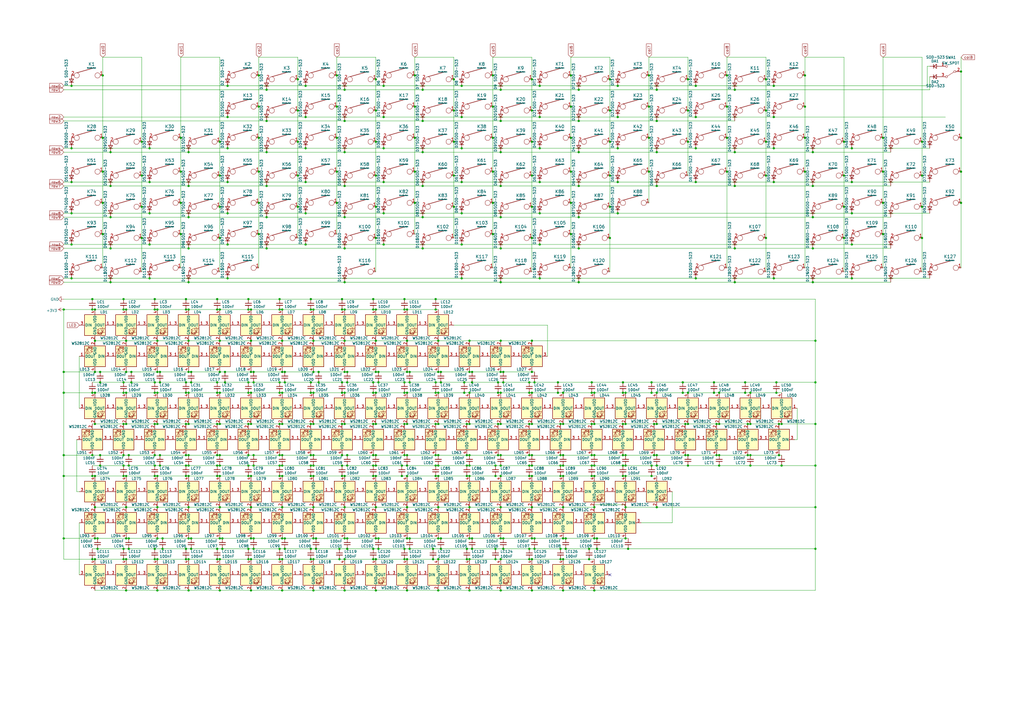
<source format=kicad_sch>
(kicad_sch (version 20230121) (generator eeschema)
  (paper "User" 499.999 350.012)
  (junction (at 290.195 222.25))
  (junction (at 349.885 222.25))
  (junction (at 69.215 85.725))
  (junction (at 290.195 227.33))
  (junction (at 45.085 146.05))
  (junction (at 73.025 119.38))
  (junction (at 111.125 104.14))
  (junction (at 73.025 104.14))
  (junction (at 202.565 83.82))
  (junction (at 169.545 267.97))
  (junction (at 31.115 262.89))
  (junction (at 431.165 83.82))
  (junction (at 130.175 74.295))
  (junction (at 227.965 227.33))
  (junction (at 273.685 267.97))
  (junction (at 381.635 207.01))
  (junction (at 351.155 227.33))
  (junction (at 278.765 83.82))
  (junction (at 165.735 267.97))
  (junction (at 69.215 116.205))
  (junction (at 107.315 207.01))
  (junction (at 412.115 100.965))
  (junction (at 288.925 191.77))
  (junction (at 92.075 207.01))
  (junction (at 297.815 85.725))
  (junction (at 259.715 273.05))
  (junction (at 155.575 181.61))
  (junction (at 122.555 181.61))
  (junction (at 318.135 191.77))
  (junction (at 212.725 232.41))
  (junction (at 274.955 247.65))
  (junction (at 107.315 166.37))
  (junction (at 45.085 232.41))
  (junction (at 320.675 90.805))
  (junction (at 60.325 191.77))
  (junction (at 304.165 227.33))
  (junction (at 229.235 273.05))
  (junction (at 123.825 186.69))
  (junction (at 151.765 151.13))
  (junction (at 225.425 119.38))
  (junction (at 213.995 262.89))
  (junction (at 169.545 186.69))
  (junction (at 107.315 262.89))
  (junction (at 358.775 74.295))
  (junction (at 198.755 222.25))
  (junction (at 76.835 151.13))
  (junction (at 73.025 135.89))
  (junction (at 183.515 53.975))
  (junction (at 107.315 181.61))
  (junction (at 230.505 267.97))
  (junction (at 225.425 88.9))
  (junction (at 244.475 273.05))
  (junction (at 243.205 222.25))
  (junction (at 153.035 151.13))
  (junction (at 93.345 262.89))
  (junction (at 227.965 232.41))
  (junction (at 121.285 146.05))
  (junction (at 34.925 104.14))
  (junction (at 167.005 207.01))
  (junction (at 90.805 222.25))
  (junction (at 301.625 41.91))
  (junction (at 60.325 227.33))
  (junction (at 212.725 191.77))
  (junction (at 198.755 247.65))
  (junction (at 151.765 207.01))
  (junction (at 213.995 288.29))
  (junction (at 46.355 207.01))
  (junction (at 258.445 232.41))
  (junction (at 198.755 191.77))
  (junction (at 380.365 222.25))
  (junction (at 187.325 41.91))
  (junction (at 75.565 227.33))
  (junction (at 121.285 273.05))
  (junction (at 225.425 72.39))
  (junction (at 263.525 72.39))
  (junction (at 225.425 57.15))
  (junction (at 335.915 222.25))
  (junction (at 130.175 59.055))
  (junction (at 377.825 57.15))
  (junction (at 167.005 227.33))
  (junction (at 354.965 36.83))
  (junction (at 78.105 186.69))
  (junction (at 149.225 57.15))
  (junction (at 145.415 100.965))
  (junction (at 339.725 41.91))
  (junction (at 398.145 186.69))
  (junction (at 183.515 222.25))
  (junction (at 149.225 104.14))
  (junction (at 64.135 181.61))
  (junction (at 90.805 146.05))
  (junction (at 168.275 288.29))
  (junction (at 75.565 273.05))
  (junction (at 197.485 146.05))
  (junction (at 240.665 99.06))
  (junction (at 258.445 191.77))
  (junction (at 259.715 232.41))
  (junction (at 78.105 227.33))
  (junction (at 92.075 191.77))
  (junction (at 258.445 267.97))
  (junction (at 259.715 262.89))
  (junction (at 282.575 121.285))
  (junction (at 272.415 191.77))
  (junction (at 259.715 69.215))
  (junction (at 183.515 38.735))
  (junction (at 136.525 191.77))
  (junction (at 153.035 222.25))
  (junction (at 182.245 151.13))
  (junction (at 47.625 262.89))
  (junction (at 122.555 166.37))
  (junction (at 260.985 186.69))
  (junction (at 213.995 191.77))
  (junction (at 200.025 186.69))
  (junction (at 305.435 232.41))
  (junction (at 31.115 191.77))
  (junction (at 183.515 232.41))
  (junction (at 182.245 207.01))
  (junction (at 259.715 247.65))
  (junction (at 274.955 191.77))
  (junction (at 301.625 57.15))
  (junction (at 107.315 151.13))
  (junction (at 50.165 67.31))
  (junction (at 320.675 247.65))
  (junction (at 273.685 222.25))
  (junction (at 139.065 262.89))
  (junction (at 320.675 207.01))
  (junction (at 76.835 262.89))
  (junction (at 288.925 186.69))
  (junction (at 126.365 83.82))
  (junction (at 245.745 186.69))
  (junction (at 92.075 181.61))
  (junction (at 31.115 222.25))
  (junction (at 381.635 227.33))
  (junction (at 282.575 74.295))
  (junction (at 304.165 232.41))
  (junction (at 153.035 191.77))
  (junction (at 318.135 232.41))
  (junction (at 319.405 222.25))
  (junction (at 213.995 273.05))
  (junction (at 31.115 181.61))
  (junction (at 244.475 222.25))
  (junction (at 240.665 83.82))
  (junction (at 107.315 288.29))
  (junction (at 304.165 207.01))
  (junction (at 229.235 181.61))
  (junction (at 46.355 151.13))
  (junction (at 164.465 83.82))
  (junction (at 243.205 186.69))
  (junction (at 363.855 191.77))
  (junction (at 333.375 186.69))
  (junction (at 339.725 72.39))
  (junction (at 151.765 232.41))
  (junction (at 76.835 288.29))
  (junction (at 106.045 227.33))
  (junction (at 153.035 181.61))
  (junction (at 229.235 232.41))
  (junction (at 31.115 151.13))
  (junction (at 290.195 232.41))
  (junction (at 53.975 90.805))
  (junction (at 122.555 288.29))
  (junction (at 287.655 273.05))
  (junction (at 198.755 151.13))
  (junction (at 213.995 222.25))
  (junction (at 396.875 74.295))
  (junction (at 90.805 191.77))
  (junction (at 111.125 119.38))
  (junction (at 244.475 59.055))
  (junction (at 227.965 267.97))
  (junction (at 122.555 151.13))
  (junction (at 318.135 186.69))
  (junction (at 76.835 232.41))
  (junction (at 61.595 262.89))
  (junction (at 282.575 90.805))
  (junction (at 278.765 114.3))
  (junction (at 273.685 232.41))
  (junction (at 45.085 222.25))
  (junction (at 278.765 36.83))
  (junction (at 374.015 53.975))
  (junction (at 393.065 67.31))
  (junction (at 316.865 67.31))
  (junction (at 137.795 262.89))
  (junction (at 107.315 222.25))
  (junction (at 46.355 166.37))
  (junction (at 92.075 273.05))
  (junction (at 198.755 288.29))
  (junction (at 278.765 99.06))
  (junction (at 164.465 99.06))
  (junction (at 240.665 114.3))
  (junction (at 76.835 181.61))
  (junction (at 320.675 43.815))
  (junction (at 48.895 181.61))
  (junction (at 358.775 137.795))
  (junction (at 111.125 72.39))
  (junction (at 263.525 135.89))
  (junction (at 348.615 186.69))
  (junction (at 320.675 74.295))
  (junction (at 244.475 247.65))
  (junction (at 111.125 57.15))
  (junction (at 137.795 181.61))
  (junction (at 46.355 262.89))
  (junction (at 244.475 106.045))
  (junction (at 183.515 247.65))
  (junction (at 90.805 273.05))
  (junction (at 153.035 273.05))
  (junction (at 121.285 267.97))
  (junction (at 297.815 53.975))
  (junction (at 202.565 67.31))
  (junction (at 230.505 262.89))
  (junction (at 168.275 74.295))
  (junction (at 183.515 85.725))
  (junction (at 288.925 222.25))
  (junction (at 136.525 151.13))
  (junction (at 50.165 83.82))
  (junction (at 290.195 262.89))
  (junction (at 121.285 191.77))
  (junction (at 379.095 186.69))
  (junction (at 121.285 207.01))
  (junction (at 431.165 67.31))
  (junction (at 90.805 151.13))
  (junction (at 215.265 181.61))
  (junction (at 168.275 273.05))
  (junction (at 221.615 85.725))
  (junction (at 167.005 186.69))
  (junction (at 168.275 137.795))
  (junction (at 274.955 232.41))
  (junction (at 168.275 166.37))
  (junction (at 139.065 267.97))
  (junction (at 316.865 52.07))
  (junction (at 153.035 227.33))
  (junction (at 227.965 273.05))
  (junction (at 198.755 262.89))
  (junction (at 335.915 191.77))
  (junction (at 288.925 207.01))
  (junction (at 200.025 262.89))
  (junction (at 106.045 191.77))
  (junction (at 469.265 83.82))
  (junction (at 274.955 288.29))
  (junction (at 282.575 106.045))
  (junction (at 149.225 72.39))
  (junction (at 365.125 207.01))
  (junction (at 46.355 181.61))
  (junction (at 93.345 181.61))
  (junction (at 136.525 186.69))
  (junction (at 90.805 267.97))
  (junction (at 393.065 36.83))
  (junction (at 155.575 186.69))
  (junction (at 245.745 267.97))
  (junction (at 88.265 67.31))
  (junction (at 244.475 262.89))
  (junction (at 301.625 72.39))
  (junction (at 137.795 247.65))
  (junction (at 92.075 262.89))
  (junction (at 335.915 53.975))
  (junction (at 106.045 267.97))
  (junction (at 297.815 38.735))
  (junction (at 61.595 166.37))
  (junction (at 366.395 207.01))
  (junction (at 274.955 262.89))
  (junction (at 213.995 227.33))
  (junction (at 182.245 273.05))
  (junction (at 354.965 52.07))
  (junction (at 431.165 99.06))
  (junction (at 243.205 191.77))
  (junction (at 412.115 116.205))
  (junction (at 212.725 151.13))
  (junction (at 137.795 191.77))
  (junction (at 139.065 186.69))
  (junction (at 213.995 247.65))
  (junction (at 301.625 88.9))
  (junction (at 45.085 191.77))
  (junction (at 333.375 191.77))
  (junction (at 229.235 222.25))
  (junction (at 168.275 181.61))
  (junction (at 145.415 69.215))
  (junction (at 75.565 146.05))
  (junction (at 259.715 227.33))
  (junction (at 182.245 267.97))
  (junction (at 291.465 267.97))
  (junction (at 75.565 222.25))
  (junction (at 206.375 74.295))
  (junction (at 31.115 232.41))
  (junction (at 122.555 191.77))
  (junction (at 212.725 222.25))
  (junction (at 60.325 273.05))
  (junction (at 354.965 67.31))
  (junction (at 240.665 36.83))
  (junction (at 212.725 227.33))
  (junction (at 230.505 181.61))
  (junction (at 282.575 59.055))
  (junction (at 351.155 207.01))
  (junction (at 258.445 227.33))
  (junction (at 226.695 191.77))
  (junction (at 273.685 273.05))
  (junction (at 450.215 85.725))
  (junction (at 145.415 38.735))
  (junction (at 187.325 88.9))
  (junction (at 60.325 267.97))
  (junction (at 339.725 57.15))
  (junction (at 121.285 232.41))
  (junction (at 78.105 181.61))
  (junction (at 273.685 207.01))
  (junction (at 183.515 288.29))
  (junction (at 287.655 267.97))
  (junction (at 61.595 151.13))
  (junction (at 196.215 227.33))
  (junction (at 61.595 247.65))
  (junction (at 109.855 181.61))
  (junction (at 153.035 207.01))
  (junction (at 339.725 88.9))
  (junction (at 153.035 247.65))
  (junction (at 348.615 191.77))
  (junction (at 151.765 146.05))
  (junction (at 415.925 119.38))
  (junction (at 167.005 232.41))
  (junction (at 244.475 166.37))
  (junction (at 198.755 166.37))
  (junction (at 168.275 232.41))
  (junction (at 259.715 116.205))
  (junction (at 305.435 247.65))
  (junction (at 211.455 267.97))
  (junction (at 258.445 186.69))
  (junction (at 183.515 181.61))
  (junction (at 305.435 191.77))
  (junction (at 34.925 72.39))
  (junction (at 227.965 207.01))
  (junction (at 398.145 247.65))
  (junction (at 183.515 100.965))
  (junction (at 126.365 52.07))
  (junction (at 206.375 90.805))
  (junction (at 136.525 222.25))
  (junction (at 154.305 262.89))
  (junction (at 92.075 232.41))
  (junction (at 137.795 222.25))
  (junction (at 229.235 207.01))
  (junction (at 167.005 222.25))
  (junction (at 183.515 69.215))
  (junction (at 167.005 151.13))
  (junction (at 184.785 181.61))
  (junction (at 183.515 166.37))
  (junction (at 374.015 38.735))
  (junction (at 75.565 207.01))
  (junction (at 136.525 232.41))
  (junction (at 202.565 99.06))
  (junction (at 126.365 114.3))
  (junction (at 398.145 207.01))
  (junction (at 111.125 41.91))
  (junction (at 76.835 207.01))
  (junction (at 183.515 116.205))
  (junction (at 107.315 100.965))
  (junction (at 215.265 267.97))
  (junction (at 241.935 273.05))
  (junction (at 244.475 207.01))
  (junction (at 393.065 83.82))
  (junction (at 259.715 85.725))
  (junction (at 92.075 288.29))
  (junction (at 393.065 52.07))
  (junction (at 76.835 166.37))
  (junction (at 168.275 59.055))
  (junction (at 106.045 273.05))
  (junction (at 206.375 121.285))
  (junction (at 244.475 288.29))
  (junction (at 200.025 181.61))
  (junction (at 137.795 151.13))
  (junction (at 61.595 232.41))
  (junction (at 92.075 121.285))
  (junction (at 366.395 222.25))
  (junction (at 469.265 67.31))
  (junction (at 151.765 186.69))
  (junction (at 244.475 121.285))
  (junction (at 184.785 262.89))
  (junction (at 259.715 222.25))
  (junction (at 198.755 232.41))
  (junction (at 45.085 273.05))
  (junction (at 221.615 69.215))
  (junction (at 168.275 247.65))
  (junction (at 75.565 191.77))
  (junction (at 130.175 43.815))
  (junction (at 136.525 207.01))
  (junction (at 137.795 273.05))
  (junction (at 213.995 181.61))
  (junction (at 106.045 207.01))
  (junction (at 34.925 135.89))
  (junction (at 354.965 83.82))
  (junction (at 153.035 232.41))
  (junction (at 75.565 186.69))
  (junction (at 151.765 273.05))
  (junction (at 244.475 43.815))
  (junction (at 431.165 114.3))
  (junction (at 290.195 247.65))
  (junction (at 107.315 247.65))
  (junction (at 61.595 191.77))
  (junction (at 415.925 104.14))
  (junction (at 335.915 38.735))
  (junction (at 130.175 106.045))
  (junction (at 79.375 267.97))
  (junction (at 259.715 100.965))
  (junction (at 167.005 191.77))
  (junction (at 243.205 207.01))
  (junction (at 288.925 232.41))
  (junction (at 335.915 69.215))
  (junction (at 412.115 69.215))
  (junction (at 227.965 222.25))
  (junction (at 212.725 146.05))
  (junction (at 398.145 227.33))
  (junction (at 53.975 106.045))
  (junction (at 79.375 262.89))
  (junction (at 396.875 90.805))
  (junction (at 92.075 247.65))
  (junction (at 73.025 72.39))
  (junction (at 107.315 85.725))
  (junction (at 75.565 267.97))
  (junction (at 297.815 69.215))
  (junction (at 197.485 222.25))
  (junction (at 206.375 106.045))
  (junction (at 107.315 191.77))
  (junction (at 123.825 227.33))
  (junction (at 202.565 36.83))
  (junction (at 90.805 207.01))
  (junction (at 76.835 247.65))
  (junction (at 168.275 90.805))
  (junction (at 88.265 114.3))
  (junction (at 136.525 227.33))
  (junction (at 187.325 104.14))
  (junction (at 225.425 41.91))
  (junction (at 212.725 186.69))
  (junction (at 151.765 267.97))
  (junction (at 126.365 99.06))
  (junction (at 197.485 273.05))
  (junction (at 50.165 36.83))
  (junction (at 316.865 36.83))
  (junction (at 230.505 186.69))
  (junction (at 183.515 151.13))
  (junction (at 46.355 273.05))
  (junction (at 106.045 222.25))
  (junction (at 183.515 273.05))
  (junction (at 259.715 181.61))
  (junction (at 415.925 88.9))
  (junction (at 60.325 232.41))
  (junction (at 213.995 207.01))
  (junction (at 258.445 207.01))
  (junction (at 139.065 181.61))
  (junction (at 226.695 186.69))
  (junction (at 318.135 227.33))
  (junction (at 450.215 69.215))
  (junction (at 291.465 262.89))
  (junction (at 374.015 69.215))
  (junction (at 196.215 232.41))
  (junction (at 358.775 121.285))
  (junction (at 164.465 52.07))
  (junction (at 377.825 88.9))
  (junction (at 469.265 34.925))
  (junction (at 197.485 267.97))
  (junction (at 48.895 186.69))
  (junction (at 221.615 38.735))
  (junction (at 53.975 121.285))
  (junction (at 149.225 88.9))
  (junction (at 274.955 227.33))
  (junction (at 169.545 181.61))
  (junction (at 184.785 267.97))
  (junction (at 53.975 137.795))
  (junction (at 183.515 262.89))
  (junction (at 136.525 273.05))
  (junction (at 168.275 151.13))
  (junction (at 183.515 227.33))
  (junction (at 213.995 166.37))
  (junction (at 198.755 273.05))
  (junction (at 46.355 191.77))
  (junction (at 69.215 100.965))
  (junction (at 334.645 222.25))
  (junction (at 229.235 166.37))
  (junction (at 106.045 151.13))
  (junction (at 244.475 191.77))
  (junction (at 278.765 67.31))
  (junction (at 241.935 232.41))
  (junction (at 274.955 273.05))
  (junction (at 263.525 88.9))
  (junction (at 64.135 186.69))
  (junction (at 305.435 207.01))
  (junction (at 245.745 262.89))
  (junction (at 304.165 186.69))
  (junction (at 122.555 232.41))
  (junction (at 92.075 137.795))
  (junction (at 202.565 52.07))
  (junction (at 259.715 166.37))
  (junction (at 34.925 88.9))
  (junction (at 122.555 273.05))
  (junction (at 211.455 273.05))
  (junction (at 111.125 135.89))
  (junction (at 379.095 191.77))
  (junction (at 229.235 227.33))
  (junction (at 305.435 227.33))
  (junction (at 107.315 116.205))
  (junction (at 61.595 181.61))
  (junction (at 305.435 222.25))
  (junction (at 197.485 186.69))
  (junction (at 136.525 267.97))
  (junction (at 167.005 146.05))
  (junction (at 290.195 207.01))
  (junction (at 320.675 59.055))
  (junction (at 75.565 232.41))
  (junction (at 260.985 267.97))
  (junction (at 297.815 100.965))
  (junction (at 259.715 288.29))
  (junction (at 92.075 74.295))
  (junction (at 263.525 104.14))
  (junction (at 304.165 222.25))
  (junction (at 396.875 121.285))
  (junction (at 365.125 222.25))
  (junction (at 48.895 222.25))
  (junction (at 126.365 36.83))
  (junction (at 92.075 151.13))
  (junction (at 169.545 222.25))
  (junction (at 45.085 151.13))
  (junction (at 107.315 69.215))
  (junction (at 229.235 191.77))
  (junction (at 137.795 288.29))
  (junction (at 377.825 72.39))
  (junction (at 398.145 166.37))
  (junction (at 351.155 222.25))
  (junction (at 297.815 116.205))
  (junction (at 412.115 85.725))
  (junction (at 244.475 90.805))
  (junction (at 62.865 262.89))
  (junction (at 60.325 151.13))
  (junction (at 182.245 191.77))
  (junction (at 276.225 262.89))
  (junction (at 182.245 222.25))
  (junction (at 200.025 267.97))
  (junction (at 136.525 146.05))
  (junction (at 197.485 207.01))
  (junction (at 151.765 227.33))
  (junction (at 259.715 38.735))
  (junction (at 75.565 151.13))
  (junction (at 88.265 99.06))
  (junction (at 50.165 99.06))
  (junction (at 358.775 90.805))
  (junction (at 164.465 67.31))
  (junction (at 88.265 83.82))
  (junction (at 93.345 267.97))
  (junction (at 61.595 207.01))
  (junction (at 145.415 53.975))
  (junction (at 320.675 222.25))
  (junction (at 48.895 227.33))
  (junction (at 107.315 227.33))
  (junction (at 169.545 227.33))
  (junction (at 108.585 262.89))
  (junction (at 304.165 191.77))
  (junction (at 90.805 186.69))
  (junction (at 450.215 100.965))
  (junction (at 182.245 146.05))
  (junction (at 221.615 53.975))
  (junction (at 164.465 36.83))
  (junction (at 130.175 121.285))
  (junction (at 111.125 88.9))
  (junction (at 60.325 186.69))
  (junction (at 137.795 227.33))
  (junction (at 225.425 135.89))
  (junction (at 92.075 90.805))
  (junction (at 351.155 191.77))
  (junction (at 165.735 273.05))
  (junction (at 229.235 247.65))
  (junction (at 60.325 207.01))
  (junction (at 92.075 166.37))
  (junction (at 106.045 232.41))
  (junction (at 366.395 227.33))
  (junction (at 123.825 267.97))
  (junction (at 187.325 57.15))
  (junction (at 377.825 41.91))
  (junction (at 334.645 207.01))
  (junction (at 73.025 88.9))
  (junction (at 92.075 227.33))
  (junction (at 260.985 262.89))
  (junction (at 182.245 186.69))
  (junction (at 137.795 232.41))
  (junction (at 93.345 186.69))
  (junction (at 121.285 222.25))
  (junction (at 240.665 52.07))
  (junction (at 366.395 191.77))
  (junction (at 149.225 41.91))
  (junction (at 415.925 135.89))
  (junction (at 290.195 288.29))
  (junction (at 50.165 114.3))
  (junction (at 282.575 43.815))
  (junction (at 123.825 222.25))
  (junction (at 244.475 74.295))
  (junction (at 241.935 227.33))
  (junction (at 215.265 262.89))
  (junction (at 122.555 247.65))
  (junction (at 168.275 106.045))
  (junction (at 182.245 232.41))
  (junction (at 259.715 53.975))
  (junction (at 47.625 267.97))
  (junction (at 398.145 267.97))
  (junction (at 212.725 207.01))
  (junction (at 263.525 119.38))
  (junction (at 305.435 262.89))
  (junction (at 396.875 137.795))
  (junction (at 46.355 247.65))
  (junction (at 197.485 151.13))
  (junction (at 121.285 151.13))
  (junction (at 469.265 99.06))
  (junction (at 109.855 186.69))
  (junction (at 272.415 186.69))
  (junction (at 229.235 288.29))
  (junction (at 244.475 232.41))
  (junction (at 278.765 52.07))
  (junction (at 320.675 227.33))
  (junction (at 183.515 207.01))
  (junction (at 282.575 137.795))
  (junction (at 245.745 181.61))
  (junction (at 92.075 222.25))
  (junction (at 137.795 207.01))
  (junction (at 149.225 119.38))
  (junction (at 151.765 222.25))
  (junction (at 215.265 186.69))
  (junction (at 183.515 191.77))
  (junction (at 198.755 207.01))
  (junction (at 274.955 207.01))
  (junction (at 244.475 137.795))
  (junction (at 123.825 262.89))
  (junction (at 349.885 207.01))
  (junction (at 244.475 181.61))
  (junction (at 168.275 191.77))
  (junction (at 319.405 207.01))
  (junction (at 187.325 119.38))
  (junction (at 168.275 207.01))
  (junction (at 198.755 181.61))
  (junction (at 221.615 100.965))
  (junction (at 123.825 181.61))
  (junction (at 62.865 222.25))
  (junction (at 197.485 191.77))
  (junction (at 169.545 262.89))
  (junction (at 62.865 267.97))
  (junction (at 198.755 227.33))
  (junction (at 206.375 59.055))
  (junction (at 259.715 207.01))
  (junction (at 34.925 41.91))
  (junction (at 320.675 191.77))
  (junction (at 121.285 227.33))
  (junction (at 374.015 85.725))
  (junction (at 153.035 166.37))
  (junction (at 339.725 135.89))
  (junction (at 61.595 288.29))
  (junction (at 258.445 273.05))
  (junction (at 450.215 116.205))
  (junction (at 377.825 135.89))
  (junction (at 206.375 43.815))
  (junction (at 107.315 232.41))
  (junction (at 358.775 43.815))
  (junction (at 335.915 227.33))
  (junction (at 53.975 74.295))
  (junction (at 244.475 227.33))
  (junction (at 60.325 222.25))
  (junction (at 168.275 121.285))
  (junction (at 240.665 67.31))
  (junction (at 126.365 67.31))
  (junction (at 273.685 227.33))
  (junction (at 276.225 267.97))
  (junction (at 187.325 72.39))
  (junction (at 153.035 262.89))
  (junction (at 229.235 262.89))
  (junction (at 76.835 191.77))
  (junction (at 168.275 262.89))
  (junction (at 61.595 273.05))
  (junction (at 130.175 90.805))
  (junction (at 301.625 104.14))
  (junction (at 106.045 186.69))
  (junction (at 46.355 232.41))
  (junction (at 184.785 186.69))
  (junction (at 122.555 262.89))
  (junction (at 263.525 41.91))
  (junction (at 153.035 288.29))
  (junction (at 396.875 106.045))
  (junction (at 122.555 207.01))
  (junction (at 76.835 273.05))
  (junction (at 106.045 146.05))
  (junction (at 380.365 207.01))
  (junction (at 335.915 207.01))
  (junction (at 62.865 227.33))
  (junction (at 182.245 227.33))
  (junction (at 258.445 222.25))
  (junction (at 306.705 267.97))
  (junction (at 107.315 273.05))
  (junction (at 259.715 191.77))
  (junction (at 34.925 119.38))
  (junction (at 415.925 72.39))
  (junction (at 316.865 83.82))
  (junction (at 108.585 267.97))
  (junction (at 241.935 267.97))
  (junction (at 60.325 146.05))
  (junction (at 145.415 85.725))
  (junction (at 274.955 222.25))
  (junction (at 92.075 106.045))
  (junction (at 90.805 227.33))
  (junction (at 137.795 166.37))
  (junction (at 374.015 116.205))
  (junction (at 290.195 191.77))
  (junction (at 225.425 104.14))
  (junction (at 288.925 227.33))
  (junction (at 263.525 57.15))
  (junction (at 90.805 232.41))
  (junction (at 151.765 191.77))
  (junction (at 121.285 186.69))
  (junction (at 168.275 43.815))
  (junction (at 154.305 267.97))
  (junction (at 69.215 69.215))
  (junction (at 363.855 186.69))
  (junction (at 78.105 222.25))
  (junction (at 213.995 232.41))
  (no_connect (at 297.815 280.67))
  (wire (pts (xy 215.265 267.97) (xy 227.965 267.97)))
  (wire (pts (xy 335.915 191.77) (xy 348.615 191.77)))
  (wire (pts (xy 259.715 288.29) (xy 274.955 288.29)))
  (wire (pts (xy 339.725 41.91) (xy 377.825 41.91)))
  (wire (pts (xy 61.595 232.41) (xy 75.565 232.41)))
  (wire (pts (xy 61.595 166.37) (xy 76.835 166.37)))
  (wire (pts (xy 305.435 232.41) (xy 318.135 232.41)))
  (wire (pts (xy 259.715 227.33) (xy 273.685 227.33)))
  (wire (pts (xy 184.785 262.89) (xy 183.515 262.89)))
  (wire (pts (xy 259.715 38.735) (xy 259.715 53.975)))
  (wire (pts (xy 69.215 85.725) (xy 69.215 100.965)))
  (wire (pts (xy 92.075 181.61) (xy 78.105 181.61)))
  (wire (pts (xy 92.075 137.795) (xy 168.275 137.795)))
  (wire (pts (xy 61.595 151.13) (xy 75.565 151.13)))
  (wire (pts (xy 45.085 227.33) (xy 48.895 227.33)))
  (wire (pts (xy 287.655 267.97) (xy 291.465 267.97)))
  (wire (pts (xy 206.375 121.285) (xy 244.475 121.285)))
  (wire (pts (xy 305.435 222.25) (xy 304.165 222.25)))
  (wire (pts (xy 78.105 227.33) (xy 90.805 227.33)))
  (wire (pts (xy 339.725 88.9) (xy 377.825 88.9)))
  (wire (pts (xy 90.805 191.77) (xy 92.075 191.77)))
  (wire (pts (xy 126.365 27.94) (xy 126.365 36.83)))
  (wire (pts (xy 354.965 67.31) (xy 354.965 83.82)))
  (wire (pts (xy 164.465 36.83) (xy 164.465 52.07)))
  (wire (pts (xy 454.025 43.815) (xy 454.025 37.465)))
  (wire (pts (xy 31.115 72.39) (xy 34.925 72.39)))
  (wire (pts (xy 358.775 90.805) (xy 396.875 90.805)))
  (wire (pts (xy 183.515 288.29) (xy 198.755 288.29)))
  (wire (pts (xy 46.355 191.77) (xy 60.325 191.77)))
  (wire (pts (xy 31.115 146.05) (xy 45.085 146.05)))
  (wire (pts (xy 202.565 83.82) (xy 202.565 99.06)))
  (wire (pts (xy 45.085 267.97) (xy 47.625 267.97)))
  (wire (pts (xy 121.285 207.01) (xy 122.555 207.01)))
  (wire (pts (xy 107.315 100.965) (xy 107.315 116.205)))
  (wire (pts (xy 276.225 262.89) (xy 274.955 262.89)))
  (wire (pts (xy 92.075 74.295) (xy 130.175 74.295)))
  (wire (pts (xy 76.835 288.29) (xy 92.075 288.29)))
  (wire (pts (xy 31.115 262.89) (xy 46.355 262.89)))
  (wire (pts (xy 153.035 232.41) (xy 167.005 232.41)))
  (wire (pts (xy 137.795 151.13) (xy 151.765 151.13)))
  (wire (pts (xy 61.595 247.65) (xy 76.835 247.65)))
  (wire (pts (xy 365.125 222.25) (xy 366.395 222.25)))
  (wire (pts (xy 69.215 69.215) (xy 69.215 85.725)))
  (wire (pts (xy 198.755 227.33) (xy 212.725 227.33)))
  (wire (pts (xy 206.375 106.045) (xy 244.475 106.045)))
  (wire (pts (xy 221.615 38.735) (xy 221.615 53.975)))
  (wire (pts (xy 107.315 85.725) (xy 107.315 100.965)))
  (wire (pts (xy 358.775 43.815) (xy 454.025 43.815)))
  (wire (pts (xy 351.155 207.01) (xy 365.125 207.01)))
  (wire (pts (xy 244.475 232.41) (xy 241.935 232.41)))
  (wire (pts (xy 349.885 207.01) (xy 351.155 207.01)))
  (wire (pts (xy 396.875 137.795) (xy 434.975 137.795)))
  (wire (pts (xy 221.615 100.965) (xy 221.615 116.205)))
  (wire (pts (xy 469.265 67.31) (xy 469.265 83.82)))
  (wire (pts (xy 168.275 43.815) (xy 206.375 43.815)))
  (wire (pts (xy 75.565 207.01) (xy 61.595 207.01)))
  (wire (pts (xy 167.005 186.69) (xy 169.545 186.69)))
  (wire (pts (xy 31.115 181.61) (xy 31.115 191.77)))
  (wire (pts (xy 229.235 166.37) (xy 244.475 166.37)))
  (wire (pts (xy 60.325 232.41) (xy 61.595 232.41)))
  (wire (pts (xy 354.965 52.07) (xy 354.965 67.31)))
  (wire (pts (xy 230.505 262.89) (xy 229.235 262.89)))
  (wire (pts (xy 197.485 222.25) (xy 183.515 222.25)))
  (wire (pts (xy 412.115 27.94) (xy 412.115 69.215)))
  (wire (pts (xy 320.675 207.01) (xy 319.405 207.01)))
  (wire (pts (xy 259.715 232.41) (xy 273.685 232.41)))
  (wire (pts (xy 380.365 207.01) (xy 381.635 207.01)))
  (wire (pts (xy 53.975 121.285) (xy 92.075 121.285)))
  (wire (pts (xy 182.245 207.01) (xy 168.275 207.01)))
  (wire (pts (xy 136.525 186.69) (xy 139.065 186.69)))
  (wire (pts (xy 198.755 166.37) (xy 183.515 166.37)))
  (wire (pts (xy 259.715 181.61) (xy 245.745 181.61)))
  (wire (pts (xy 137.795 181.61) (xy 123.825 181.61)))
  (wire (pts (xy 245.745 181.61) (xy 244.475 181.61)))
  (wire (pts (xy 53.975 90.805) (xy 92.075 90.805)))
  (wire (pts (xy 240.665 83.82) (xy 240.665 99.06)))
  (wire (pts (xy 290.195 273.05) (xy 287.655 273.05)))
  (wire (pts (xy 244.475 59.055) (xy 282.575 59.055)))
  (wire (pts (xy 227.965 207.01) (xy 229.235 207.01)))
  (wire (pts (xy 469.265 27.94) (xy 469.265 34.925)))
  (wire (pts (xy 48.895 227.33) (xy 60.325 227.33)))
  (wire (pts (xy 167.005 222.25) (xy 153.035 222.25)))
  (wire (pts (xy 412.115 116.205) (xy 412.115 132.715)))
  (wire (pts (xy 107.315 222.25) (xy 121.285 222.25)))
  (wire (pts (xy 107.315 69.215) (xy 107.315 85.725)))
  (wire (pts (xy 137.795 288.29) (xy 153.035 288.29)))
  (wire (pts (xy 358.775 74.295) (xy 396.875 74.295)))
  (wire (pts (xy 121.285 146.05) (xy 136.525 146.05)))
  (wire (pts (xy 240.665 52.07) (xy 240.665 67.31)))
  (wire (pts (xy 273.685 227.33) (xy 274.955 227.33)))
  (wire (pts (xy 31.115 191.77) (xy 45.085 191.77)))
  (wire (pts (xy 31.115 262.89) (xy 31.115 273.05)))
  (wire (pts (xy 31.115 121.285) (xy 53.975 121.285)))
  (wire (pts (xy 183.515 262.89) (xy 169.545 262.89)))
  (wire (pts (xy 333.375 186.69) (xy 348.615 186.69)))
  (wire (pts (xy 73.025 88.9) (xy 111.125 88.9)))
  (wire (pts (xy 244.475 90.805) (xy 282.575 90.805)))
  (wire (pts (xy 62.865 222.25) (xy 75.565 222.25)))
  (wire (pts (xy 396.875 74.295) (xy 434.975 74.295)))
  (wire (pts (xy 398.145 186.69) (xy 398.145 207.01)))
  (wire (pts (xy 153.035 262.89) (xy 139.065 262.89)))
  (wire (pts (xy 259.715 191.77) (xy 258.445 191.77)))
  (wire (pts (xy 164.465 27.94) (xy 183.515 27.94)))
  (wire (pts (xy 106.045 222.25) (xy 92.075 222.25)))
  (wire (pts (xy 167.005 232.41) (xy 168.275 232.41)))
  (wire (pts (xy 306.705 262.89) (xy 305.435 262.89)))
  (wire (pts (xy 187.325 88.9) (xy 225.425 88.9)))
  (wire (pts (xy 304.165 222.25) (xy 290.195 222.25)))
  (wire (pts (xy 107.315 273.05) (xy 121.285 273.05)))
  (wire (pts (xy 34.925 41.91) (xy 111.125 41.91)))
  (wire (pts (xy 244.475 121.285) (xy 282.575 121.285)))
  (wire (pts (xy 244.475 166.37) (xy 259.715 166.37)))
  (wire (pts (xy 107.315 207.01) (xy 106.045 207.01)))
  (wire (pts (xy 90.805 207.01) (xy 92.075 207.01)))
  (wire (pts (xy 206.375 59.055) (xy 244.475 59.055)))
  (wire (pts (xy 320.675 74.295) (xy 358.775 74.295)))
  (wire (pts (xy 398.145 227.33) (xy 398.145 247.65)))
  (wire (pts (xy 183.515 27.94) (xy 183.515 38.735)))
  (wire (pts (xy 48.895 181.61) (xy 46.355 181.61)))
  (wire (pts (xy 450.215 69.215) (xy 450.215 85.725)))
  (wire (pts (xy 75.565 267.97) (xy 79.375 267.97)))
  (wire (pts (xy 258.445 227.33) (xy 259.715 227.33)))
  (wire (pts (xy 90.805 186.69) (xy 78.105 186.69)))
  (wire (pts (xy 168.275 74.295) (xy 206.375 74.295)))
  (wire (pts (xy 304.165 186.69) (xy 318.135 186.69)))
  (wire (pts (xy 136.525 232.41) (xy 137.795 232.41)))
  (wire (pts (xy 212.725 222.25) (xy 198.755 222.25)))
  (wire (pts (xy 259.715 166.37) (xy 398.145 166.37)))
  (wire (pts (xy 273.685 222.25) (xy 259.715 222.25)))
  (wire (pts (xy 200.025 267.97) (xy 211.455 267.97)))
  (wire (pts (xy 145.415 69.215) (xy 145.415 85.725)))
  (wire (pts (xy 183.515 273.05) (xy 197.485 273.05)))
  (wire (pts (xy 151.765 151.13) (xy 153.035 151.13)))
  (wire (pts (xy 31.115 57.15) (xy 111.125 57.15)))
  (wire (pts (xy 381.635 222.25) (xy 380.365 222.25)))
  (wire (pts (xy 241.935 227.33) (xy 244.475 227.33)))
  (wire (pts (xy 48.895 181.61) (xy 61.595 181.61)))
  (wire (pts (xy 212.725 146.05) (xy 398.145 146.05)))
  (wire (pts (xy 153.035 222.25) (xy 151.765 222.25)))
  (wire (pts (xy 111.125 119.38) (xy 149.225 119.38)))
  (wire (pts (xy 215.265 181.61) (xy 213.995 181.61)))
  (wire (pts (xy 288.925 207.01) (xy 290.195 207.01)))
  (wire (pts (xy 182.245 222.25) (xy 183.515 222.25)))
  (wire (pts (xy 182.245 207.01) (xy 183.515 207.01)))
  (wire (pts (xy 198.755 181.61) (xy 184.785 181.61)))
  (wire (pts (xy 90.805 146.05) (xy 106.045 146.05)))
  (wire (pts (xy 290.195 262.89) (xy 276.225 262.89)))
  (wire (pts (xy 263.525 104.14) (xy 301.625 104.14)))
  (wire (pts (xy 165.735 273.05) (xy 168.275 273.05)))
  (wire (pts (xy 145.415 100.965) (xy 145.415 116.205)))
  (wire (pts (xy 396.875 90.805) (xy 434.975 90.805)))
  (wire (pts (xy 354.965 83.82) (xy 354.965 130.81)))
  (wire (pts (xy 229.235 262.89) (xy 215.265 262.89)))
  (wire (pts (xy 260.985 186.69) (xy 272.415 186.69)))
  (wire (pts (xy 187.325 119.38) (xy 225.425 119.38)))
  (wire (pts (xy 213.995 262.89) (xy 200.025 262.89)))
  (wire (pts (xy 335.915 69.215) (xy 335.915 85.725)))
  (wire (pts (xy 333.375 191.77) (xy 320.675 191.77)))
  (wire (pts (xy 167.005 151.13) (xy 168.275 151.13)))
  (wire (pts (xy 366.395 222.25) (xy 380.365 222.25)))
  (wire (pts (xy 244.475 262.89) (xy 230.505 262.89)))
  (wire (pts (xy 282.575 90.805) (xy 320.675 90.805)))
  (wire (pts (xy 335.915 53.975) (xy 335.915 69.215)))
  (wire (pts (xy 64.135 181.61) (xy 61.595 181.61)))
  (wire (pts (xy 259.715 273.05) (xy 273.685 273.05)))
  (wire (pts (xy 206.375 74.295) (xy 244.475 74.295)))
  (wire (pts (xy 154.305 262.89) (xy 153.035 262.89)))
  (wire (pts (xy 153.035 207.01) (xy 151.765 207.01)))
  (wire (pts (xy 469.265 99.06) (xy 469.265 130.81)))
  (wire (pts (xy 288.925 186.69) (xy 304.165 186.69)))
  (wire (pts (xy 111.125 41.91) (xy 149.225 41.91)))
  (wire (pts (xy 227.965 227.33) (xy 229.235 227.33)))
  (wire (pts (xy 76.835 191.77) (xy 90.805 191.77)))
  (wire (pts (xy 164.465 83.82) (xy 164.465 99.06)))
  (wire (pts (xy 168.275 137.795) (xy 244.475 137.795)))
  (wire (pts (xy 305.435 191.77) (xy 304.165 191.77)))
  (wire (pts (xy 258.445 267.97) (xy 260.985 267.97)))
  (wire (pts (xy 221.615 158.75) (xy 267.335 158.75)))
  (wire (pts (xy 168.275 59.055) (xy 206.375 59.055)))
  (wire (pts (xy 38.735 173.99) (xy 38.735 199.39)))
  (wire (pts (xy 316.865 83.82) (xy 316.865 99.06)))
  (wire (pts (xy 61.595 191.77) (xy 75.565 191.77)))
  (wire (pts (xy 106.045 227.33) (xy 107.315 227.33)))
  (wire (pts (xy 334.645 222.25) (xy 320.675 222.25)))
  (wire (pts (xy 316.865 27.94) (xy 335.915 27.94)))
  (wire (pts (xy 122.555 262.89) (xy 108.585 262.89)))
  (wire (pts (xy 291.465 262.89) (xy 290.195 262.89)))
  (wire (pts (xy 75.565 146.05) (xy 90.805 146.05)))
  (wire (pts (xy 363.855 191.77) (xy 351.155 191.77)))
  (wire (pts (xy 377.825 88.9) (xy 415.925 88.9)))
  (wire (pts (xy 229.235 232.41) (xy 227.965 232.41)))
  (wire (pts (xy 263.525 41.91) (xy 301.625 41.91)))
  (wire (pts (xy 348.615 191.77) (xy 351.155 191.77)))
  (wire (pts (xy 213.995 181.61) (xy 200.025 181.61)))
  (wire (pts (xy 168.275 166.37) (xy 153.035 166.37)))
  (wire (pts (xy 259.715 247.65) (xy 244.475 247.65)))
  (wire (pts (xy 92.075 273.05) (xy 106.045 273.05)))
  (wire (pts (xy 301.625 57.15) (xy 339.725 57.15)))
  (wire (pts (xy 379.095 186.69) (xy 398.145 186.69)))
  (wire (pts (xy 288.925 191.77) (xy 290.195 191.77)))
  (wire (pts (xy 122.555 247.65) (xy 137.795 247.65)))
  (wire (pts (xy 165.735 267.97) (xy 169.545 267.97)))
  (wire (pts (xy 73.025 135.89) (xy 111.125 135.89)))
  (wire (pts (xy 153.035 151.13) (xy 167.005 151.13)))
  (wire (pts (xy 31.115 106.045) (xy 53.975 106.045)))
  (wire (pts (xy 34.925 88.9) (xy 73.025 88.9)))
  (wire (pts (xy 278.765 27.94) (xy 297.815 27.94)))
  (wire (pts (xy 230.505 267.97) (xy 241.935 267.97)))
  (wire (pts (xy 215.265 262.89) (xy 213.995 262.89)))
  (wire (pts (xy 260.985 181.61) (xy 259.715 181.61)))
  (wire (pts (xy 198.755 191.77) (xy 212.725 191.77)))
  (wire (pts (xy 126.365 27.94) (xy 145.415 27.94)))
  (wire (pts (xy 167.005 227.33) (xy 169.545 227.33)))
  (wire (pts (xy 121.285 191.77) (xy 122.555 191.77)))
  (wire (pts (xy 45.085 222.25) (xy 48.895 222.25)))
  (wire (pts (xy 225.425 104.14) (xy 263.525 104.14)))
  (wire (pts (xy 377.825 41.91) (xy 452.755 41.91)))
  (wire (pts (xy 168.275 90.805) (xy 206.375 90.805)))
  (wire (pts (xy 182.245 191.77) (xy 183.515 191.77)))
  (wire (pts (xy 398.145 207.01) (xy 398.145 227.33)))
  (wire (pts (xy 335.915 27.94) (xy 335.915 38.735)))
  (wire (pts (xy 62.865 227.33) (xy 75.565 227.33)))
  (wire (pts (xy 339.725 72.39) (xy 377.825 72.39)))
  (wire (pts (xy 320.675 43.815) (xy 358.775 43.815)))
  (wire (pts (xy 88.265 27.94) (xy 88.265 67.31)))
  (wire (pts (xy 230.505 181.61) (xy 229.235 181.61)))
  (wire (pts (xy 50.165 114.3) (xy 50.165 130.81)))
  (wire (pts (xy 304.165 227.33) (xy 305.435 227.33)))
  (wire (pts (xy 278.765 52.07) (xy 278.765 67.31)))
  (wire (pts (xy 168.275 273.05) (xy 182.245 273.05)))
  (wire (pts (xy 60.325 207.01) (xy 46.355 207.01)))
  (wire (pts (xy 351.155 222.25) (xy 365.125 222.25)))
  (wire (pts (xy 122.555 151.13) (xy 136.525 151.13)))
  (wire (pts (xy 184.785 186.69) (xy 197.485 186.69)))
  (wire (pts (xy 282.575 74.295) (xy 320.675 74.295)))
  (wire (pts (xy 229.235 288.29) (xy 244.475 288.29)))
  (wire (pts (xy 106.045 267.97) (xy 108.585 267.97)))
  (wire (pts (xy 431.165 27.94) (xy 431.165 67.31)))
  (wire (pts (xy 34.925 88.9) (xy 31.115 88.9)))
  (wire (pts (xy 139.065 186.69) (xy 151.765 186.69)))
  (wire (pts (xy 90.805 222.25) (xy 92.075 222.25)))
  (wire (pts (xy 469.265 34.925) (xy 469.265 67.31)))
  (wire (pts (xy 393.065 27.94) (xy 412.115 27.94)))
  (wire (pts (xy 259.715 247.65) (xy 274.955 247.65)))
  (wire (pts (xy 136.525 151.13) (xy 137.795 151.13)))
  (wire (pts (xy 393.065 36.83) (xy 393.065 52.07)))
  (wire (pts (xy 244.475 191.77) (xy 258.445 191.77)))
  (wire (pts (xy 76.835 151.13) (xy 90.805 151.13)))
  (wire (pts (xy 136.525 222.25) (xy 123.825 222.25)))
  (wire (pts (xy 136.525 146.05) (xy 151.765 146.05)))
  (wire (pts (xy 212.725 186.69) (xy 215.265 186.69)))
  (wire (pts (xy 305.435 246.38) (xy 305.435 247.65)))
  (wire (pts (xy 211.455 267.97) (xy 215.265 267.97)))
  (wire (pts (xy 122.555 166.37) (xy 137.795 166.37)))
  (wire (pts (xy 213.995 227.33) (xy 227.965 227.33)))
  (wire (pts (xy 241.935 273.05) (xy 244.475 273.05)))
  (wire (pts (xy 240.665 27.94) (xy 240.665 36.83)))
  (wire (pts (xy 197.485 207.01) (xy 198.755 207.01)))
  (wire (pts (xy 348.615 186.69) (xy 363.855 186.69)))
  (wire (pts (xy 183.515 38.735) (xy 183.515 53.975)))
  (wire (pts (xy 197.485 191.77) (xy 198.755 191.77)))
  (wire (pts (xy 213.995 273.05) (xy 211.455 273.05)))
  (wire (pts (xy 431.165 99.06) (xy 431.165 114.3)))
  (wire (pts (xy 92.075 166.37) (xy 107.315 166.37)))
  (wire (pts (xy 108.585 267.97) (xy 121.285 267.97)))
  (wire (pts (xy 75.565 191.77) (xy 76.835 191.77)))
  (wire (pts (xy 206.375 43.815) (xy 244.475 43.815)))
  (wire (pts (xy 288.925 191.77) (xy 274.955 191.77)))
  (wire (pts (xy 122.555 181.61) (xy 123.825 181.61)))
  (wire (pts (xy 288.925 222.25) (xy 274.955 222.25)))
  (wire (pts (xy 415.925 104.14) (xy 454.025 104.14)))
  (wire (pts (xy 169.545 222.25) (xy 167.005 222.25)))
  (wire (pts (xy 259.715 262.89) (xy 260.985 262.89)))
  (wire (pts (xy 45.085 151.13) (xy 46.355 151.13)))
  (wire (pts (xy 398.145 146.05) (xy 398.145 166.37)))
  (wire (pts (xy 136.525 191.77) (xy 137.795 191.77)))
  (wire (pts (xy 106.045 146.05) (xy 121.285 146.05)))
  (wire (pts (xy 297.815 100.965) (xy 297.815 116.205)))
  (wire (pts (xy 183.515 100.965) (xy 183.515 116.205)))
  (wire (pts (xy 290.195 232.41) (xy 304.165 232.41)))
  (wire (pts (xy 221.615 69.215) (xy 221.615 85.725)))
  (wire (pts (xy 93.345 186.69) (xy 106.045 186.69)))
  (wire (pts (xy 226.695 186.69) (xy 230.505 186.69)))
  (wire (pts (xy 198.755 222.25) (xy 197.485 222.25)))
  (wire (pts (xy 93.345 181.61) (xy 107.315 181.61)))
  (wire (pts (xy 46.355 232.41) (xy 60.325 232.41)))
  (wire (pts (xy 258.445 222.25) (xy 244.475 222.25)))
  (wire (pts (xy 374.015 116.205) (xy 374.015 132.715)))
  (wire (pts (xy 245.745 262.89) (xy 244.475 262.89)))
  (wire (pts (xy 137.795 207.01) (xy 136.525 207.01)))
  (wire (pts (xy 272.415 186.69) (xy 288.925 186.69)))
  (wire (pts (xy 93.345 181.61) (xy 92.075 181.61)))
  (wire (pts (xy 130.175 59.055) (xy 168.275 59.055)))
  (wire (pts (xy 88.265 67.31) (xy 88.265 83.82)))
  (wire (pts (xy 335.915 38.735) (xy 335.915 53.975)))
  (wire (pts (xy 320.675 227.33) (xy 335.915 227.33)))
  (wire (pts (xy 122.555 247.65) (xy 107.315 247.65)))
  (wire (pts (xy 126.365 114.3) (xy 126.365 130.81)))
  (wire (pts (xy 358.775 137.795) (xy 396.875 137.795)))
  (wire (pts (xy 121.285 186.69) (xy 123.825 186.69)))
  (wire (pts (xy 62.865 262.89) (xy 61.595 262.89)))
  (wire (pts (xy 168.275 151.13) (xy 182.245 151.13)))
  (wire (pts (xy 227.965 207.01) (xy 213.995 207.01)))
  (wire (pts (xy 389.255 214.63) (xy 387.985 214.63)))
  (wire (pts (xy 53.975 74.295) (xy 92.075 74.295)))
  (wire (pts (xy 76.835 181.61) (xy 64.135 181.61)))
  (wire (pts (xy 198.755 262.89) (xy 184.785 262.89)))
  (wire (pts (xy 139.065 181.61) (xy 137.795 181.61)))
  (wire (pts (xy 213.995 151.13) (xy 212.725 151.13)))
  (wire (pts (xy 335.915 207.01) (xy 349.885 207.01)))
  (wire (pts (xy 31.115 151.13) (xy 31.115 181.61)))
  (wire (pts (xy 318.135 227.33) (xy 320.675 227.33)))
  (wire (pts (xy 75.565 151.13) (xy 76.835 151.13)))
  (wire (pts (xy 305.435 207.01) (xy 319.405 207.01)))
  (wire (pts (xy 240.665 36.83) (xy 240.665 52.07)))
  (wire (pts (xy 139.065 262.89) (xy 137.795 262.89)))
  (wire (pts (xy 366.395 227.33) (xy 381.635 227.33)))
  (wire (pts (xy 221.615 85.725) (xy 221.615 100.965)))
  (wire (pts (xy 122.555 232.41) (xy 136.525 232.41)))
  (wire (pts (xy 229.235 232.41) (xy 241.935 232.41)))
  (wire (pts (xy 381.635 207.01) (xy 398.145 207.01)))
  (wire (pts (xy 263.525 135.89) (xy 339.725 135.89)))
  (wire (pts (xy 31.115 59.055) (xy 130.175 59.055)))
  (wire (pts (xy 431.165 83.82) (xy 431.165 99.06)))
  (wire (pts (xy 259.715 191.77) (xy 272.415 191.77)))
  (wire (pts (xy 109.855 186.69) (xy 121.285 186.69)))
  (wire (pts (xy 145.415 38.735) (xy 145.415 53.975)))
  (wire (pts (xy 259.715 85.725) (xy 259.715 100.965)))
  (wire (pts (xy 225.425 119.38) (xy 263.525 119.38)))
  (wire (pts (xy 412.115 85.725) (xy 412.115 100.965)))
  (wire (pts (xy 274.955 191.77) (xy 272.415 191.77)))
  (wire (pts (xy 328.295 255.27) (xy 313.055 255.27)))
  (wire (pts (xy 153.035 288.29) (xy 168.275 288.29)))
  (wire (pts (xy 183.515 247.65) (xy 198.755 247.65)))
  (wire (pts (xy 69.215 100.965) (xy 69.215 116.205)))
  (wire (pts (xy 396.875 121.285) (xy 434.975 121.285)))
  (wire (pts (xy 46.355 166.37) (xy 61.595 166.37)))
  (wire (pts (xy 243.205 207.01) (xy 229.235 207.01)))
  (wire (pts (xy 60.325 227.33) (xy 62.865 227.33)))
  (wire (pts (xy 291.465 267.97) (xy 306.705 267.97)))
  (wire (pts (xy 92.075 106.045) (xy 130.175 106.045)))
  (wire (pts (xy 241.935 267.97) (xy 245.745 267.97)))
  (wire (pts (xy 415.925 72.39) (xy 454.025 72.39)))
  (wire (pts (xy 139.065 267.97) (xy 151.765 267.97)))
  (wire (pts (xy 398.145 267.97) (xy 398.145 288.29)))
  (wire (pts (xy 306.705 267.97) (xy 398.145 267.97)))
  (wire (pts (xy 316.865 27.94) (xy 316.865 36.83)))
  (wire (pts (xy 107.315 288.29) (xy 122.555 288.29)))
  (wire (pts (xy 46.355 288.29) (xy 61.595 288.29)))
  (wire (pts (xy 75.565 232.41) (xy 76.835 232.41)))
  (wire (pts (xy 377.825 72.39) (xy 415.925 72.39)))
  (wire (pts (xy 377.825 135.89) (xy 415.925 135.89)))
  (wire (pts (xy 169.545 267.97) (xy 182.245 267.97)))
  (wire (pts (xy 318.135 191.77) (xy 320.675 191.77)))
  (wire (pts (xy 151.765 232.41) (xy 153.035 232.41)))
  (wire (pts (xy 107.315 207.01) (xy 121.285 207.01)))
  (wire (pts (xy 136.525 273.05) (xy 137.795 273.05)))
  (wire (pts (xy 213.995 191.77) (xy 226.695 191.77)))
  (wire (pts (xy 381.635 227.33) (xy 398.145 227.33)))
  (wire (pts (xy 245.745 262.89) (xy 259.715 262.89)))
  (wire (pts (xy 169.545 186.69) (xy 182.245 186.69)))
  (wire (pts (xy 213.995 166.37) (xy 229.235 166.37)))
  (wire (pts (xy 297.815 53.975) (xy 297.815 69.215)))
  (wire (pts (xy 167.005 207.01) (xy 153.035 207.01)))
  (wire (pts (xy 393.065 52.07) (xy 393.065 67.31)))
  (wire (pts (xy 75.565 207.01) (xy 76.835 207.01)))
  (wire (pts (xy 412.115 100.965) (xy 412.115 116.205)))
  (wire (pts (xy 278.765 83.82) (xy 278.765 99.06)))
  (wire (pts (xy 92.075 288.29) (xy 107.315 288.29)))
  (wire (pts (xy 198.755 232.41) (xy 212.725 232.41)))
  (wire (pts (xy 61.595 288.29) (xy 76.835 288.29)))
  (wire (pts (xy 297.815 69.215) (xy 297.815 85.725)))
  (wire (pts (xy 260.985 267.97) (xy 273.685 267.97)))
  (wire (pts (xy 316.865 67.31) (xy 316.865 83.82)))
  (wire (pts (xy 183.515 151.13) (xy 197.485 151.13)))
  (wire (pts (xy 349.885 222.25) (xy 335.915 222.25)))
  (wire (pts (xy 73.025 119.38) (xy 111.125 119.38)))
  (wire (pts (xy 145.415 85.725) (xy 145.415 100.965)))
  (wire (pts (xy 76.835 181.61) (xy 78.105 181.61)))
  (wire (pts (xy 167.005 191.77) (xy 168.275 191.77)))
  (wire (pts (xy 168.275 247.65) (xy 183.515 247.65)))
  (wire (pts (xy 278.765 99.06) (xy 278.765 114.3)))
  (wire (pts (xy 274.955 207.01) (xy 273.685 207.01)))
  (wire (pts (xy 374.015 53.975) (xy 374.015 69.215)))
  (wire (pts (xy 274.955 288.29) (xy 290.195 288.29)))
  (wire (pts (xy 320.675 59.055) (xy 358.775 59.055)))
  (wire (pts (xy 335.915 227.33) (xy 351.155 227.33)))
  (wire (pts (xy 183.515 116.205) (xy 183.515 132.715)))
  (wire (pts (xy 168.275 181.61) (xy 155.575 181.61)))
  (wire (pts (xy 92.075 262.89) (xy 93.345 262.89)))
  (wire (pts (xy 244.475 74.295) (xy 282.575 74.295)))
  (wire (pts (xy 267.335 173.99) (xy 267.335 158.75)))
  (wire (pts (xy 259.715 53.975) (xy 259.715 69.215)))
  (wire (pts (xy 45.085 232.41) (xy 46.355 232.41)))
  (wire (pts (xy 202.565 99.06) (xy 202.565 114.3)))
  (wire (pts (xy 339.725 135.89) (xy 377.825 135.89)))
  (wire (pts (xy 198.755 151.13) (xy 212.725 151.13)))
  (wire (pts (xy 46.355 273.05) (xy 60.325 273.05)))
  (wire (pts (xy 379.095 191.77) (xy 381.635 191.77)))
  (wire (pts (xy 198.755 288.29) (xy 213.995 288.29)))
  (wire (pts (xy 431.165 67.31) (xy 431.165 83.82)))
  (wire (pts (xy 106.045 186.69) (xy 109.855 186.69)))
  (wire (pts (xy 107.315 232.41) (xy 121.285 232.41)))
  (wire (pts (xy 305.435 227.33) (xy 318.135 227.33)))
  (wire (pts (xy 136.525 267.97) (xy 139.065 267.97)))
  (wire (pts (xy 136.525 222.25) (xy 137.795 222.25)))
  (wire (pts (xy 229.235 227.33) (xy 241.935 227.33)))
  (wire (pts (xy 183.515 69.215) (xy 183.515 85.725)))
  (wire (pts (xy 259.715 69.215) (xy 259.715 85.725)))
  (wire (pts (xy 73.025 104.14) (xy 111.125 104.14)))
  (wire (pts (xy 245.745 186.69) (xy 258.445 186.69)))
  (wire (pts (xy 48.895 186.69) (xy 45.085 186.69)))
  (wire (pts (xy 34.925 104.14) (xy 73.025 104.14)))
  (wire (pts (xy 213.995 207.01) (xy 212.725 207.01)))
  (wire (pts (xy 31.115 232.41) (xy 45.085 232.41)))
  (wire (pts (xy 79.375 262.89) (xy 76.835 262.89)))
  (wire (pts (xy 305.435 207.01) (xy 304.165 207.01)))
  (wire (pts (xy 92.075 90.805) (xy 130.175 90.805)))
  (wire (pts (xy 278.765 67.31) (xy 278.765 83.82)))
  (wire (pts (xy 92.075 232.41) (xy 106.045 232.41)))
  (wire (pts (xy 396.875 106.045) (xy 434.975 106.045)))
  (wire (pts (xy 60.325 186.69) (xy 48.895 186.69)))
  (wire (pts (xy 301.625 41.91) (xy 339.725 41.91)))
  (wire (pts (xy 37.465 214.63) (xy 37.465 240.03)))
  (wire (pts (xy 136.525 207.01) (xy 122.555 207.01)))
  (wire (pts (xy 243.205 222.25) (xy 229.235 222.25)))
  (wire (pts (xy 290.195 222.25) (xy 288.925 222.25)))
  (wire (pts (xy 363.855 191.77) (xy 366.395 191.77)))
  (wire (pts (xy 229.235 222.25) (xy 227.965 222.25)))
  (wire (pts (xy 76.835 262.89) (xy 62.865 262.89)))
  (wire (pts (xy 153.035 227.33) (xy 167.005 227.33)))
  (wire (pts (xy 137.795 273.05) (xy 151.765 273.05)))
  (wire (pts (xy 111.125 135.89) (xy 225.425 135.89)))
  (wire (pts (xy 197.485 151.13) (xy 198.755 151.13)))
  (wire (pts (xy 450.215 27.94) (xy 450.215 69.215)))
  (wire (pts (xy 225.425 88.9) (xy 263.525 88.9)))
  (wire (pts (xy 123.825 262.89) (xy 122.555 262.89)))
  (wire (pts (xy 46.355 262.89) (xy 47.625 262.89)))
  (wire (pts (xy 274.955 273.05) (xy 287.655 273.05)))
  (wire (pts (xy 297.815 38.735) (xy 297.815 53.975)))
  (wire (pts (xy 62.865 222.25) (xy 60.325 222.25)))
  (wire (pts (xy 50.165 27.94) (xy 50.165 36.83)))
  (wire (pts (xy 304.165 207.01) (xy 290.195 207.01)))
  (wire (pts (xy 197.485 146.05) (xy 212.725 146.05)))
  (wire (pts (xy 60.325 222.25) (xy 48.895 222.25)))
  (wire (pts (xy 334.645 207.01) (xy 335.915 207.01)))
  (wire (pts (xy 151.765 267.97) (xy 154.305 267.97)))
  (wire (pts (xy 197.485 207.01) (xy 183.515 207.01)))
  (wire (pts (xy 221.615 53.975) (xy 221.615 69.215)))
  (wire (pts (xy 123.825 186.69) (xy 136.525 186.69)))
  (wire (pts (xy 92.075 262.89) (xy 79.375 262.89)))
  (wire (pts (xy 415.925 88.9) (xy 454.025 88.9)))
  (wire (pts (xy 274.955 232.41) (xy 273.685 232.41)))
  (wire (pts (xy 431.165 27.94) (xy 450.215 27.94)))
  (wire (pts (xy 31.115 104.14) (xy 34.925 104.14)))
  (wire (pts (xy 202.565 27.94) (xy 202.565 36.83)))
  (wire (pts (xy 243.205 207.01) (xy 244.475 207.01)))
  (wire (pts (xy 107.315 116.205) (xy 107.315 132.715)))
  (wire (pts (xy 106.045 191.77) (xy 107.315 191.77)))
  (wire (pts (xy 318.135 232.41) (xy 320.675 232.41)))
  (wire (pts (xy 316.865 36.83) (xy 316.865 52.07)))
  (wire (pts (xy 282.575 106.045) (xy 396.875 106.045)))
  (wire (pts (xy 31.115 232.41) (xy 31.115 262.89)))
  (wire (pts (xy 230.505 186.69) (xy 243.205 186.69)))
  (wire (pts (xy 107.315 191.77) (xy 121.285 191.77)))
  (wire (pts (xy 274.955 222.25) (xy 273.685 222.25)))
  (wire (pts (xy 31.115 222.25) (xy 45.085 222.25)))
  (wire (pts (xy 297.815 27.94) (xy 297.815 38.735)))
  (wire (pts (xy 202.565 67.31) (xy 202.565 83.82)))
  (wire (pts (xy 200.025 262.89) (xy 198.755 262.89)))
  (wire (pts (xy 282.575 43.815) (xy 320.675 43.815)))
  (wire (pts (xy 90.805 186.69) (xy 93.345 186.69)))
  (wire (pts (xy 164.465 99.06) (xy 164.465 114.3)))
  (wire (pts (xy 122.555 191.77) (xy 136.525 191.77)))
  (wire (pts (xy 183.515 232.41) (xy 196.215 232.41)))
  (wire (pts (xy 167.005 207.01) (xy 168.275 207.01)))
  (wire (pts (xy 31.115 41.91) (xy 34.925 41.91)))
  (wire (pts (xy 126.365 99.06) (xy 126.365 114.3)))
  (wire (pts (xy 225.425 72.39) (xy 263.525 72.39)))
  (wire (pts (xy 305.435 191.77) (xy 318.135 191.77)))
  (wire (pts (xy 108.585 262.89) (xy 107.315 262.89)))
  (wire (pts (xy 319.405 222.25) (xy 305.435 222.25)))
  (wire (pts (xy 182.245 227.33) (xy 183.515 227.33)))
  (wire (pts (xy 121.285 151.13) (xy 122.555 151.13)))
  (wire (pts (xy 398.145 166.37) (xy 398.145 186.69)))
  (wire (pts (xy 126.365 52.07) (xy 126.365 67.31)))
  (wire (pts (xy 69.215 27.94) (xy 69.215 69.215)))
  (wire (pts (xy 274.955 232.41) (xy 288.925 232.41)))
  (wire (pts (xy 164.465 52.07) (xy 164.465 67.31)))
  (wire (pts (xy 90.805 207.01) (xy 76.835 207.01)))
  (wire (pts (xy 415.925 119.38) (xy 434.975 119.38)))
  (wire (pts (xy 130.175 90.805) (xy 168.275 90.805)))
  (wire (pts (xy 240.665 99.06) (xy 240.665 114.3)))
  (wire (pts (xy 393.065 27.94) (xy 393.065 36.83)))
  (wire (pts (xy 213.995 232.41) (xy 227.965 232.41)))
  (wire (pts (xy 92.075 121.285) (xy 130.175 121.285)))
  (wire (pts (xy 213.995 273.05) (xy 227.965 273.05)))
  (wire (pts (xy 137.795 232.41) (xy 151.765 232.41)))
  (wire (pts (xy 106.045 232.41) (xy 107.315 232.41)))
  (wire (pts (xy 212.725 227.33) (xy 213.995 227.33)))
  (wire (pts (xy 69.215 116.205) (xy 69.215 132.715)))
  (wire (pts (xy 107.315 181.61) (xy 109.855 181.61)))
  (wire (pts (xy 106.045 207.01) (xy 92.075 207.01)))
  (wire (pts (xy 213.995 191.77) (xy 212.725 191.77)))
  (wire (pts (xy 137.795 262.89) (xy 123.825 262.89)))
  (wire (pts (xy 50.165 27.94) (xy 69.215 27.94)))
  (wire (pts (xy 351.155 227.33) (xy 366.395 227.33)))
  (wire (pts (xy 215.265 186.69) (xy 226.695 186.69)))
  (wire (pts (xy 34.925 119.38) (xy 31.115 119.38)))
  (wire (pts (xy 259.715 207.01) (xy 258.445 207.01)))
  (wire (pts (xy 37.465 240.03) (xy 38.735 240.03)))
  (wire (pts (xy 328.295 240.03) (xy 328.295 255.27)))
  (wire (pts (xy 225.425 57.15) (xy 263.525 57.15)))
  (wire (pts (xy 450.215 116.205) (xy 450.215 132.715)))
  (wire (pts (xy 366.395 207.01) (xy 380.365 207.01)))
  (wire (pts (xy 123.825 227.33) (xy 136.525 227.33)))
  (wire (pts (xy 182.245 273.05) (xy 183.515 273.05)))
  (wire (pts (xy 334.645 207.01) (xy 320.675 207.01)))
  (wire (pts (xy 244.475 181.61) (xy 230.505 181.61)))
  (wire (pts (xy 168.275 121.285) (xy 206.375 121.285)))
  (wire (pts (xy 31.115 74.295) (xy 53.975 74.295)))
  (wire (pts (xy 76.835 166.37) (xy 92.075 166.37)))
  (wire (pts (xy 374.015 69.215) (xy 374.015 85.725)))
  (wire (pts (xy 297.815 85.725) (xy 297.815 100.965)))
  (wire (pts (xy 76.835 273.05) (xy 90.805 273.05)))
  (wire (pts (xy 278.765 36.83) (xy 278.765 52.07)))
  (wire (pts (xy 50.165 67.31) (xy 50.165 83.82)))
  (wire (pts (xy 198.755 273.05) (xy 211.455 273.05)))
  (wire (pts (xy 45.085 191.77) (xy 46.355 191.77)))
  (wire (pts (xy 212.725 232.41) (xy 213.995 232.41)))
  (wire (pts (xy 183.515 166.37) (xy 168.275 166.37)))
  (wire (pts (xy 111.125 104.14) (xy 149.225 104.14)))
  (wire (pts (xy 50.165 36.83) (xy 50.165 67.31)))
  (wire (pts (xy 76.835 247.65) (xy 92.075 247.65)))
  (wire (pts (xy 183.515 191.77) (xy 197.485 191.77)))
  (wire (pts (xy 354.965 27.94) (xy 374.015 27.94)))
  (wire (pts (xy 88.265 27.94) (xy 107.315 27.94)))
  (wire (pts (xy 151.765 146.05) (xy 167.005 146.05)))
  (wire (pts (xy 244.475 106.045) (xy 282.575 106.045)))
  (wire (pts (xy 227.965 222.25) (xy 213.995 222.25)))
  (wire (pts (xy 374.015 27.94) (xy 374.015 38.735)))
  (wire (pts (xy 301.625 88.9) (xy 339.725 88.9)))
  (wire (pts (xy 278.765 27.94) (xy 278.765 36.83)))
  (wire (pts (xy 469.265 83.82) (xy 469.265 99.06)))
  (wire (pts (xy 88.265 99.06) (xy 88.265 114.3)))
  (wire (pts (xy 335.915 222.25) (xy 334.645 222.25)))
  (wire (pts (xy 123.825 267.97) (xy 136.525 267.97)))
  (wire (pts (xy 351.155 222.25) (xy 349.885 222.25)))
  (wire (pts (xy 258.445 186.69) (xy 260.985 186.69)))
  (wire (pts (xy 278.765 114.3) (xy 278.765 130.81)))
  (wire (pts (xy 187.325 72.39) (xy 225.425 72.39)))
  (wire (pts (xy 136.525 227.33) (xy 137.795 227.33)))
  (wire (pts (xy 415.925 135.89) (xy 454.025 135.89)))
  (wire (pts (xy 274.955 262.89) (xy 260.985 262.89)))
  (wire (pts (xy 153.035 273.05) (xy 151.765 273.05)))
  (wire (pts (xy 60.325 191.77) (xy 61.595 191.77)))
  (wire (pts (xy 301.625 104.14) (xy 415.925 104.14)))
  (wire (pts (xy 202.565 36.83) (xy 202.565 52.07)))
  (wire (pts (xy 431.165 114.3) (xy 431.165 130.81)))
  (wire (pts (xy 452.755 32.385) (xy 454.025 32.385)))
  (wire (pts (xy 45.085 273.05) (xy 46.355 273.05)))
  (wire (pts (xy 183.515 181.61) (xy 169.545 181.61)))
  (wire (pts (xy 183.515 85.725) (xy 183.515 100.965)))
  (wire (pts (xy 90.805 222.25) (xy 78.105 222.25)))
  (wire (pts (xy 137.795 247.65) (xy 153.035 247.65)))
  (wire (pts (xy 31.115 137.795) (xy 53.975 137.795)))
  (wire (pts (xy 38.735 255.27) (xy 38.735 280.67)))
  (wire (pts (xy 90.805 267.97) (xy 93.345 267.97)))
  (wire (pts (xy 155.575 186.69) (xy 167.005 186.69)))
  (wire (pts (xy 31.115 222.25) (xy 31.115 232.41)))
  (wire (pts (xy 282.575 59.055) (xy 320.675 59.055)))
  (wire (pts (xy 225.425 41.91) (xy 263.525 41.91)))
  (wire (pts (xy 107.315 262.89) (xy 93.345 262.89)))
  (wire (pts (xy 290.195 227.33) (xy 304.165 227.33)))
  (wire (pts (xy 226.695 191.77) (xy 229.235 191.77)))
  (wire (pts (xy 200.025 186.69) (xy 212.725 186.69)))
  (wire (pts (xy 461.645 57.15) (xy 377.825 57.15)))
  (wire (pts (xy 34.925 72.39) (xy 73.025 72.39)))
  (wire (pts (xy 149.225 57.15) (xy 187.325 57.15)))
  (wire (pts (xy 240.665 67.31) (xy 240.665 83.82)))
  (wire (pts (xy 412.115 69.215) (xy 412.115 85.725)))
  (wire (pts (xy 60.325 273.05) (xy 61.595 273.05)))
  (wire (pts (xy 202.565 27.94) (xy 221.615 27.94)))
  (wire (pts (xy 111.125 72.39) (xy 149.225 72.39)))
  (wire (pts (xy 320.675 90.805) (xy 358.775 90.805)))
  (wire (pts (xy 273.685 207.01) (xy 259.715 207.01)))
  (wire (pts (xy 137.795 166.37) (xy 153.035 166.37)))
  (wire (pts (xy 130.175 121.285) (xy 168.275 121.285)))
  (wire (pts (xy 92.075 227.33) (xy 106.045 227.33)))
  (wire (pts (xy 290.195 191.77) (xy 304.165 191.77)))
  (wire (pts (xy 258.445 207.01) (xy 244.475 207.01)))
  (wire (pts (xy 153.035 181.61) (xy 139.065 181.61)))
  (wire (pts (xy 121.285 227.33) (xy 123.825 227.33)))
  (wire (pts (xy 244.475 227.33) (xy 258.445 227.33)))
  (wire (pts (xy 183.515 232.41) (xy 182.245 232.41)))
  (wire (pts (xy 151.765 222.25) (xy 137.795 222.25)))
  (wire (pts (xy 258.445 273.05) (xy 259.715 273.05)))
  (wire (pts (xy 121.285 267.97) (xy 123.825 267.97)))
  (wire (pts (xy 263.525 88.9) (xy 301.625 88.9)))
  (wire (pts (xy 149.225 72.39) (xy 187.325 72.39)))
  (wire (pts (xy 151.765 191.77) (xy 153.035 191.77)))
  (wire (pts (xy 206.375 90.805) (xy 244.475 90.805)))
  (wire (pts (xy 137.795 227.33) (xy 151.765 227.33)))
  (wire (pts (xy 258.445 232.41) (xy 244.475 232.41)))
  (wire (pts (xy 452.755 41.91) (xy 452.755 32.385)))
  (wire (pts (xy 155.575 181.61) (xy 153.035 181.61)))
  (wire (pts (xy 111.125 88.9) (xy 149.225 88.9)))
  (wire (pts (xy 45.085 146.05) (xy 60.325 146.05)))
  (wire (pts (xy 90.805 232.41) (xy 92.075 232.41)))
  (wire (pts (xy 126.365 36.83) (xy 126.365 52.07)))
  (wire (pts (xy 60.325 267.97) (xy 62.865 267.97)))
  (wire (pts (xy 79.375 267.97) (xy 90.805 267.97)))
  (wire (pts (xy 393.065 67.31) (xy 393.065 83.82)))
  (wire (pts (xy 244.475 288.29) (xy 259.715 288.29)))
  (wire (pts (xy 53.975 106.045) (xy 92.075 106.045)))
  (wire (pts (xy 288.925 227.33) (xy 290.195 227.33)))
  (wire (pts (xy 240.665 114.3) (xy 240.665 130.81)))
  (wire (pts (xy 450.215 100.965) (xy 450.215 116.205)))
  (wire (pts (xy 182.245 151.13) (xy 183.515 151.13)))
  (wire (pts (xy 187.325 41.91) (xy 225.425 41.91)))
  (wire (pts (xy 169.545 262.89) (xy 168.275 262.89)))
  (wire (pts (xy 130.175 106.045) (xy 168.275 106.045)))
  (wire (pts (xy 92.075 247.65) (xy 107.315 247.65)))
  (wire (pts (xy 106.045 273.05) (xy 107.315 273.05)))
  (wire (pts (xy 149.225 119.38) (xy 187.325 119.38)))
  (wire (pts (xy 167.005 146.05) (xy 182.245 146.05)))
  (wire (pts (xy 76.835 232.41) (xy 90.805 232.41)))
  (wire (pts (xy 258.445 232.41) (xy 259.715 232.41)))
  (wire (pts (xy 197.485 186.69) (xy 200.025 186.69)))
  (wire (pts (xy 78.105 186.69) (xy 75.565 186.69)))
  (wire (pts (xy 168.275 181.61) (xy 169.545 181.61)))
  (wire (pts (xy 244.475 43.815) (xy 282.575 43.815)))
  (wire (pts (xy 184.785 267.97) (xy 197.485 267.97)))
  (wire (pts (xy 213.995 222.25) (xy 212.725 222.25)))
  (wire (pts (xy 53.975 137.795) (xy 92.075 137.795)))
  (wire (pts (xy 153.035 247.65) (xy 168.275 247.65)))
  (wire (pts (xy 182.245 186.69) (xy 184.785 186.69)))
  (wire (pts (xy 290.195 246.38) (xy 305.435 246.38)))
  (wire (pts (xy 198.755 166.37) (xy 213.995 166.37)))
  (wire (pts (xy 122.555 288.29) (xy 137.795 288.29)))
  (wire (pts (xy 92.075 191.77) (xy 106.045 191.77)))
  (wire (pts (xy 316.865 52.07) (xy 316.865 67.31)))
  (wire (pts (xy 274.955 273.05) (xy 273.685 273.05)))
  (wire (pts (xy 50.165 99.06) (xy 50.165 114.3)))
  (wire (pts (xy 106.045 151.13) (xy 107.315 151.13)))
  (wire (pts (xy 450.215 85.725) (xy 450.215 100.965)))
  (wire (pts (xy 282.575 121.285) (xy 358.775 121.285)))
  (wire (pts (xy 221.615 27.94) (xy 221.615 38.735)))
  (wire (pts (xy 50.165 83.82) (xy 50.165 99.06)))
  (wire (pts (xy 304.165 232.41) (xy 305.435 232.41)))
  (wire (pts (xy 88.265 114.3) (xy 88.265 130.81)))
  (wire (pts (xy 259.715 116.205) (xy 259.715 132.715)))
  (wire (pts (xy 196.215 227.33) (xy 198.755 227.33)))
  (wire (pts (xy 60.325 186.69) (xy 64.135 186.69)))
  (wire (pts (xy 75.565 227.33) (xy 78.105 227.33)))
  (wire (pts (xy 318.135 186.69) (xy 333.375 186.69)))
  (wire (pts (xy 126.365 67.31) (xy 126.365 83.82)))
  (wire (pts (xy 75.565 273.05) (xy 76.835 273.05)))
  (wire (pts (xy 374.015 38.735) (xy 374.015 53.975)))
  (wire (pts (xy 107.315 227.33) (xy 121.285 227.33)))
  (wire (pts (xy 122.555 181.61) (xy 109.855 181.61)))
  (wire (pts (xy 168.275 288.29) (xy 183.515 288.29)))
  (wire (pts (xy 182.245 222.25) (xy 169.545 222.25)))
  (wire (pts (xy 354.965 27.94) (xy 354.965 36.83)))
  (wire (pts (xy 333.375 191.77) (xy 335.915 191.77)))
  (wire (pts (xy 61.595 262.89) (xy 47.625 262.89)))
  (wire (pts (xy 78.105 222.25) (xy 75.565 222.25)))
  (wire (pts (xy 149.225 104.14) (xy 187.325 104.14)))
  (wire (pts (xy 240.665 27.94) (xy 259.715 27.94)))
  (wire (pts (xy 111.125 57.15) (xy 149.225 57.15)))
  (wire (pts (xy 263.525 57.15) (xy 301.625 57.15)))
  (wire (pts (xy 320.675 222.25) (xy 319.405 222.25)))
  (wire (pts (xy 297.815 116.205) (xy 297.815 132.715)))
  (wire (pts (xy 358.775 121.285) (xy 396.875 121.285)))
  (wire (pts (xy 198.755 273.05) (xy 197.485 273.05)))
  (wire (pts (xy 107.315 151.13) (xy 121.285 151.13)))
  (wire (pts (xy 183.515 53.975) (xy 183.515 69.215)))
  (wire (pts (xy 182.245 267.97) (xy 184.785 267.97)))
  (wire (pts (xy 183.515 227.33) (xy 196.215 227.33)))
  (wire (pts (xy 243.205 186.69) (xy 245.745 186.69)))
  (wire (pts (xy 227.965 267.97) (xy 230.505 267.97)))
  (wire (pts (xy 90.805 273.05) (xy 92.075 273.05)))
  (wire (pts (xy 288.925 232.41) (xy 290.195 232.41)))
  (wire (pts (xy 398.145 247.65) (xy 398.145 267.97)))
  (wire (pts (xy 198.755 247.65) (xy 213.995 247.65)))
  (wire (pts (xy 229.235 181.61) (xy 215.265 181.61)))
  (wire (pts (xy 73.025 72.39) (xy 111.125 72.39)))
  (wire (pts (xy 274.955 247.65) (xy 290.195 247.65)))
  (wire (pts (xy 60.325 151.13) (xy 61.595 151.13)))
  (wire (pts (xy 122.555 273.05) (xy 136.525 273.05)))
  (wire (pts (xy 213.995 247.65) (xy 229.235 247.65)))
  (wire (pts (xy 92.075 151.13) (xy 106.045 151.13)))
  (wire (pts (xy 88.265 83.82) (xy 88.265 99.06)))
  (wire (pts (xy 164.465 27.94) (xy 164.465 36.83)))
  (wire (pts (xy 212.725 207.01) (xy 198.755 207.01)))
  (wire (pts (xy 229.235 247.65) (xy 244.475 247.65)))
  (wire (pts (xy 365.125 207.01) (xy 366.395 207.01)))
  (wire (pts (xy 244.475 137.795) (xy 282.575 137.795)))
  (wire (pts (xy 107.315 166.37) (xy 122.555 166.37)))
  (wire (pts (xy 137.795 191.77) (xy 151.765 191.77)))
  (wire (pts (xy 393.065 83.82) (xy 393.065 130.81)))
  (wire (pts (xy 366.395 191.77) (xy 379.095 191.77)))
  (wire (pts (xy 153.035 191.77) (xy 167.005 191.77)))
  (wire (pts (xy 151.765 227.33) (xy 153.035 227.33)))
  (wire (pts (xy 130.175 74.295) (xy 168.275 74.295)))
  (wire (pts (xy 168.275 232.41) (xy 182.245 232.41)))
  (wire (pts (xy 374.015 85.725) (xy 374.015 116.205)))
  (wire (pts (xy 229.235 273.05) (xy 227.965 273.05)))
  (wire (pts (xy 389.255 199.39) (xy 389.255 214.63)))
  (wire (pts (xy 273.685 267.97) (xy 276.225 267.97)))
  (wire (pts (xy 168.275 262.89) (xy 154.305 262.89)))
  (wire (pts (xy 46.355 151.13) (xy 60.325 151.13)))
  (wire (pts (xy 259.715 222.25) (xy 258.445 222.25)))
  (wire (pts (xy 31.115 90.805) (xy 53.975 90.805)))
  (wire (pts (xy 61.595 207.01) (xy 60.325 207.01)))
  (wire (pts (xy 154.305 267.97) (xy 165.735 267.97)))
  (wire (pts (xy 354.965 36.83) (xy 354.965 52.07)))
  (wire (pts (xy 107.315 27.94) (xy 107.315 69.215)))
  (wire (pts (xy 290.195 288.29) (xy 398.145 288.29)))
  (wire (pts (xy 290.195 246.38) (xy 290.195 247.65)))
  (wire (pts (xy 276.225 267.97) (xy 287.655 267.97)))
  (wire (pts (xy 168.275 106.045) (xy 206.375 106.045)))
  (wire (pts (xy 90.805 151.13) (xy 92.075 151.13)))
  (wire (pts (xy 169.545 227.33) (xy 182.245 227.33)))
  (wire (pts (xy 145.415 53.975) (xy 145.415 69.215)))
  (wire (pts (xy 263.525 72.39) (xy 301.625 72.39)))
  (wire (pts (xy 151.765 186.69) (xy 155.575 186.69)))
  (wire (pts (xy 187.325 57.15) (xy 225.425 57.15)))
  (wire (pts (xy 274.955 227.33) (xy 288.925 227.33)))
  (wire (pts (xy 291.465 262.89) (xy 305.435 262.89)))
  (wire (pts (xy 121.285 222.25) (xy 123.825 222.25)))
  (wire (pts (xy 107.315 222.25) (xy 106.045 222.25)))
  (wire (pts (xy 90.805 227.33) (xy 92.075 227.33)))
  (wire (pts (xy 31.115 273.05) (xy 45.085 273.05)))
  (wire (pts (xy 259.715 100.965) (xy 259.715 116.205)))
  (wire (pts (xy 31.115 135.89) (xy 34.925 135.89)))
  (wire (pts (xy 282.575 137.795) (xy 358.775 137.795)))
  (wire (pts (xy 202.565 52.07) (xy 202.565 67.31)))
  (wire (pts (xy 196.215 232.41) (xy 198.755 232.41)))
  (wire (pts (xy 126.365 83.82) (xy 126.365 99.06)))
  (wire (pts (xy 61.595 247.65) (xy 46.355 247.65)))
  (wire (pts (xy 339.725 57.15) (xy 377.825 57.15)))
  (wire (pts (xy 288.925 207.01) (xy 274.955 207.01)))
  (wire (pts (xy 197.485 267.97) (xy 200.025 267.97)))
  (wire (pts (xy 363.855 186.69) (xy 379.095 186.69)))
  (wire (pts (xy 243.205 191.77) (xy 244.475 191.77)))
  (wire (pts (xy 182.245 146.05) (xy 197.485 146.05)))
  (wire (pts (xy 31.115 181.61) (xy 46.355 181.61)))
  (wire (pts (xy 301.625 72.39) (xy 339.725 72.39)))
  (wire (pts (xy 200.025 181.61) (xy 198.755 181.61)))
  (wire (pts (xy 121.285 273.05) (xy 122.555 273.05)))
  (wire (pts (xy 130.175 43.815) (xy 168.275 43.815)))
  (wire (pts (xy 34.925 135.89) (xy 73.025 135.89)))
  (wire (pts (xy 31.115 43.815) (xy 130.175 43.815)))
  (wire (pts (xy 45.085 207.01) (xy 46.355 207.01)))
  (wire (pts (xy 263.525 119.38) (xy 415.925 119.38)))
  (wire (pts (xy 121.285 232.41) (xy 122.555 232.41)))
  (wire (pts (xy 259.715 27.94) (xy 259.715 38.735)))
  (wire (pts (xy 187.325 104.14) (xy 225.425 104.14)))
  (wire (pts (xy 75.565 186.69) (xy 64.135 186.69)))
  (wire (pts (xy 229.235 273.05) (xy 241.935 273.05)))
  (wire (pts (xy 153.035 273.05) (xy 165.735 273.05)))
  (wire (pts (xy 93.345 267.97) (xy 106.045 267.97)))
  (wire (pts (xy 168.275 191.77) (xy 182.245 191.77)))
  (wire (pts (xy 225.425 135.89) (xy 263.525 135.89)))
  (wire (pts (xy 34.925 119.38) (xy 73.025 119.38)))
  (wire (pts (xy 229.235 191.77) (xy 243.205 191.77)))
  (wire (pts (xy 149.225 88.9) (xy 187.325 88.9)))
  (wire (pts (xy 60.325 146.05) (xy 75.565 146.05)))
  (wire (pts (xy 305.435 247.65) (xy 320.675 247.65)))
  (wire (pts (xy 149.225 41.91) (xy 187.325 41.91)))
  (wire (pts (xy 31.115 151.13) (xy 45.085 151.13)))
  (wire (pts (xy 47.625 267.97) (xy 60.325 267.97)))
  (wire (pts (xy 31.115 191.77) (xy 31.115 222.25)))
  (wire (pts (xy 164.465 67.31) (xy 164.465 83.82)))
  (wire (pts (xy 61.595 273.05) (xy 75.565 273.05)))
  (wire (pts (xy 244.475 273.05) (xy 258.445 273.05)))
  (wire (pts (xy 151.765 207.01) (xy 137.795 207.01)))
  (wire (pts (xy 62.865 267.97) (xy 75.565 267.97)))
  (wire (pts (xy 184.785 181.61) (xy 183.515 181.61)))
  (wire (pts (xy 320.675 247.65) (xy 398.145 247.65)))
  (wire (pts (xy 244.475 222.25) (xy 243.205 222.25)))
  (wire (pts (xy 245.745 267.97) (xy 258.445 267.97)))
  (wire (pts (xy 145.415 27.94) (xy 145.415 38.735)))
  (wire (pts (xy 213.995 288.29) (xy 229.235 288.29)))
  (global_label "row1" (shape input) (at 31.115 43.815 180) (property "Intersheetrefs" "${INTERSHEET_REFS}" (effects hide)))
  (global_label "rowB" (shape input) (at 31.115 121.285 180) (property "Intersheetrefs" "${INTERSHEET_REFS}" (effects hide)))
  (global_label "colB" (shape input) (at 469.265 27.94 0) (property "Intersheetrefs" "${INTERSHEET_REFS}" (effects hide)))
  (global_label "rowD" (shape input) (at 31.115 137.795 180) (property "Intersheetrefs" "${INTERSHEET_REFS}" (effects hide)))
  (global_label "col2" (shape input) (at 126.365 27.94 90) (property "Intersheetrefs" "${INTERSHEET_REFS}" (effects hide)))
  (global_label "col6" (shape input) (at 278.765 27.94 90) (property "Intersheetrefs" "${INTERSHEET_REFS}" (effects hide)))
  (global_label "col7" (shape input) (at 316.865 27.94 90) (property "Intersheetrefs" "${INTERSHEET_REFS}" (effects hide)))
  (global_label "row0" (shape input) (at 31.115 41.91 180) (property "Intersheetrefs" "${INTERSHEET_REFS}" (effects hide)))
  (global_label "rowA" (shape input) (at 31.115 119.38 180) (property "Intersheetrefs" "${INTERSHEET_REFS}" (effects hide)))
  (global_label "colA" (shape input) (at 431.165 27.94 90) (property "Intersheetrefs" "${INTERSHEET_REFS}" (effects hide)))
  (global_label "col4" (shape input) (at 202.565 27.94 90) (property "Intersheetrefs" "${INTERSHEET_REFS}" (effects hide)))
  (global_label "row5" (shape input) (at 31.115 74.295 180) (property "Intersheetrefs" "${INTERSHEET_REFS}" (effects hide)))
  (global_label "rowC" (shape input) (at 31.115 135.89 180) (property "Intersheetrefs" "${INTERSHEET_REFS}" (effects hide)))
  (global_label "row6" (shape input) (at 31.115 88.9 180) (property "Intersheetrefs" "${INTERSHEET_REFS}" (effects hide)))
  (global_label "row2" (shape input) (at 31.115 57.15 180) (property "Intersheetrefs" "${INTERSHEET_REFS}" (effects hide)))
  (global_label "row8" (shape input) (at 31.115 104.14 180) (property "Intersheetrefs" "${INTERSHEET_REFS}" (effects hide)))
  (global_label "col0" (shape input) (at 50.165 27.94 90) (property "Intersheetrefs" "${INTERSHEET_REFS}" (effects hide)))
  (global_label "col1" (shape input) (at 88.265 27.94 90) (property "Intersheetrefs" "${INTERSHEET_REFS}" (effects hide)))
  (global_label "row3" (shape input) (at 31.115 59.055 180) (property "Intersheetrefs" "${INTERSHEET_REFS}" (effects hide)))
  (global_label "col8" (shape input) (at 354.965 27.94 90) (property "Intersheetrefs" "${INTERSHEET_REFS}" (effects hide)))
  (global_label "row4" (shape input) (at 31.115 72.39 180) (property "Intersheetrefs" "${INTERSHEET_REFS}" (effects hide)))
  (global_label "LED" (shape input) (at 38.735 158.75 180) (property "Intersheetrefs" "${INTERSHEET_REFS}" (effects hide)))
  (global_label "row9" (shape input) (at 31.115 106.045 180) (property "Intersheetrefs" "${INTERSHEET_REFS}" (effects hide)))
  (global_label "col9" (shape input) (at 393.065 27.94 90) (property "Intersheetrefs" "${INTERSHEET_REFS}" (effects hide)))
  (global_label "row7" (shape input) (at 31.115 90.805 180) (property "Intersheetrefs" "${INTERSHEET_REFS}" (effects hide)))
  (global_label "col3" (shape input) (at 164.465 27.94 90) (property "Intersheetrefs" "${INTERSHEET_REFS}" (effects hide)))
  (global_label "col5" (shape input) (at 240.665 27.94 90) (property "Intersheetrefs" "${INTERSHEET_REFS}" (effects hide)))
  (symbol (lib_id "Device:C_Small") (at 182.245 229.87 0) (unit 1)
    (property "Reference" "LC83" (at 184.5818 228.7016 0) (effects (justify left)))
    (property "Value" "100nF" (at 184.5818 231.013 0) (effects (justify left)))
    (property "Footprint" "EDI:Passive_0402_1005Metric" (effects hide))
    (property "LCSC" "C307331" (effects hide))
  )
  (symbol (lib_id "EDI:WS2812C") (at 122.555 158.75 0) (unit 1)
    (property "Reference" "LD6" (at 125.095 152.4 0) (effects (justify left)))
    (property "Value" "WS2812C" (at 125.095 165.1 0) (effects (justify left)))
    (property "Footprint" "EDI:WS2812B_2020" (effects hide))
    (property "Datasheet" "https://cdn-shop.adafruit.com/datasheets/WS2812B.pdf" (effects hide))
    (property "LCSC" "C965556" (effects hide))
  )
  (symbol (lib_id "EDI:WS2812C") (at 288.925 214.63 180) (unit 1)
    (property "Reference" "LD67" (at 286.385 220.98 0) (effects (justify left)))
    (property "Value" "WS2812C" (at 286.385 208.28 0) (effects (justify left)))
    (property "Footprint" "EDI:WS2812B_2020" (effects hide))
    (property "Datasheet" "https://cdn-shop.adafruit.com/datasheets/WS2812B.pdf" (effects hide))
    (property "LCSC" "C965556" (effects hide))
  )
  (symbol (lib_id "Device:C_Small") (at 90.805 189.23 0) (unit 1)
    (property "Reference" "LC31" (at 93.1418 188.0616 0) (effects (justify left)))
    (property "Value" "100nF" (at 93.1418 190.373 0) (effects (justify left)))
    (property "Footprint" "EDI:Passive_0402_1005Metric" (effects hide))
    (property "LCSC" "C307331" (effects hide))
  )
  (symbol (lib_id "EDI:WS2812C") (at 61.595 158.75 0) (unit 1)
    (property "Reference" "LD2" (at 64.135 152.4 0) (effects (justify left)))
    (property "Value" "WS2812C" (at 64.135 165.1 0) (effects (justify left)))
    (property "Footprint" "EDI:WS2812B_2020" (effects hide))
    (property "Datasheet" "https://cdn-shop.adafruit.com/datasheets/WS2812B.pdf" (effects hide))
    (property "LCSC" "C965556" (effects hide))
  )
  (symbol (lib_id "HL-Mk3-rescue:KEYSW-keyboard_parts-HL-Mk2-rescue") (at 404.495 69.215 0) (unit 1)
    (property "Reference" "K47" (at 406.6794 63.7032 0) (effects (font (size 1.524 1.524))))
    (property "Value" "OmniSwitch" (at 406.6794 65.5828 0) (effects (font (size 0.508 0.508))))
    (property "Footprint" "EDI:SW_MX" (effects hide))
  )
  (symbol (lib_id "EDI:WS2812C") (at 61.595 280.67 0) (unit 1)
    (property "Reference" "LD112" (at 64.135 274.32 0) (effects (justify left)))
    (property "Value" "WS2812C" (at 64.135 287.02 0) (effects (justify left)))
    (property "Footprint" "EDI:WS2812B_2020" (effects hide))
    (property "Datasheet" "https://cdn-shop.adafruit.com/datasheets/WS2812B.pdf" (effects hide))
    (property "LCSC" "C965556" (effects hide))
  )
  (symbol (lib_id "Device:C_Small") (at 287.655 270.51 0) (unit 1)
    (property "Reference" "LC127" (at 289.9918 269.3416 0) (effects (justify left)))
    (property "Value" "100nF" (at 289.9918 271.653 0) (effects (justify left)))
    (property "Footprint" "EDI:Passive_0402_1005Metric" (effects hide))
    (property "LCSC" "C307331" (effects hide))
  )
  (symbol (lib_id "HL-Mk3-rescue:KEYSW-keyboard_parts-HL-Mk2-rescue") (at 290.195 38.735 0) (unit 1)
    (property "Reference" "KT2" (at 292.3794 33.2232 0) (effects (font (size 1.524 1.524))))
    (property "Value" "OmniSwitch" (at 292.3794 35.1028 0) (effects (font (size 0.508 0.508))))
    (property "Footprint" "EDI:KeyToggle" (effects hide))
  )
  (symbol (lib_id "Device:D_Small") (at 263.525 39.37 270) (mirror x) (unit 1)
    (property "Reference" "DT1" (at 260.985 41.91 0) (effects (justify left)))
    (property "Value" "SOD-523" (at 260.985 38.1 0) (effects (justify left)))
    (property "Footprint" "EDI:D_SOD-523" (effects hide))
    (property "LCSC" "C2802290" (effects hide))
  )
  (symbol (lib_id "EDI:WS2812C") (at 290.195 240.03 0) (unit 1)
    (property "Reference" "LD90" (at 292.735 233.68 0) (effects (justify left)))
    (property "Value" "WS2812C" (at 292.735 246.38 0) (effects (justify left)))
    (property "Footprint" "EDI:WS2812B_2020" (effects hide))
    (property "Datasheet" "https://cdn-shop.adafruit.com/datasheets/WS2812B.pdf" (effects hide))
    (property "LCSC" "C965556" (effects hide))
  )
  (symbol (lib_id "Device:C_Small") (at 183.515 224.79 180) (unit 1)
    (property "Reference" "LC60" (at 181.1782 225.9584 0) (effects (justify left)))
    (property "Value" "100nF" (at 181.1782 223.647 0) (effects (justify left)))
    (property "Footprint" "EDI:Passive_0402_1005Metric" (effects hide))
    (property "LCSC" "C307331" (effects hide))
  )
  (symbol (lib_id "HL-Mk3-rescue:KEYSW-keyboard_parts-HL-Mk2-rescue") (at 366.395 38.735 0) (unit 1)
    (property "Reference" "K11" (at 368.5794 33.2232 0) (effects (font (size 1.524 1.524))))
    (property "Value" "OmniSwitch" (at 368.5794 35.1028 0) (effects (font (size 0.508 0.508))))
    (property "Footprint" "EDI:SW_MX" (effects hide))
  )
  (symbol (lib_id "EDI:WS2812C") (at 335.915 199.39 0) (unit 1)
    (property "Reference" "LD47" (at 338.455 193.04 0) (effects (justify left)))
    (property "Value" "WS2812C" (at 338.455 205.74 0) (effects (justify left)))
    (property "Footprint" "EDI:WS2812B_2020" (effects hide))
    (property "Datasheet" "https://cdn-shop.adafruit.com/datasheets/WS2812B.pdf" (effects hide))
    (property "LCSC" "C965556" (effects hide))
  )
  (symbol (lib_id "Device:C_Small") (at 274.955 224.79 180) (unit 1)
    (property "Reference" "LC66" (at 272.6182 225.9584 0) (effects (justify left)))
    (property "Value" "100nF" (at 272.6182 223.647 0) (effects (justify left)))
    (property "Footprint" "EDI:Passive_0402_1005Metric" (effects hide))
    (property "LCSC" "C307331" (effects hide))
  )
  (symbol (lib_id "EDI:WS2812C") (at 198.755 255.27 180) (unit 1)
    (property "Reference" "LD103" (at 196.215 261.62 0) (effects (justify left)))
    (property "Value" "WS2812C" (at 196.215 248.92 0) (effects (justify left)))
    (property "Footprint" "EDI:WS2812B_2020" (effects hide))
    (property "Datasheet" "https://cdn-shop.adafruit.com/datasheets/WS2812B.pdf" (effects hide))
    (property "LCSC" "C965556" (effects hide))
  )
  (symbol (lib_id "HL-Mk3-rescue:KEYSW-keyboard_parts-HL-Mk2-rescue") (at 194.945 67.31 0) (unit 1)
    (property "Reference" "K36" (at 197.1294 61.7982 0) (effects (font (size 1.524 1.524))))
    (property "Value" "OmniSwitch" (at 197.1294 63.6778 0) (effects (font (size 0.508 0.508))))
    (property "Footprint" "EDI:SW_MX" (effects hide))
  )
  (symbol (lib_id "HL-Mk3-rescue:KEYSW-keyboard_parts-HL-Mk2-rescue") (at 461.645 83.82 0) (unit 1)
    (property "Reference" "K73" (at 463.8294 78.3082 0) (effects (font (size 1.524 1.524))))
    (property "Value" "OmniSwitch" (at 463.8294 80.1878 0) (effects (font (size 0.508 0.508))))
    (property "Footprint" "EDI:SW_MX" (effects hide))
  )
  (symbol (lib_id "Device:D_Small") (at 263.525 133.35 270) (mirror x) (unit 1)
    (property "Reference" "D119" (at 260.985 135.89 0) (effects (justify left)))
    (property "Value" "SOD-523" (at 260.985 132.08 0) (effects (justify left)))
    (property "Footprint" "EDI:D_SOD-523" (effects hide))
    (property "LCSC" "C2802290" (effects hide))
  )
  (symbol (lib_id "Device:D_Small") (at 149.225 39.37 270) (mirror x) (unit 1)
    (property "Reference" "D4" (at 146.685 41.91 0) (effects (justify left)))
    (property "Value" "SOD-523" (at 146.685 38.1 0) (effects (justify left)))
    (property "Footprint" "EDI:D_SOD-523" (effects hide))
    (property "LCSC" "C2802290" (effects hide))
  )
  (symbol (lib_id "Device:C_Small") (at 363.855 189.23 0) (unit 1)
    (property "Reference" "LC49" (at 366.1918 188.0616 0) (effects (justify left)))
    (property "Value" "100nF" (at 366.1918 190.373 0) (effects (justify left)))
    (property "Footprint" "EDI:Passive_0402_1005Metric" (effects hide))
    (property "LCSC" "C307331" (effects hide))
  )
  (symbol (lib_id "EDI:WS2812C") (at 213.995 199.39 0) (unit 1)
    (property "Reference" "LD39" (at 216.535 193.04 0) (effects (justify left)))
    (property "Value" "WS2812C" (at 216.535 205.74 0) (effects (justify left)))
    (property "Footprint" "EDI:WS2812B_2020" (effects hide))
    (property "Datasheet" "https://cdn-shop.adafruit.com/datasheets/WS2812B.pdf" (effects hide))
    (property "LCSC" "C965556" (effects hide))
  )
  (symbol (lib_id "EDI:WS2812C") (at 244.475 255.27 180) (unit 1)
    (property "Reference" "LD106" (at 241.935 261.62 0) (effects (justify left)))
    (property "Value" "WS2812C" (at 241.935 248.92 0) (effects (justify left)))
    (property "Footprint" "EDI:WS2812B_2020" (effects hide))
    (property "Datasheet" "https://cdn-shop.adafruit.com/datasheets/WS2812B.pdf" (effects hide))
    (property "LCSC" "C965556" (effects hide))
  )
  (symbol (lib_id "EDI:WS2812C") (at 168.275 173.99 180) (unit 1)
    (property "Reference" "LD21" (at 165.735 180.34 0) (effects (justify left)))
    (property "Value" "WS2812C" (at 165.735 167.64 0) (effects (justify left)))
    (property "Footprint" "EDI:WS2812B_2020" (effects hide))
    (property "Datasheet" "https://cdn-shop.adafruit.com/datasheets/WS2812B.pdf" (effects hide))
    (property "LCSC" "C965556" (effects hide))
  )
  (symbol (lib_id "Device:C_Small") (at 151.765 270.51 0) (unit 1)
    (property "Reference" "LC118" (at 154.1018 269.3416 0) (effects (justify left)))
    (property "Value" "100nF" (at 154.1018 271.653 0) (effects (justify left)))
    (property "Footprint" "EDI:Passive_0402_1005Metric" (effects hide))
    (property "LCSC" "C307331" (effects hide))
  )
  (symbol (lib_id "Device:C_Small") (at 106.045 148.59 0) (unit 1)
    (property "Reference" "LC5" (at 108.3818 147.4216 0) (effects (justify left)))
    (property "Value" "100nF" (at 108.3818 149.733 0) (effects (justify left)))
    (property "Footprint" "EDI:Passive_0402_1005Metric" (effects hide))
    (property "LCSC" "C307331" (effects hide))
  )
  (symbol (lib_id "HL-Mk3-rescue:KEYSW-keyboard_parts-HL-Mk2-rescue") (at 61.595 100.965 0) (unit 1)
    (property "Reference" "K75" (at 63.7794 95.4532 0) (effects (font (size 1.524 1.524))))
    (property "Value" "OmniSwitch" (at 63.7794 97.3328 0) (effects (font (size 0.508 0.508))))
    (property "Footprint" "EDI:SW_MX" (effects hide))
  )
  (symbol (lib_id "HL-Mk3-rescue:KEYSW-keyboard_parts-HL-Mk2-rescue") (at 423.545 114.3 0) (unit 1)
    (property "Reference" "K109" (at 425.7294 108.7882 0) (effects (font (size 1.524 1.524))))
    (property "Value" "OmniSwitch" (at 425.7294 110.6678 0) (effects (font (size 0.508 0.508))))
    (property "Footprint" "EDI:SW_MX" (effects hide))
  )
  (symbol (lib_id "Device:C_Small") (at 318.135 229.87 0) (unit 1)
    (property "Reference" "LC92" (at 320.4718 228.7016 0) (effects (justify left)))
    (property "Value" "100nF" (at 320.4718 231.013 0) (effects (justify left)))
    (property "Footprint" "EDI:Passive_0402_1005Metric" (effects hide))
    (property "LCSC" "C307331" (effects hide))
  )
  (symbol (lib_id "Device:C_Small") (at 60.325 229.87 0) (unit 1)
    (property "Reference" "LC75" (at 62.6618 228.7016 0) (effects (justify left)))
    (property "Value" "100nF" (at 62.6618 231.013 0) (effects (justify left)))
    (property "Footprint" "EDI:Passive_0402_1005Metric" (effects hide))
    (property "LCSC" "C307331" (effects hide))
  )
  (symbol (lib_id "Device:C_Small") (at 182.245 270.51 0) (unit 1)
    (property "Reference" "LC120" (at 184.5818 269.3416 0) (effects (justify left)))
    (property "Value" "100nF" (at 184.5818 271.653 0) (effects (justify left)))
    (property "Footprint" "EDI:Passive_0402_1005Metric" (effects hide))
    (property "LCSC" "C307331" (effects hide))
  )
  (symbol (lib_id "HL-Mk3-rescue:KEYSW-keyboard_parts-HL-Mk2-rescue") (at 309.245 52.07 0) (unit 1)
    (property "Reference" "K23" (at 311.4294 46.5582 0) (effects (font (size 1.524 1.524))))
    (property "Value" "OmniSwitch" (at 311.4294 48.4378 0) (effects (font (size 0.508 0.508))))
    (property "Footprint" "EDI:SW_MX" (effects hide))
  )
  (symbol (lib_id "EDI:WS2812C") (at 153.035 199.39 0) (unit 1)
    (property "Reference" "LD35" (at 155.575 193.04 0) (effects (justify left)))
    (property "Value" "WS2812C" (at 155.575 205.74 0) (effects (justify left)))
    (property "Footprint" "EDI:WS2812B_2020" (effects hide))
    (property "Datasheet" "https://cdn-shop.adafruit.com/datasheets/WS2812B.pdf" (effects hide))
    (property "LCSC" "C965556" (effects hide))
  )
  (symbol (lib_id "HL-Mk3-rescue:KEYSW-keyboard_parts-HL-Mk2-rescue") (at 194.945 52.07 0) (unit 1)
    (property "Reference" "K17" (at 197.1294 46.5582 0) (effects (font (size 1.524 1.524))))
    (property "Value" "OmniSwitch" (at 197.1294 48.4378 0) (effects (font (size 0.508 0.508))))
    (property "Footprint" "EDI:SW_MX" (effects hide))
  )
  (symbol (lib_id "EDI:WS2812C") (at 274.955 199.39 0) (unit 1)
    (property "Reference" "LD43" (at 277.495 193.04 0) (effects (justify left)))
    (property "Value" "WS2812C" (at 277.495 205.74 0) (effects (justify left)))
    (property "Footprint" "EDI:WS2812B_2020" (effects hide))
    (property "Datasheet" "https://cdn-shop.adafruit.com/datasheets/WS2812B.pdf" (effects hide))
    (property "LCSC" "C965556" (effects hide))
  )
  (symbol (lib_id "Device:D_Small") (at 149.225 69.85 270) (mirror x) (unit 1)
    (property "Reference" "D34" (at 146.685 72.39 0) (effects (justify left)))
    (property "Value" "SOD-523" (at 146.685 68.58 0) (effects (justify left)))
    (property "Footprint" "EDI:D_SOD-523" (effects hide))
    (property "LCSC" "C2802290" (effects hide))
  )
  (symbol (lib_id "HL-Mk3-rescue:KEYSW-keyboard_parts-HL-Mk2-rescue") (at 385.445 83.82 0) (unit 1)
    (property "Reference" "K69" (at 387.6294 78.3082 0) (effects (font (size 1.524 1.524))))
    (property "Value" "OmniSwitch" (at 387.6294 80.1878 0) (effects (font (size 0.508 0.508))))
    (property "Footprint" "EDI:SW_MX" (effects hide))
  )
  (symbol (lib_id "Device:C_Small") (at 106.045 229.87 0) (unit 1)
    (property "Reference" "LC78" (at 108.3818 228.7016 0) (effects (justify left)))
    (property "Value" "100nF" (at 108.3818 231.013 0) (effects (justify left)))
    (property "Footprint" "EDI:Passive_0402_1005Metric" (effects hide))
    (property "LCSC" "C307331" (effects hide))
  )
  (symbol (lib_id "Device:D_Small") (at 377.825 69.85 270) (mirror x) (unit 1)
    (property "Reference" "D46" (at 375.285 72.39 0) (effects (justify left)))
    (property "Value" "SOD-523" (at 375.285 68.58 0) (effects (justify left)))
    (property "Footprint" "EDI:D_SOD-523" (effects hide))
    (property "LCSC" "C2802290" (effects hide))
  )
  (symbol (lib_id "Device:C_Small") (at 75.565 148.59 0) (unit 1)
    (property "Reference" "LC3" (at 77.9018 147.4216 0) (effects (justify left)))
    (property "Value" "100nF" (at 77.9018 149.733 0) (effects (justify left)))
    (property "Footprint" "EDI:Passive_0402_1005Metric" (effects hide))
    (property "LCSC" "C307331" (effects hide))
  )
  (symbol (lib_id "HL-Mk3-rescue:KEYSW-keyboard_parts-HL-Mk2-rescue") (at 461.645 67.31 0) (unit 1)
    (property "Reference" "K50" (at 463.8294 61.7982 0) (effects (font (size 1.524 1.524))))
    (property "Value" "OmniSwitch" (at 463.8294 63.6778 0) (effects (font (size 0.508 0.508))))
    (property "Footprint" "EDI:SW_MX" (effects hide))
  )
  (symbol (lib_id "EDI:WS2812C") (at 244.475 173.99 180) (unit 1)
    (property "Reference" "LD26" (at 241.935 180.34 0) (effects (justify left)))
    (property "Value" "WS2812C" (at 241.935 167.64 0) (effects (justify left)))
    (property "Footprint" "EDI:WS2812B_2020" (effects hide))
    (property "Datasheet" "https://cdn-shop.adafruit.com/datasheets/WS2812B.pdf" (effects hide))
    (property "LCSC" "C965556" (effects hide))
  )
  (symbol (lib_id "HL-Mk3-rescue:KEYSW-keyboard_parts-HL-Mk2-rescue") (at 252.095 100.965 0) (unit 1)
    (property "Reference" "K85" (at 254.2794 95.4532 0) (effects (font (size 1.524 1.524))))
    (property "Value" "OmniSwitch" (at 254.2794 97.3328 0) (effects (font (size 0.508 0.508))))
    (property "Footprint" "EDI:SW_MX" (effects hide))
  )
  (symbol (lib_id "Device:C_Small") (at 197.485 189.23 0) (unit 1)
    (property "Reference" "LC38" (at 199.8218 188.0616 0) (effects (justify left)))
    (property "Value" "100nF" (at 199.8218 190.373 0) (effects (justify left)))
    (property "Footprint" "EDI:Passive_0402_1005Metric" (effects hide))
    (property "LCSC" "C307331" (effects hide))
  )
  (symbol (lib_id "Device:C_Small") (at 136.525 189.23 0) (unit 1)
    (property "Reference" "LC34" (at 138.8618 188.0616 0) (effects (justify left)))
    (property "Value" "100nF" (at 138.8618 190.373 0) (effects (justify left)))
    (property "Footprint" "EDI:Passive_0402_1005Metric" (effects hide))
    (property "LCSC" "C307331" (effects hide))
  )
  (symbol (lib_id "EDI:WS2812C") (at 46.355 199.39 0) (unit 1)
    (property "Reference" "LD28" (at 48.895 193.04 0) (effects (justify left)))
    (property "Value" "WS2812C" (at 48.895 205.74 0) (effects (justify left)))
    (property "Footprint" "EDI:WS2812B_2020" (effects hide))
    (property "Datasheet" "https://cdn-shop.adafruit.com/datasheets/WS2812B.pdf" (effects hide))
    (property "LCSC" "C965556" (effects hide))
  )
  (symbol (lib_id "Device:C_Small") (at 62.865 265.43 180) (unit 1)
    (property "Reference" "LC94" (at 60.5282 266.5984 0) (effects (justify left)))
    (property "Value" "100nF" (at 60.5282 264.287 0) (effects (justify left)))
    (property "Footprint" "EDI:Passive_0402_1005Metric" (effects hide))
    (property "LCSC" "C307331" (effects hide))
  )
  (symbol (lib_id "HL-Mk3-rescue:KEYSW-keyboard_parts-HL-Mk2-rescue") (at 347.345 52.07 0) (unit 1)
    (property "Reference" "K25" (at 349.5294 46.5582 0) (effects (font (size 1.524 1.524))))
    (property "Value" "OmniSwitch" (at 349.5294 48.4378 0) (effects (font (size 0.508 0.508))))
    (property "Footprint" "EDI:SW_MX" (effects hide))
  )
  (symbol (lib_id "HL-Mk3-rescue:KEYSW-keyboard_parts-HL-Mk2-rescue") (at 271.145 114.3 0) (unit 1)
    (property "Reference" "K105" (at 273.3294 108.7882 0) (effects (font (size 1.524 1.524))))
    (property "Value" "OmniSwitch" (at 273.3294 110.6678 0) (effects (font (size 0.508 0.508))))
    (property "Footprint" "EDI:SW_MX" (effects hide))
  )
  (symbol (lib_id "HL-Mk3-rescue:KEYSW-keyboard_parts-HL-Mk2-rescue") (at 137.795 100.965 0) (unit 1)
    (property "Reference" "K79" (at 139.9794 95.4532 0) (effects (font (size 1.524 1.524))))
    (property "Value" "OmniSwitch" (at 139.9794 97.3328 0) (effects (font (size 0.508 0.508))))
    (property "Footprint" "EDI:SW_MX" (effects hide))
  )
  (symbol (lib_id "Device:D_Small") (at 415.925 86.36 270) (mirror x) (unit 1)
    (property "Reference" "D71" (at 413.385 88.9 0) (effects (justify left)))
    (property "Value" "SOD-523" (at 413.385 85.09 0) (effects (justify left)))
    (property "Footprint" "EDI:D_SOD-523" (effects hide))
    (property "LCSC" "C2802290" (effects hide))
  )
  (symbol (lib_id "HL-Mk3-rescue:KEYSW-keyboard_parts-HL-Mk2-rescue") (at 328.295 69.215 0) (unit 1)
    (property "Reference" "K43" (at 330.4794 63.7032 0) (effects (font (size 1.524 1.524))))
    (property "Value" "OmniSwitch" (at 330.4794 65.5828 0) (effects (font (size 0.508 0.508))))
    (property "Footprint" "EDI:SW_MX" (effects hide))
  )
  (symbol (lib_id "EDI:WS2812C") (at 46.355 158.75 0) (unit 1)
    (property "Reference" "LD1" (at 48.895 152.4 0) (effects (justify left)))
    (property "Value" "WS2812C" (at 48.895 165.1 0) (effects (justify left)))
    (property "Footprint" "EDI:WS2812B_2020" (effects hide))
    (property "Datasheet" "https://cdn-shop.adafruit.com/datasheets/WS2812B.pdf" (effects hide))
    (property "LCSC" "C965556" (effects hide))
  )
  (symbol (lib_id "Device:D_Small") (at 434.975 71.755 270) (mirror x) (unit 1)
    (property "Reference" "D49" (at 432.435 74.295 0) (effects (justify left)))
    (property "Value" "SOD-523" (at 432.435 70.485 0) (effects (justify left)))
    (property "Footprint" "EDI:D_SOD-523" (effects hide))
    (property "LCSC" "C2802290" (effects hide))
  )
  (symbol (lib_id "Device:C_Small") (at 167.005 148.59 0) (unit 1)
    (property "Reference" "LC9" (at 169.3418 147.4216 0) (effects (justify left)))
    (property "Value" "100nF" (at 169.3418 149.733 0) (effects (justify left)))
    (property "Footprint" "EDI:Passive_0402_1005Metric" (effects hide))
    (property "LCSC" "C307331" (effects hide))
  )
  (symbol (lib_id "Device:D_Small") (at 206.375 88.265 270) (mirror x) (unit 1)
    (property "Reference" "D60" (at 203.835 90.805 0) (effects (justify left)))
    (property "Value" "SOD-523" (at 203.835 86.995 0) (effects (justify left)))
    (property "Footprint" "EDI:D_SOD-523" (effects hide))
    (property "LCSC" "C2802290" (effects hide))
  )
  (symbol (lib_id "EDI:WS2812C") (at 182.245 214.63 180) (unit 1)
    (property "Reference" "LD60" (at 179.705 220.98 0) (effects (justify left)))
    (property "Value" "WS2812C" (at 179.705 208.28 0) (effects (justify left)))
    (property "Footprint" "EDI:WS2812B_2020" (effects hide))
    (property "Datasheet" "https://cdn-shop.adafruit.com/datasheets/WS2812B.pdf" (effects hide))
    (property "LCSC" "C965556" (effects hide))
  )
  (symbol (lib_id "EDI:WS2812C") (at 153.035 280.67 0) (unit 1)
    (property "Reference" "LD118" (at 155.575 274.32 0) (effects (justify left)))
    (property "Value" "WS2812C" (at 155.575 287.02 0) (effects (justify left)))
    (property "Footprint" "EDI:WS2812B_2020" (effects hide))
    (property "Datasheet" "https://cdn-shop.adafruit.com/datasheets/WS2812B.pdf" (effects hide))
    (property "LCSC" "C965556" (effects hide))
  )
  (symbol (lib_id "Device:D_Small") (at 225.425 101.6 270) (mirror x) (unit 1)
    (property "Reference" "D84" (at 222.885 104.14 0) (effects (justify left)))
    (property "Value" "SOD-523" (at 222.885 100.33 0) (effects (justify left)))
    (property "Footprint" "EDI:D_SOD-523" (effects hide))
    (property "LCSC" "C2802290" (effects hide))
  )
  (symbol (lib_id "Device:C_Small") (at 75.565 229.87 0) (unit 1)
    (property "Reference" "LC76" (at 77.9018 228.7016 0) (effects (justify left)))
    (property "Value" "100nF" (at 77.9018 231.013 0) (effects (justify left)))
    (property "Footprint" "EDI:Passive_0402_1005Metric" (effects hide))
    (property "LCSC" "C307331" (effects hide))
  )
  (symbol (lib_id "EDI:WS2812C") (at 107.315 240.03 0) (unit 1)
    (property "Reference" "LD78" (at 109.855 233.68 0) (effects (justify left)))
    (property "Value" "WS2812C" (at 109.855 246.38 0) (effects (justify left)))
    (property "Footprint" "EDI:WS2812B_2020" (effects hide))
    (property "Datasheet" "https://cdn-shop.adafruit.com/datasheets/WS2812B.pdf" (effects hide))
    (property "LCSC" "C965556" (effects hide))
  )
  (symbol (lib_id "Device:D_Small") (at 396.875 118.745 270) (mirror x) (unit 1)
    (property "Reference" "D108" (at 394.335 121.285 0) (effects (justify left)))
    (property "Value" "SOD-523" (at 394.335 117.475 0) (effects (justify left)))
    (property "Footprint" "EDI:D_SOD-523" (effects hide))
    (property "LCSC" "C2802290" (effects hide))
  )
  (symbol (lib_id "Device:D_Small") (at 456.565 37.465 0) (mirror x) (unit 1)
    (property "Reference" "DA2" (at 454.66 40.005 0) (effects (justify left)))
    (property "Value" "SOD-523" (at 452.12 41.91 0) (effects (justify left)))
    (property "Footprint" "EDI:D_SOD-523" (effects hide))
    (property "LCSC" "C2802290" (effects hide))
  )
  (symbol (lib_id "Device:C_Small") (at 227.965 229.87 0) (unit 1)
    (property "Reference" "LC86" (at 230.3018 228.7016 0) (effects (justify left)))
    (property "Value" "100nF" (at 230.3018 231.013 0) (effects (justify left)))
    (property "Footprint" "EDI:Passive_0402_1005Metric" (effects hide))
    (property "LCSC" "C307331" (effects hide))
  )
  (symbol (lib_id "HL-Mk3-rescue:KEYSW-keyboard_parts-HL-Mk2-rescue") (at 347.345 83.82 0) (unit 1)
    (property "Reference" "K67" (at 349.5294 78.3082 0) (effects (font (size 1.524 1.524))))
    (property "Value" "OmniSwitch" (at 349.5294 80.1878 0) (effects (font (size 0.508 0.508))))
    (property "Footprint" "EDI:SW_MX" (effects hide))
  )
  (symbol (lib_id "Device:D_Small") (at 53.975 71.755 270) (mirror x) (unit 1)
    (property "Reference" "D29" (at 51.435 74.295 0) (effects (justify left)))
    (property "Value" "SOD-523" (at 51.435 70.485 0) (effects (justify left)))
    (property "Footprint" "EDI:D_SOD-523" (effects hide))
    (property "LCSC" "C2802290" (effects hide))
  )
  (symbol (lib_id "HL-Mk3-rescue:KEYSW-keyboard_parts-HL-Mk2-rescue") (at 252.095 38.735 0) (unit 1)
    (property "Reference" "K9" (at 254.2794 33.2232 0) (effects (font (size 1.524 1.524))))
    (property "Value" "OmniSwitch" (at 254.2794 35.1028 0) (effects (font (size 0.508 0.508))))
    (property "Footprint" "EDI:SW_MX" (effects hide))
  )
  (symbol (lib_id "EDI:WS2812C") (at 122.555 173.99 180) (unit 1)
    (property "Reference" "LD18" (at 120.015 180.34 0) (effects (justify left)))
    (property "Value" "WS2812C" (at 120.015 167.64 0) (effects (justify left)))
    (property "Footprint" "EDI:WS2812B_2020" (effects hide))
    (property "Datasheet" "https://cdn-shop.adafruit.com/datasheets/WS2812B.pdf" (effects hide))
    (property "LCSC" "C965556" (effects hide))
  )
  (symbol (lib_id "EDI:WS2812C") (at 304.165 214.63 180) (unit 1)
    (property "Reference" "LD68" (at 301.625 220.98 0) (effects (justify left)))
    (property "Value" "WS2812C" (at 301.625 208.28 0) (effects (justify left)))
    (property "Footprint" "EDI:WS2812B_2020" (effects hide))
    (property "Datasheet" "https://cdn-shop.adafruit.com/datasheets/WS2812B.pdf" (effects hide))
    (property "LCSC" "C965556" (effects hide))
  )
  (symbol (lib_id "Device:D_Small") (at 456.565 32.385 0) (mirror x) (unit 1)
    (property "Reference" "DA1" (at 454.66 29.845 0) (effects (justify left)))
    (property "Value" "SOD-523" (at 452.12 27.94 0) (effects (justify left)))
    (property "Footprint" "EDI:D_SOD-523" (effects hide))
    (property "LCSC" "C2802290" (effects hide))
  )
  (symbol (lib_id "HL-Mk3-rescue:KEYSW-keyboard_parts-HL-Mk2-rescue") (at 309.245 36.83 0) (unit 1)
    (property "Reference" "KT3" (at 311.4294 31.3182 0) (effects (font (size 1.524 1.524))))
    (property "Value" "OmniSwitch" (at 311.4294 33.1978 0) (effects (font (size 0.508 0.508))))
    (property "Footprint" "EDI:KeyToggle" (effects hide))
  )
  (symbol (lib_id "Device:D_Small") (at 168.275 88.265 270) (mirror x) (unit 1)
    (property "Reference" "D58" (at 165.735 90.805 0) (effects (justify left)))
    (property "Value" "SOD-523" (at 165.735 86.995 0) (effects (justify left)))
    (property "Footprint" "EDI:D_SOD-523" (effects hide))
    (property "LCSC" "C2802290" (effects hide))
  )
  (symbol (lib_id "HL-Mk3-rescue:KEYSW-keyboard_parts-HL-Mk2-rescue") (at 290.195 100.965 0) (unit 1)
    (property "Reference" "K87" (at 292.3794 95.4532 0) (effects (font (size 1.524 1.524))))
    (property "Value" "OmniSwitch" (at 292.3794 97.3328 0) (effects (font (size 0.508 0.508))))
    (property "Footprint" "EDI:SW_MX" (effects hide))
  )
  (symbol (lib_id "Device:C_Small") (at 212.725 229.87 0) (unit 1)
    (property "Reference" "LC85" (at 215.0618 228.7016 0) (effects (justify left)))
    (property "Value" "100nF" (at 215.0618 231.013 0) (effects (justify left)))
    (property "Footprint" "EDI:Passive_0402_1005Metric" (effects hide))
    (property "LCSC" "C307331" (effects hide))
  )
  (symbol (lib_id "Device:C_Small") (at 273.685 229.87 0) (unit 1)
    (property "Reference" "LC89" (at 276.0218 228.7016 0) (effects (justify left)))
    (property "Value" "100nF" (at 276.0218 231.013 0) (effects (justify left)))
    (property "Footprint" "EDI:Passive_0402_1005Metric" (effects hide))
    (property "LCSC" "C307331" (effects hide))
  )
  (symbol (lib_id "EDI:WS2812C") (at 92.075 255.27 180) (unit 1)
    (property "Reference" "LD96" (at 89.535 261.62 0) (effects (justify left)))
    (property "Value" "WS2812C" (at 89.535 248.92 0) (effects (justify left)))
    (property "Footprint" "EDI:WS2812B_2020" (effects hide))
    (property "Datasheet" "https://cdn-shop.adafruit.com/datasheets/WS2812B.pdf" (effects hide))
    (property "LCSC" "C965556" (effects hide))
  )
  (symbol (lib_id "Device:D_Small") (at 415.925 116.84 270) (mirror x) (unit 1)
    (property "Reference" "D109" (at 413.385 119.38 0) (effects (justify left)))
    (property "Value" "SOD-523" (at 413.385 115.57 0) (effects (justify left)))
    (property "Footprint" "EDI:D_SOD-523" (effects hide))
    (property "LCSC" "C2802290" (effects hide))
  )
  (symbol (lib_id "HL-Mk3-rescue:KEYSW-keyboard_parts-HL-Mk2-rescue") (at 42.545 130.81 0) (unit 1)
    (property "Reference" "K111" (at 44.7294 125.2982 0) (effects (font (size 1.524 1.524))))
    (property "Value" "OmniSwitch" (at 44.7294 127.1778 0) (effects (font (size 0.508 0.508))))
    (property "Footprint" "EDI:SW_MX" (effects hide))
  )
  (symbol (lib_id "Device:C_Small") (at 258.445 229.87 0) (unit 1)
    (property "Reference" "LC88" (at 260.7818 228.7016 0) (effects (justify left)))
    (property "Value" "100nF" (at 260.7818 231.013 0) (effects (justify left)))
    (property "Footprint" "EDI:Passive_0402_1005Metric" (effects hide))
    (property "LCSC" "C307331" (effects hide))
  )
  (symbol (lib_id "EDI:WS2812C") (at 198.755 240.03 0) (unit 1)
    (property "Reference" "LD84" (at 201.295 233.68 0) (effects (justify left)))
    (property "Value" "WS2812C" (at 201.295 246.38 0) (effects (justify left)))
    (property "Footprint" "EDI:WS2812B_2020" (effects hide))
    (property "Datasheet" "https://cdn-shop.adafruit.com/datasheets/WS2812B.pdf" (effects hide))
    (property "LCSC" "C965556" (effects hide))
  )
  (symbol (lib_id "HL-Mk3-rescue:KEYSW-keyboard_parts-HL-Mk2-rescue") (at 175.895 85.725 0) (unit 1)
    (property "Reference" "K58" (at 178.0794 80.2132 0) (effects (font (size 1.524 1.524))))
    (property "Value" "OmniSwitch" (at 178.0794 82.0928 0) (effects (font (size 0.508 0.508))))
    (property "Footprint" "EDI:SW_MX" (effects hide))
  )
  (symbol (lib_id "EDI:WS2812C") (at 61.595 240.03 0) (unit 1)
    (property "Reference" "LD75" (at 64.135 233.68 0) (effects (justify left)))
    (property "Value" "WS2812C" (at 64.135 246.38 0) (effects (justify left)))
    (property "Footprint" "EDI:WS2812B_2020" (effects hide))
    (property "Datasheet" "https://cdn-shop.adafruit.com/datasheets/WS2812B.pdf" (effects hide))
    (property "LCSC" "C965556" (effects hide))
  )
  (symbol (lib_id "Device:C_Small") (at 45.085 148.59 0) (unit 1)
    (property "Reference" "LC1" (at 47.4218 147.4216 0) (effects (justify left)))
    (property "Value" "100nF" (at 47.4218 149.733 0) (effects (justify left)))
    (property "Footprint" "EDI:Passive_0402_1005Metric" (effects hide))
    (property "LCSC" "C307331" (effects hide))
  )
  (symbol (lib_id "Device:D_Small") (at 244.475 41.275 270) (mirror x) (unit 1)
    (property "Reference" "D9" (at 241.935 43.815 0) (effects (justify left)))
    (property "Value" "SOD-523" (at 241.935 40.005 0) (effects (justify left)))
    (property "Footprint" "EDI:D_SOD-523" (effects hide))
    (property "LCSC" "C2802290" (effects hide))
  )
  (symbol (lib_id "EDI:WS2812C") (at 137.795 240.03 0) (unit 1)
    (property "Reference" "LD80" (at 140.335 233.68 0) (effects (justify left)))
    (property "Value" "WS2812C" (at 140.335 246.38 0) (effects (justify left)))
    (property "Footprint" "EDI:WS2812B_2020" (effects hide))
    (property "Datasheet" "https://cdn-shop.adafruit.com/datasheets/WS2812B.pdf" (effects hide))
    (property "LCSC" "C965556" (effects hide))
  )
  (symbol (lib_id "Device:C_Small") (at 260.985 265.43 180) (unit 1)
    (property "Reference" "LC107" (at 258.6482 266.5984 0) (effects (justify left)))
    (property "Value" "100nF" (at 258.6482 264.287 0) (effects (justify left)))
    (property "Footprint" "EDI:Passive_0402_1005Metric" (effects hide))
    (property "LCSC" "C307331" (effects hide))
  )
  (symbol (lib_id "Device:C_Small") (at 333.375 189.23 0) (unit 1)
    (property "Reference" "LC47" (at 335.7118 188.0616 0) (effects (justify left)))
    (property "Value" "100nF" (at 335.7118 190.373 0) (effects (justify left)))
    (property "Footprint" "EDI:Passive_0402_1005Metric" (effects hide))
    (property "LCSC" "C307331" (effects hide))
  )
  (symbol (lib_id "HL-Mk3-rescue:KEYSW-keyboard_parts-HL-Mk2-rescue") (at 213.995 38.735 0) (unit 1)
    (property "Reference" "K7" (at 216.1794 33.2232 0) (effects (font (size 1.524 1.524))))
    (property "Value" "OmniSwitch" (at 216.1794 35.1028 0) (effects (font (size 0.508 0.508))))
    (property "Footprint" "EDI:SW_MX" (effects hide))
  )
  (symbol (lib_id "EDI:WS2812C") (at 167.005 214.63 180) (unit 1)
    (property "Reference" "LD59" (at 164.465 220.98 0) (effects (justify left)))
    (property "Value" "WS2812C" (at 164.465 208.28 0) (effects (justify left)))
    (property "Footprint" "EDI:WS2812B_2020" (effects hide))
    (property "Datasheet" "https://cdn-shop.adafruit.com/datasheets/WS2812B.pdf" (effects hide))
    (property "LCSC" "C965556" (effects hide))
  )
  (symbol (lib_id "HL-Mk3-rescue:KEYSW-keyboard_parts-HL-Mk2-rescue") (at 366.395 69.215 0) (unit 1)
    (property "Reference" "K45" (at 368.5794 63.7032 0) (effects (font (size 1.524 1.524))))
    (property "Value" "OmniSwitch" (at 368.5794 65.5828 0) (effects (font (size 0.508 0.508))))
    (property "Footprint" "EDI:SW_MX" (effects hide))
  )
  (symbol (lib_id "HL-Mk3-rescue:KEYSW-keyboard_parts-HL-Mk2-rescue") (at 290.195 132.715 0) (unit 1)
    (property "Reference" "K120" (at 292.3794 127.2032 0) (effects (font (size 1.524 1.524))))
    (property "Value" "OmniSwitch" (at 292.3794 129.0828 0) (effects (font (size 0.508 0.508))))
    (property "Footprint" "EDI:SW_MX" (effects hide))
  )
  (symbol (lib_id "EDI:WS2812C") (at 380.365 214.63 180) (unit 1)
    (property "Reference" "LD73" (at 377.825 220.98 0) (effects (justify left)))
    (property "Value" "WS2812C" (at 377.825 208.28 0) (effects (justify left)))
    (property "Footprint" "EDI:WS2812B_2020" (effects hide))
    (property "Datasheet" "https://cdn-shop.adafruit.com/datasheets/WS2812B.pdf" (effects hide))
    (property "LCSC" "C965556" (effects hide))
  )
  (symbol (lib_id "power:GND") (at 31.115 146.05 270) (unit 1)
    (property "Reference" "#PWR02" (effects hide))
    (property "Value" "GND" (at 26.7208 146.177 90))
  )
  (symbol (lib_id "Device:C_Small") (at 75.565 270.51 0) (unit 1)
    (property "Reference" "LC113" (at 77.9018 269.3416 0) (effects (justify left)))
    (property "Value" "100nF" (at 77.9018 271.653 0) (effects (justify left)))
    (property "Footprint" "EDI:Passive_0402_1005Metric" (effects hide))
    (property "LCSC" "C307331" (effects hide))
  )
  (symbol (lib_id "HL-Mk3-rescue:KEYSW-keyboard_parts-HL-Mk2-rescue") (at 118.745 83.82 0) (unit 1)
    (property "Reference" "K55" (at 120.9294 78.3082 0) (effects (font (size 1.524 1.524))))
    (property "Value" "OmniSwitch" (at 120.9294 80.1878 0) (effects (font (size 0.508 0.508))))
    (property "Footprint" "EDI:SW_MX" (effects hide))
  )
  (symbol (lib_id "Device:C_Small") (at 167.005 229.87 0) (unit 1)
    (property "Reference" "LC82" (at 169.3418 228.7016 0) (effects (justify left)))
    (property "Value" "100nF" (at 169.3418 231.013 0) (effects (justify left)))
    (property "Footprint" "EDI:Passive_0402_1005Metric" (effects hide))
    (property "LCSC" "C307331" (effects hide))
  )
  (symbol (lib_id "Device:D_Small") (at 130.175 103.505 270) (mirror x) (unit 1)
    (property "Reference" "D79" (at 127.635 106.045 0) (effects (justify left)))
    (property "Value" "SOD-523" (at 127.635 102.235 0) (effects (justify left)))
    (property "Footprint" "EDI:D_SOD-523" (effects hide))
    (property "LCSC" "C2802290" (effects hide))
  )
  (symbol (lib_id "HL-Mk3-rescue:KEYSW-keyboard_parts-HL-Mk2-rescue") (at 309.245 83.82 0) (unit 1)
    (property "Reference" "K65" (at 311.4294 78.3082 0) (effects (font (size 1.524 1.524))))
    (property "Value" "OmniSwitch" (at 311.4294 80.1878 0) (effects (font (size 0.508 0.508))))
    (property "Footprint" "EDI:SW_MX" (effects hide))
  )
  (symbol (lib_id "HL-Mk3-rescue:KEYSW-keyboard_parts-HL-Mk2-rescue") (at 213.995 116.205 0) (unit 1)
    (property "Reference" "K102" (at 216.1794 110.6932 0) (effects (font (size 1.524 1.524))))
    (property "Value" "OmniSwitch" (at 216.1794 112.5728 0) (effects (font (size 0.508 0.508))))
    (property "Footprint" "EDI:SW_MX" (effects hide))
  )
  (symbol (lib_id "Device:C_Small") (at 215.265 184.15 180) (unit 1)
    (property "Reference" "LC24" (at 212.9282 185.3184 0) (effects (justify left)))
    (property "Value" "100nF" (at 212.9282 183.007 0) (effects (justify left)))
    (property "Footprint" "EDI:Passive_0402_1005Metric" (effects hide))
    (property "LCSC" "C307331" (effects hide))
  )
  (symbol (lib_id "Device:C_Small") (at 200.025 184.15 180) (unit 1)
    (property "Reference" "LC23" (at 197.6882 185.3184 0) (effects (justify left)))
    (property "Value" "100nF" (at 197.6882 183.007 0) (effects (justify left)))
    (property "Footprint" "EDI:Passive_0402_1005Metric" (effects hide))
    (property "LCSC" "C307331" (effects hide))
  )
  (symbol (lib_id "Device:C_Small") (at 259.715 224.79 180) (unit 1)
    (property "Reference" "LC65" (at 257.3782 225.9584 0) (effects (justify left)))
    (property "Value" "100nF" (at 257.3782 223.647 0) (effects (justify left)))
    (property "Footprint" "EDI:Passive_0402_1005Metric" (effects hide))
    (property "LCSC" "C307331" (effects hide))
  )
  (symbol (lib_id "EDI:WS2812C") (at 183.515 255.27 180) (unit 1)
    (property "Reference" "LD102" (at 180.975 261.62 0) (effects (justify left)))
    (property "Value" "WS2812C" (at 180.975 248.92 0) (effects (justify left)))
    (property "Footprint" "EDI:WS2812B_2020" (effects hide))
    (property "Datasheet" "https://cdn-shop.adafruit.com/datasheets/WS2812B.pdf" (effects hide))
    (property "LCSC" "C965556" (effects hide))
  )
  (symbol (lib_id "Device:C_Small") (at 165.735 270.51 0) (unit 1)
    (property "Reference" "LC119" (at 168.0718 269.3416 0) (effects (justify left)))
    (property "Value" "100nF" (at 168.0718 271.653 0) (effects (justify left)))
    (property "Footprint" "EDI:Passive_0402_1005Metric" (effects hide))
    (property "LCSC" "C307331" (effects hide))
  )
  (symbol (lib_id "Device:D_Small") (at 111.125 116.84 270) (mirror x) (unit 1)
    (property "Reference" "D97" (at 108.585 119.38 0) (effects (justify left)))
    (property "Value" "SOD-523" (at 108.585 115.57 0) (effects (justify left)))
    (property "Footprint" "EDI:D_SOD-523" (effects hide))
    (property "LCSC" "C2802290" (effects hide))
  )
  (symbol (lib_id "EDI:WS2812C") (at 320.675 240.03 0) (unit 1)
    (property "Reference" "LD92" (at 323.215 233.68 0) (effects (justify left)))
    (property "Value" "WS2812C" (at 323.215 246.38 0) (effects (justify left)))
    (property "Footprint" "EDI:WS2812B_2020" (effects hide))
    (property "Datasheet" "https://cdn-shop.adafruit.com/datasheets/WS2812B.pdf" (effects hide))
    (property "LCSC" "C965556" (effects hide))
  )
  (symbol (lib_id "EDI:WS2812C") (at 290.195 255.27 180) (unit 1)
    (property "Reference" "LD109" (at 287.655 261.62 0) (effects (justify left)))
    (property "Value" "WS2812C" (at 287.655 248.92 0) (effects (justify left)))
    (property "Footprint" "EDI:WS2812B_2020" (effects hide))
    (property "Datasheet" "https://cdn-shop.adafruit.com/datasheets/WS2812B.pdf" (effects hide))
    (property "LCSC" "C965556" (effects hide))
  )
  (symbol (lib_id "Device:D_Small") (at 130.175 41.275 270) (mirror x) (unit 1)
    (property "Reference" "D3" (at 127.635 43.815 0) (effects (justify left)))
    (property "Value" "SOD-523" (at 127.635 40.005 0) (effects (justify left)))
    (property "Footprint" "EDI:D_SOD-523" (effects hide))
    (property "LCSC" "C2802290" (effects hide))
  )
  (symbol (lib_id "EDI:WS2812C") (at 137.795 199.39 0) (unit 1)
    (property "Reference" "LD34" (at 140.335 193.04 0) (effects (justify left)))
    (property "Value" "WS2812C" (at 140.335 205.74 0) (effects (justify left)))
    (property "Footprint" "EDI:WS2812B_2020" (effects hide))
    (property "Datasheet" "https://cdn-shop.adafruit.com/datasheets/WS2812B.pdf" (effects hide))
    (property "LCSC" "C965556" (effects hide))
  )
  (symbol (lib_id "HL-Mk3-rescue:KEYSW-keyboard_parts-HL-Mk2-rescue") (at 137.795 69.215 0) (unit 1)
    (property "Reference" "K33" (at 139.9794 63.7032 0) (effects (font (size 1.524 1.524))))
    (property "Value" "OmniSwitch" (at 139.9794 65.5828 0) (effects (font (size 0.508 0.508))))
    (property "Footprint" "EDI:SW_MX" (effects hide))
  )
  (symbol (lib_id "EDI:WS2812C") (at 61.595 255.27 180) (unit 1)
    (property "Reference" "LD94" (at 59.055 261.62 0) (effects (justify left)))
    (property "Value" "WS2812C" (at 59.055 248.92 0) (effects (justify left)))
    (property "Footprint" "EDI:WS2812B_2020" (effects hide))
    (property "Datasheet" "https://cdn-shop.adafruit.com/datasheets/WS2812B.pdf" (effects hide))
    (property "LCSC" "C965556" (effects hide))
  )
  (symbol (lib_id "Device:D_Small") (at 377.825 133.35 270) (mirror x) (unit 1)
    (property "Reference" "D123" (at 375.285 135.89 0) (effects (justify left)))
    (property "Value" "SOD-523" (at 375.285 132.08 0) (effects (justify left)))
    (property "Footprint" "EDI:D_SOD-523" (effects hide))
    (property "LCSC" "C2802290" (effects hide))
  )
  (symbol (lib_id "EDI:WS2812C") (at 198.755 280.67 0) (unit 1)
    (property "Reference" "LD121" (at 201.295 274.32 0) (effects (justify left)))
    (property "Value" "WS2812C" (at 201.295 287.02 0) (effects (justify left)))
    (property "Footprint" "EDI:WS2812B_2020" (effects hide))
    (property "Datasheet" "https://cdn-shop.adafruit.com/datasheets/WS2812B.pdf" (effects hide))
    (property "LCSC" "C965556" (effects hide))
  )
  (symbol (lib_id "Device:D_Small") (at 206.375 71.755 270) (mirror x) (unit 1)
    (property "Reference" "D37" (at 203.835 74.295 0) (effects (justify left)))
    (property "Value" "SOD-523" (at 203.835 70.485 0) (effects (justify left)))
    (property "Footprint" "EDI:D_SOD-523" (effects hide))
    (property "LCSC" "C2802290" (effects hide))
  )
  (symbol (lib_id "Device:C_Small") (at 226.695 189.23 0) (unit 1)
    (property "Reference" "LC40" (at 229.0318 188.0616 0) (effects (justify left)))
    (property "Value" "100nF" (at 229.0318 190.373 0) (effects (justify left)))
    (property "Footprint" "EDI:Passive_0402_1005Metric" (effects hide))
    (property "LCSC" "C307331" (effects hide))
  )
  (symbol (lib_id "HL-Mk3-rescue:KEYSW-keyboard_parts-HL-Mk2-rescue") (at 137.795 53.975 0) (unit 1)
    (property "Reference" "K14" (at 139.9794 48.4632 0) (effects (font (size 1.524 1.524))))
    (property "Value" "OmniSwitch" (at 139.9794 50.3428 0) (effects (font (size 0.508 0.508))))
    (property "Footprint" "EDI:SW_MX" (effects hide))
  )
  (symbol (lib_id "HL-Mk3-rescue:KEYSW-keyboard_parts-HL-Mk2-rescue") (at 156.845 67.31 0) (unit 1)
    (property "Reference" "K34" (at 159.0294 61.7982 0) (effects (font (size 1.524 1.524))))
    (property "Value" "OmniSwitch" (at 159.0294 63.6778 0) (effects (font (size 0.508 0.508))))
    (property "Footprint" "EDI:SW_MX" (effects hide))
  )
  (symbol (lib_id "Device:D_Small") (at 434.975 88.265 270) (mirror x) (unit 1)
    (property "Reference" "D72" (at 432.435 90.805 0) (effects (justify left)))
    (property "Value" "SOD-523" (at 432.435 86.995 0) (effects (justify left)))
    (property "Footprint" "EDI:D_SOD-523" (effects hide))
    (property "LCSC" "C2802290" (effects hide))
  )
  (symbol (lib_id "HL-Mk3-rescue:KEYSW-keyboard_parts-HL-Mk2-rescue") (at 461.645 130.81 0) (unit 1)
    (property "Reference" "K127" (at 463.8294 125.2982 0) (effects (font (size 1.524 1.524))))
    (property "Value" "OmniSwitch" (at 463.8294 127.1778 0) (effects (font (size 0.508 0.508))))
    (property "Footprint" "EDI:SW_MX" (effects hide))
  )
  (symbol (lib_id "Device:D_Small") (at 168.275 56.515 270) (mirror x) (unit 1)
    (property "Reference" "D16" (at 165.735 59.055 0) (effects (justify left)))
    (property "Value" "SOD-523" (at 165.735 55.245 0) (effects (justify left)))
    (property "Footprint" "EDI:D_SOD-523" (effects hide))
    (property "LCSC" "C2802290" (effects hide))
  )
  (symbol (lib_id "HL-Mk3-rescue:KEYSW-keyboard_parts-HL-Mk2-rescue") (at 404.495 132.715 0) (unit 1)
    (property "Reference" "K124" (at 406.6794 127.2032 0) (effects (font (size 1.524 1.524))))
    (property "Value" "OmniSwitch" (at 406.6794 129.0828 0) (effects (font (size 0.508 0.508))))
    (property "Footprint" "EDI:SW_MX" (effects hide))
  )
  (symbol (lib_id "Device:D_Small") (at 415.925 133.35 270) (mirror x) (unit 1)
    (property "Reference" "D125" (at 413.385 135.89 0) (effects (justify left)))
    (property "Value" "SOD-523" (at 413.385 132.08 0) (effects (justify left)))
    (property "Footprint" "EDI:D_SOD-523" (effects hide))
    (property "LCSC" "C2802290" (effects hide))
  )
  (symbol (lib_id "EDI:WS2812C") (at 168.275 255.27 180) (unit 1)
    (property "Reference" "LD101" (at 165.735 261.62 0) (effects (justify left)))
    (property "Value" "WS2812C" (at 165.735 248.92 0) (effects (justify left)))
    (property "Footprint" "EDI:WS2812B_2020" (effects hide))
    (property "Datasheet" "https://cdn-shop.adafruit.com/datasheets/WS2812B.pdf" (effects hide))
    (property "LCSC" "C965556" (effects hide))
  )
  (symbol (lib_id "Device:C_Small") (at 45.085 189.23 0) (unit 1)
    (property "Reference" "LC28" (at 47.4218 188.0616 0) (effects (justify left)))
    (property "Value" "100nF" (at 47.4218 190.373 0) (effects (justify left)))
    (property "Footprint" "EDI:Passive_0402_1005Metric" (effects hide))
    (property "LCSC" "C307331" (effects hide))
  )
  (symbol (lib_id "EDI:WS2812C") (at 46.355 280.67 0) (unit 1)
    (property "Reference" "LD111" (at 48.895 274.32 0) (effects (justify left)))
    (property "Value" "WS2812C" (at 48.895 287.02 0) (effects (justify left)))
    (property "Footprint" "EDI:WS2812B_2020" (effects hide))
    (property "Datasheet" "https://cdn-shop.adafruit.com/datasheets/WS2812B.pdf" (effects hide))
    (property "LCSC" "C965556" (effects hide))
  )
  (symbol (lib_id "Device:D_Small") (at 187.325 86.36 270) (mirror x) (unit 1)
    (property "Reference" "D59" (at 184.785 88.9 0) (effects (justify left)))
    (property "Value" "SOD-523" (at 184.785 85.09 0) (effects (justify left)))
    (property "Footprint" "EDI:D_SOD-523" (effects hide))
    (property "LCSC" "C2802290" (effects hide))
  )
  (symbol (lib_id "Device:D_Small") (at 130.175 71.755 270) (mirror x) (unit 1)
    (property "Reference" "D33" (at 127.635 74.295 0) (effects (justify left)))
    (property "Value" "SOD-523" (at 127.635 70.485 0) (effects (justify left)))
    (property "Footprint" "EDI:D_SOD-523" (effects hide))
    (property "LCSC" "C2802290" (effects hide))
  )
  (symbol (lib_id "Device:C_Small") (at 229.235 224.79 180) (unit 1)
    (property "Reference" "LC63" (at 226.8982 225.9584 0) (effects (justify left)))
    (property "Value" "100nF" (at 226.8982 223.647 0) (effects (justify left)))
    (property "Footprint" "EDI:Passive_0402_1005Metric" (effects hide))
    (property "LCSC" "C307331" (effects hide))
  )
  (symbol (lib_id "power:+3V3") (at 31.115 151.13 90) (unit 1)
    (property "Reference" "#PWR03" (effects hide))
    (property "Value" "+3V3" (at 27.94 151.609 90) (effects (justify left)))
  )
  (symbol (lib_id "Device:D_Small") (at 130.175 56.515 270) (mirror x) (unit 1)
    (property "Reference" "D14" (at 127.635 59.055 0) (effects (justify left)))
    (property "Value" "SOD-523" (at 127.635 55.245 0) (effects (justify left)))
    (property "Footprint" "EDI:D_SOD-523" (effects hide))
    (property "LCSC" "C2802290" (effects hide))
  )
  (symbol (lib_id "HL-Mk3-rescue:KEYSW-keyboard_parts-HL-Mk2-rescue") (at 61.595 69.215 0) (unit 1)
    (property "Reference" "K29" (at 63.7794 63.7032 0) (effects (font (size 1.524 1.524))))
    (property "Value" "OmniSwitch" (at 63.7794 65.5828 0) (effects (font (size 0.508 0.508))))
    (property "Footprint" "EDI:SW_MX" (effects hide))
  )
  (symbol (lib_id "Device:D_Small") (at 320.675 88.265 270) (mirror x) (unit 1)
    (property "Reference" "D66" (at 318.135 90.805 0) (effects (justify left)))
    (property "Value" "SOD-523" (at 318.135 86.995 0) (effects (justify left)))
    (property "Footprint" "EDI:D_SOD-523" (effects hide))
    (property "LCSC" "C2802290" (effects hide))
  )
  (symbol (lib_id "EDI:WS2812C") (at 75.565 214.63 180) (unit 1)
    (property "Reference" "LD53" (at 73.025 220.98 0) (effects (justify left)))
    (property "Value" "WS2812C" (at 73.025 208.28 0) (effects (justify left)))
    (property "Footprint" "EDI:WS2812B_2020" (effects hide))
    (property "Datasheet" "https://cdn-shop.adafruit.com/datasheets/WS2812B.pdf" (effects hide))
    (property "LCSC" "C965556" (effects hide))
  )
  (symbol (lib_id "Device:C_Small") (at 139.065 265.43 180) (unit 1)
    (property "Reference" "LC99" (at 136.7282 266.5984 0) (effects (justify left)))
    (property "Value" "100nF" (at 136.7282 264.287 0) (effects (justify left)))
    (property "Footprint" "EDI:Passive_0402_1005Metric" (effects hide))
    (property "LCSC" "C307331" (effects hide))
  )
  (symbol (lib_id "HL-Mk3-rescue:KEYSW-keyboard_parts-HL-Mk2-rescue") (at 42.545 67.31 0) (unit 1)
    (property "Reference" "K28" (at 44.7294 61.7982 0) (effects (font (size 1.524 1.524))))
    (property "Value" "OmniSwitch" (at 44.7294 63.6778 0) (effects (font (size 0.508 0.508))))
    (property "Footprint" "EDI:SW_MX" (effects hide))
  )
  (symbol (lib_id "EDI:WS2812C") (at 198.755 199.39 0) (unit 1)
    (property "Reference" "LD38" (at 201.295 193.04 0) (effects (justify left)))
    (property "Value" "WS2812C" (at 201.295 205.74 0) (effects (justify left)))
    (property "Footprint" "EDI:WS2812B_2020" (effects hide))
    (property "Datasheet" "https://cdn-shop.adafruit.com/datasheets/WS2812B.pdf" (effects hide))
    (property "LCSC" "C965556" (effects hide))
  )
  (symbol (lib_id "EDI:WS2812C") (at 244.475 280.67 0) (unit 1)
    (property "Reference" "LD124" (at 247.015 274.32 0) (effects (justify left)))
    (property "Value" "WS2812C" (at 247.015 287.02 0) (effects (justify left)))
    (property "Footprint" "EDI:WS2812B_2020" (effects hide))
    (property "Datasheet" "https://cdn-shop.adafruit.com/datasheets/WS2812B.pdf" (effects hide))
    (property "LCSC" "C965556" (effects hide))
  )
  (symbol (lib_id "HL-Mk3-rescue:KEYSW-keyboard_parts-HL-Mk2-rescue") (at 252.095 69.215 0) (unit 1)
    (property "Reference" "K39" (at 254.2794 63.7032 0) (effects (font (size 1.524 1.524))))
    (property "Value" "OmniSwitch" (at 254.2794 65.5828 0) (effects (font (size 0.508 0.508))))
    (property "Footprint" "EDI:SW_MX" (effects hide))
  )
  (symbol (lib_id "Device:C_Small") (at 151.765 148.59 0) (unit 1)
    (property "Reference" "LC8" (at 154.1018 147.4216 0) (effects (justify left)))
    (property "Value" "100nF" (at 154.1018 149.733 0) (effects (justify left)))
    (property "Footprint" "EDI:Passive_0402_1005Metric" (effects hide))
    (property "LCSC" "C307331" (effects hide))
  )
  (symbol (lib_id "Device:D_Small") (at 225.425 69.85 270) (mirror x) (unit 1)
    (property "Reference" "D38" (at 222.885 72.39 0) (effects (justify left)))
    (property "Value" "SOD-523" (at 222.885 68.58 0) (effects (justify left)))
    (property "Footprint" "EDI:D_SOD-523" (effects hide))
    (property "LCSC" "C2802290" (effects hide))
  )
  (symbol (lib_id "Device:D_Small") (at 396.875 71.755 270) (mirror x) (unit 1)
    (property "Reference" "D47" (at 394.335 74.295 0) (effects (justify left)))
    (property "Value" "SOD-523" (at 394.335 70.485 0) (effects (justify left)))
    (property "Footprint" "EDI:D_SOD-523" (effects hide))
    (property "LCSC" "C2802290" (effects hide))
  )
  (symbol (lib_id "EDI:WS2812C") (at 274.955 255.27 180) (unit 1)
    (property "Reference" "LD108" (at 272.415 261.62 0) (effects (justify left)))
    (property "Value" "WS2812C" (at 272.415 248.92 0) (effects (justify left)))
    (property "Footprint" "EDI:WS2812B_2020" (effects hide))
    (property "Datasheet" "https://cdn-shop.adafruit.com/datasheets/WS2812B.pdf" (effects hide))
    (property "LCSC" "C965556" (effects hide))
  )
  (symbol (lib_id "EDI:WS2812C") (at 60.325 214.63 180) (unit 1)
    (property "Reference" "LD52" (at 57.785 220.98 0) (effects (justify left)))
    (property "Value" "WS2812C" (at 57.785 208.28 0) (effects (justify left)))
    (property "Footprint" "EDI:WS2812B_2020" (effects hide))
    (property "Datasheet" "https://cdn-shop.adafruit.com/datasheets/WS2812B.pdf" (effects hide))
    (property "LCSC" "C965556" (effects hide))
  )
  (symbol (lib_id "Device:D_Small") (at 168.275 135.255 270) (mirror x) (unit 1)
    (property "Reference" "D116" (at 165.735 137.795 0) (effects (justify left)))
    (property "Value" "SOD-523" (at 165.735 133.985 0) (effects (justify left)))
    (property "Footprint" "EDI:D_SOD-523" (effects hide))
    (property "LCSC" "C2802290" (effects hide))
  )
  (symbol (lib_id "HL-Mk3-rescue:KEYSW-keyboard_parts-HL-Mk2-rescue") (at 233.045 99.06 0) (unit 1)
    (property "Reference" "K84" (at 235.2294 93.5482 0) (effects (font (size 1.524 1.524))))
    (property "Value" "OmniSwitch" (at 235.2294 95.4278 0) (effects (font (size 0.508 0.508))))
    (property "Footprint" "EDI:SW_MX" (effects hide))
  )
  (symbol (lib_id "Device:D_Small") (at 130.175 118.745 270) (mirror x) (unit 1)
    (property "Reference" "D98" (at 127.635 121.285 0) (effects (justify left)))
    (property "Value" "SOD-523" (at 127.635 117.475 0) (effects (justify left)))
    (property "Footprint" "EDI:D_SOD-523" (effects hide))
    (property "LCSC" "C2802290" (effects hide))
  )
  (symbol (lib_id "HL-Mk3-rescue:KEYSW-keyboard_parts-HL-Mk2-rescue") (at 442.595 116.205 0) (unit 1)
    (property "Reference" "K110" (at 444.7794 110.6932 0) (effects (font (size 1.524 1.524))))
    (property "Value" "OmniSwitch" (at 444.7794 112.5728 0) (effects (font (size 0.508 0.508))))
    (property "Footprint" "EDI:SW_MX" (effects hide))
  )
  (symbol (lib_id "Device:D_Small") (at 396.875 103.505 270) (mirror x) (unit 1)
    (property "Reference" "D89" (at 394.335 106.045 0) (effects (justify left)))
    (property "Value" "SOD-523" (at 394.335 102.235 0) (effects (justify left)))
    (property "Footprint" "EDI:D_SOD-523" (effects hide))
    (property "LCSC" "C2802290" (effects hide))
  )
  (symbol (lib_id "Device:D_Small") (at 282.575 41.275 270) (mirror x) (unit 1)
    (property "Reference" "DT2" (at 280.035 43.815 0) (effects (justify left)))
    (property "Value" "SOD-523" (at 280.035 40.005 0) (effects (justify left)))
    (property "Footprint" "EDI:D_SOD-523" (effects hide))
    (property "LCSC" "C2802290" (effects hide))
  )
  (symbol (lib_id "Device:D_Small") (at 53.975 118.745 270) (mirror x) (unit 1)
    (property "Reference" "D94" (at 51.435 121.285 0) (effects (justify left)))
    (property "Value" "SOD-523" (at 51.435 117.475 0) (effects (justify left)))
    (property "Footprint" "EDI:D_SOD-523" (effects hide))
    (property "LCSC" "C2802290" (effects hide))
  )
  (symbol (lib_id "Device:C_Small") (at 45.085 270.51 0) (unit 1)
    (property "Reference" "LC111" (at 47.4218 269.3416 0) (effects (justify left)))
    (property "Value" "100nF" (at 47.4218 271.653 0) (effects (justify left)))
    (property "Footprint" "EDI:Passive_0402_1005Metric" (effects hide))
    (property "LCSC" "C307331" (effects hide))
  )
  (symbol (lib_id "EDI:WS2812C") (at 168.275 158.75 0) (unit 1)
    (property "Reference" "LD9" (at 170.815 152.4 0) (effects (justify left)))
    (property "Value" "WS2812C" (at 170.815 165.1 0) (effects (justify left)))
    (property "Footprint" "EDI:WS2812B_2020" (effects hide))
    (property "Datasheet" "https://cdn-shop.adafruit.com/datasheets/WS2812B.pdf" (effects hide))
    (property "LCSC" "C965556" (effects hide))
  )
  (symbol (lib_id "HL-Mk3-rescue:KEYSW-keyboard_parts-HL-Mk2-rescue") (at 175.895 116.205 0) (unit 1)
    (property "Reference" "K100" (at 178.0794 110.6932 0) (effects (font (size 1.524 1.524))))
    (property "Value" "OmniSwitch" (at 178.0794 112.5728 0) (effects (font (size 0.508 0.508))))
    (property "Footprint" "EDI:SW_MX" (effects hide))
  )
  (symbol (lib_id "Device:D_Small") (at 92.075 103.505 270) (mirror x) (unit 1)
    (property "Reference" "D77" (at 89.535 106.045 0) (effects (justify left)))
    (property "Value" "SOD-523" (at 89.535 102.235 0) (effects (justify left)))
    (property "Footprint" "EDI:D_SOD-523" (effects hide))
    (property "LCSC" "C2802290" (effects hide))
  )
  (symbol (lib_id "Device:D_Small") (at 92.075 135.255 270) (mirror x) (unit 1)
    (property "Reference" "D114" (at 89.535 137.795 0) (effects (justify left)))
    (property "Value" "SOD-523" (at 89.535 133.985 0) (effects (justify left)))
    (property "Footprint" "EDI:D_SOD-523" (effects hide))
    (property "LCSC" "C2802290" (effects hide))
  )
  (symbol (lib_id "Device:D_Small") (at 168.275 41.275 270) (mirror x) (unit 1)
    (property "Reference" "D5" (at 165.735 43.815 0) (effects (justify left)))
    (property "Value" "SOD-523" (at 165.735 40.005 0) (effects (justify left)))
    (property "Footprint" "EDI:D_SOD-523" (effects hide))
    (property "LCSC" "C2802290" (effects hide))
  )
  (symbol (lib_id "Device:D_Small") (at 454.025 133.35 270) (mirror x) (unit 1)
    (property "Reference" "D127" (at 451.485 135.89 0) (effects (justify left)))
    (property "Value" "SOD-523" (at 451.485 132.08 0) (effects (justify left)))
    (property "Footprint" "EDI:D_SOD-523" (effects hide))
    (property "LCSC" "C2802290" (effects hide))
  )
  (symbol (lib_id "Device:C_Small") (at 288.925 189.23 0) (unit 1)
    (property "Reference" "LC44" (at 291.2618 188.0616 0) (effects (justify left)))
    (property "Value" "100nF" (at 291.2618 190.373 0) (effects (justify left)))
    (property "Footprint" "EDI:Passive_0402_1005Metric" (effects hide))
    (property "LCSC" "C307331" (effects hide))
  )
  (symbol (lib_id "HL-Mk3-rescue:KEYSW-keyboard_parts-HL-Mk2-rescue") (at 271.145 130.81 0) (unit 1)
    (property "Reference" "K119" (at 273.3294 125.2982 0) (effects (font (size 1.524 1.524))))
    (property "Value" "OmniSwitch" (at 273.3294 127.1778 0) (effects (font (size 0.508 0.508))))
    (property "Footprint" "EDI:SW_MX" (effects hide))
  )
  (symbol (lib_id "Device:D_Small") (at 73.025 116.84 270) (mirror x) (unit 1)
    (property "Reference" "D95" (at 70.485 119.38 0) (effects (justify left)))
    (property "Value" "SOD-523" (at 70.485 115.57 0) (effects (justify left)))
    (property "Footprint" "EDI:D_SOD-523" (effects hide))
    (property "LCSC" "C2802290" (effects hide))
  )
  (symbol (lib_id "Device:D_Small") (at 263.525 101.6 270) (mirror x) (unit 1)
    (property "Reference" "D86" (at 260.985 104.14 0) (effects (justify left)))
    (property "Value" "SOD-523" (at 260.985 100.33 0) (effects (justify left)))
    (property "Footprint" "EDI:D_SOD-523" (effects hide))
    (property "LCSC" "C2802290" (effects hide))
  )
  (symbol (lib_id "EDI:WS2812C") (at 213.995 173.99 180) (unit 1)
    (property "Reference" "LD24" (at 211.455 180.34 0) (effects (justify left)))
    (property "Value" "WS2812C" (at 211.455 167.64 0) (effects (justify left)))
    (property "Footprint" "EDI:WS2812B_2020" (effects hide))
    (property "Datasheet" "https://cdn-shop.adafruit.com/datasheets/WS2812B.pdf" (effects hide))
    (property "LCSC" "C965556" (effects hide))
  )
  (symbol (lib_id "HL-Mk3-rescue:KEYSW-keyboard_parts-HL-Mk2-rescue") (at 118.745 67.31 0) (unit 1)
    (property "Reference" "K32" (at 120.9294 61.7982 0) (effects (font (size 1.524 1.524))))
    (property "Value" "OmniSwitch" (at 120.9294 63.6778 0) (effects (font (size 0.508 0.508))))
    (property "Footprint" "EDI:SW_MX" (effects hide))
  )
  (symbol (lib_id "HL-Mk3-rescue:KEYSW-keyboard_parts-HL-Mk2-rescue") (at 175.895 100.965 0) (unit 1)
    (property "Reference" "K81" (at 178.0794 95.4532 0) (effects (font (size 1.524 1.524))))
    (property "Value" "OmniSwitch" (at 178.0794 97.3328 0) (effects (font (size 0.508 0.508))))
    (property "Footprint" "EDI:SW_MX" (effects hide))
  )
  (symbol (lib_id "EDI:WS2812C") (at 305.435 199.39 0) (unit 1)
    (property "Reference" "LD45" (at 307.975 193.04 0) (effects (justify left)))
    (property "Value" "WS2812C" (at 307.975 205.74 0) (effects (justify left)))
    (property "Footprint" "EDI:WS2812B_2020" (effects hide))
    (property "Datasheet" "https://cdn-shop.adafruit.com/datasheets/WS2812B.pdf" (effects hide))
    (property "LCSC" "C965556" (effects hide))
  )
  (symbol (lib_id "Device:D_Small") (at 320.675 41.275 270) (mirror x) (unit 1)
    (property "Reference" "DT4" (at 318.135 43.815 0) (effects (justify left)))
    (property "Value" "SOD-523" (at 318.135 40.005 0) (effects (justify left)))
    (property "Footprint" "EDI:D_SOD-523" (effects hide))
    (property "LCSC" "C2802290" (effects hide))
  )
  (symbol (lib_id "Device:C_Small") (at 260.985 184.15 180) (unit 1)
    (property "Reference" "LC27" (at 258.6482 185.3184 0) (effects (justify left)))
    (property "Value" "100nF" (at 258.6482 183.007 0) (effects (justify left)))
    (property "Footprint" "EDI:Passive_0402_1005Metric" (effects hide))
    (property "LCSC" "C307331" (effects hide))
  )
  (symbol (lib_id "Device:C_Small") (at 320.675 224.79 180) (unit 1)
    (property "Reference" "LC69" (at 318.3382 225.9584 0) (effects (justify left)))
    (property "Value" "100nF" (at 318.3382 223.647 0) (effects (justify left)))
    (property "Footprint" "EDI:Passive_0402_1005Metric" (effects hide))
    (property "LCSC" "C307331" (effects hide))
  )
  (symbol (lib_id "Device:C_Small") (at 213.995 224.79 180) (unit 1)
    (property "Reference" "LC62" (at 211.6582 225.9584 0) (effects (justify left)))
    (property "Value" "100nF" (at 211.6582 223.647 0) (effects (justify left)))
    (property "Footprint" "EDI:Passive_0402_1005Metric" (effects hide))
    (property "LCSC" "C307331" (effects hide))
  )
  (symbol (lib_id "Device:D_Small") (at 53.975 103.505 270) (mirror x) (unit 1)
    (property "Reference" "D75" (at 51.435 106.045 0) (effects (justify left)))
    (property "Value" "SOD-523" (at 51.435 102.235 0) (effects (justify left)))
    (property "Footprint" "EDI:D_SOD-523" (effects hide))
    (property "LCSC" "C2802290" (effects hide))
  )
  (symbol (lib_id "Device:C_Small") (at 304.165 229.87 0) (unit 1)
    (property "Reference" "LC91" (at 306.5018 228.7016 0) (effects (justify left)))
    (property "Value" "100nF" (at 306.5018 231.013 0) (effects (justify left)))
    (property "Footprint" "EDI:Passive_0402_1005Metric" (effects hide))
    (property "LCSC" "C307331" (effects hide))
  )
  (symbol (lib_id "EDI:WS2812C") (at 319.405 214.63 180) (unit 1)
    (property "Reference" "LD69" (at 316.865 220.98 0) (effects (justify left)))
    (property "Value" "WS2812C" (at 316.865 208.28 0) (effects (justify left)))
    (property "Footprint" "EDI:WS2812B_2020" (effects hide))
    (property "Datasheet" "https://cdn-shop.adafruit.com/datasheets/WS2812B.pdf" (effects hide))
    (property "LCSC" "C965556" (effects hide))
  )
  (symbol (lib_id "Device:C_Small") (at 215.265 265.43 180) (unit 1)
    (property "Reference" "LC104" (at 212.9282 266.5984 0) (effects (justify left)))
    (property "Value" "100nF" (at 212.9282 264.287 0) (effects (justify left)))
    (property "Footprint" "EDI:Passive_0402_1005Metric" (effects hide))
    (property "LCSC" "C307331" (effects hide))
  )
  (symbol (lib_id "Device:D_Small") (at 358.775 135.255 270) (mirror x) (unit 1)
    (property "Reference" "D122" (at 356.235 137.795 0) (effects (justify left)))
    (property "Value" "SOD-523" (at 356.235 133.985 0) (effects (justify left)))
    (property "Footprint" "EDI:D_SOD-523" (effects hide))
    (property "LCSC" "C2802290" (effects hide))
  )
  (symbol (lib_id "Device:C_Small") (at 121.285 270.51 0) (unit 1)
    (property "Reference" "LC116" (at 123.6218 269.3416 0) (effects (justify left)))
    (property "Value" "100nF" (at 123.6218 271.653 0) (effects (justify left)))
    (property "Footprint" "EDI:Passive_0402_1005Metric" (effects hide))
    (property "LCSC" "C307331" (effects hide))
  )
  (symbol (lib_id "HL-Mk3-rescue:KEYSW-keyboard_parts-HL-Mk2-rescue") (at 118.745 114.3 0) (unit 1)
    (property "Reference" "K97" (at 120.9294 108.7882 0) (effects (font (size 1.524 1.524))))
    (property "Value" "OmniSwitch" (at 120.9294 110.6678 0) (effects (font (size 0.508 0.508))))
    (property "Footprint" "EDI:SW_MX" (effects hide))
  )
  (symbol (lib_id "Device:C_Small") (at 153.035 224.79 180) (unit 1)
    (property "Reference" "LC58" (at 150.6982 225.9584 0) (effects (justify left)))
    (property "Value" "100nF" (at 150.6982 223.647 0) (effects (justify left)))
    (property "Footprint" "EDI:Passive_0402_1005Metric" (effects hide))
    (property "LCSC" "C307331" (effects hide))
  )
  (symbol (lib_id "Device:D_Small") (at 282.575 118.745 270) (mirror x) (unit 1)
    (property "Reference" "D106" (at 280.035 121.285 0) (effects (justify left)))
    (property "Value" "SOD-523" (at 280.035 117.475 0) (effects (justify left)))
    (property "Footprint" "EDI:D_SOD-523" (effects hide))
    (property "LCSC" "C2802290" (effects hide))
  )
  (symbol (lib_id "Device:D_Small") (at 244.475 118.745 270) (mirror x) (unit 1)
    (property "Reference" "D104" (at 241.935 121.285 0) (effects (justify left)))
    (property "Value" "SOD-523" (at 241.935 117.475 0) (effects (justify left)))
    (property "Footprint" "EDI:D_SOD-523" (effects hide))
    (property "LCSC" "C2802290" (effects hide))
  )
  (symbol (lib_id "EDI:WS2812C") (at 168.275 280.67 0) (unit 1)
    (property "Reference" "LD119" (at 170.815 274.32 0) (effects (justify left)))
    (property "Value" "WS2812C" (at 170.815 287.02 0) (effects (justify left)))
    (property "Footprint" "EDI:WS2812B_2020" (effects hide))
    (property "Datasheet" "https://cdn-shop.adafruit.com/datasheets/WS2812B.pdf" (effects hide))
    (property "LCSC" "C965556" (effects hide))
  )
  (symbol (lib_id "HL-Mk3-rescue:KEYSW-keyboard_parts-HL-Mk2-rescue") (at 99.695 132.715 0) (unit 1)
    (property "Reference" "K114" (at 101.8794 127.2032 0) (effects (font (size 1.524 1.524))))
    (property "Value" "OmniSwitch" (at 101.8794 129.0828 0) (effects (font (size 0.508 0.508))))
    (property "Footprint" "EDI:SW_MX" (effects hide))
  )
  (symbol (lib_id "EDI:WS2812C") (at 107.315 199.39 0) (unit 1)
    (property "Reference" "LD32" (at 109.855 193.04 0) (effects (justify left)))
    (property "Value" "WS2812C" (at 109.855 205.74 0) (effects (justify left)))
    (property "Footprint" "EDI:WS2812B_2020" (effects hide))
    (property "Datasheet" "https://cdn-shop.adafruit.com/datasheets/WS2812B.pdf" (effects hide))
    (property "LCSC" "C965556" (effects hide))
  )
  (symbol (lib_id "HL-Mk3-rescue:KEYSW-keyboard_parts-HL-Mk2-rescue") (at 118.745 130.81 0) (unit 1)
    (property "Reference" "K115" (at 120.9294 125.2982 0) (effects (font (size 1.524 1.524))))
    (property "Value" "OmniSwitch" (at 120.9294 127.1778 0) (effects (font (size 0.508 0.508))))
    (property "Footprint" "EDI:SW_MX" (effects hide))
  )
  (symbol (lib_id "Device:D_Small") (at 263.525 86.36 270) (mirror x) (unit 1)
    (property "Reference" "D63" (at 260.985 88.9 0) (effects (justify left)))
    (property "Value" "SOD-523" (at 260.985 85.09 0) (effects (justify left)))
    (property "Footprint" "EDI:D_SOD-523" (effects hide))
    (property "LCSC" "C2802290" (effects hide))
  )
  (symbol (lib_id "Device:D_Small") (at 34.925 69.85 270) (mirror x) (unit 1)
    (property "Reference" "D28" (at 32.385 72.39 0) (effects (justify left)))
    (property "Value" "SOD-523" (at 32.385 68.58 0) (effects (justify left)))
    (property "Footprint" "EDI:D_SOD-523" (effects hide))
    (property "LCSC" "C2802290" (effects hide))
  )
  (symbol (lib_id "Device:D_Small") (at 454.025 69.85 270) (mirror x) (unit 1)
    (property "Reference" "D50" (at 451.485 72.39 0) (effects (justify left)))
    (property "Value" "SOD-523" (at 451.485 68.58 0) (effects (justify left)))
    (property "Footprint" "EDI:D_SOD-523" (effects hide))
    (property "LCSC" "C2802290" (effects hide))
  )
  (symbol (lib_id "EDI:WS2812C") (at 290.195 199.39 0) (unit 1)
    (property "Reference" "LD44" (at 292.735 193.04 0) (effects (justify left)))
    (property "Value" "WS2812C" (at 292.735 205.74 0) (effects (justify left)))
    (property "Footprint" "EDI:WS2812B_2020" (effects hide))
    (property "Datasheet" "https://cdn-shop.adafruit.com/datasheets/WS2812B.pdf" (effects hide))
    (property "LCSC" "C965556" (effects hide))
  )
  (symbol (lib_id "HL-Mk3-rescue:KEYSW-keyboard_parts-HL-Mk2-rescue") (at 175.895 53.975 0) (unit 1)
    (property "Reference" "K16" (at 178.0794 48.4632 0) (effects (font (size 1.524 1.524))))
    (property "Value" "OmniSwitch" (at 178.0794 50.3428 0) (effects (font (size 0.508 0.508))))
    (property "Footprint" "EDI:SW_MX" (effects hide))
  )
  (symbol (lib_id "Device:D_Small") (at 244.475 88.265 270) (mirror x) (unit 1)
    (property "Reference" "D62" (at 241.935 90.805 0) (effects (justify left)))
    (property "Value" "SOD-523" (at 241.935 86.995 0) (effects (justify left)))
    (property "Footprint" "EDI:D_SOD-523" (effects hide))
    (property "LCSC" "C2802290" (effects hide))
  )
  (symbol (lib_id "HL-Mk3-rescue:KEYSW-keyboard_parts-HL-Mk2-rescue") (at 80.645 99.06 0) (unit 1)
    (property "Reference" "K76" (at 82.8294 93.5482 0) (effects (font (size 1.524 1.524))))
    (property "Value" "OmniSwitch" (at 82.8294 95.4278 0) (effects (font (size 0.508 0.508))))
    (property "Footprint" "EDI:SW_MX" (effects hide))
  )
  (symbol (lib_id "Device:D_Small") (at 225.425 116.84 270) (mirror x) (unit 1)
    (property "Reference" "D103" (at 222.885 119.38 0) (effects (justify left)))
    (property "Value" "SOD-523" (at 222.885 115.57 0) (effects (justify left)))
    (property "Footprint" "EDI:D_SOD-523" (effects hide))
    (property "LCSC" "C2802290" (effects hide))
  )
  (symbol (lib_id "EDI:WS2812C") (at 290.195 280.67 0) (unit 1)
    (property "Reference" "LD127" (at 292.735 274.32 0) (effects (justify left)))
    (property "Value" "WS2812C" (at 292.735 287.02 0) (effects (justify left)))
    (property "Footprint" "EDI:WS2812B_2020" (effects hide))
    (property "Datasheet" "https://cdn-shop.adafruit.com/datasheets/WS2812B.pdf" (effects hide))
    (property "LCSC" "C965556" (effects hide))
  )
  (symbol (lib_id "Device:D_Small") (at 206.375 41.275 270) (mirror x) (unit 1)
    (property "Reference" "D7" (at 203.835 43.815 0) (effects (justify left)))
    (property "Value" "SOD-523" (at 203.835 40.005 0) (effects (justify left)))
    (property "Footprint" "EDI:D_SOD-523" (effects hide))
    (property "LCSC" "C2802290" (effects hide))
  )
  (symbol (lib_id "Device:C_Small") (at 335.915 224.79 180) (unit 1)
    (property "Reference" "LC70" (at 333.5782 225.9584 0) (effects (justify left)))
    (property "Value" "100nF" (at 333.5782 223.647 0) (effects (justify left)))
    (property "Footprint" "EDI:Passive_0402_1005Metric" (effects hide))
    (property "LCSC" "C307331" (effects hide))
  )
  (symbol (lib_id "Device:D_Small") (at 53.975 135.255 270) (mirror x) (unit 1)
    (property "Reference" "D112" (at 51.435 137.795 0) (effects (justify left)))
    (property "Value" "SOD-523" (at 51.435 133.985 0) (effects (justify left)))
    (property "Footprint" "EDI:D_SOD-523" (effects hide))
    (property "LCSC" "C2802290" (effects hide))
  )
  (symbol (lib_id "Device:D_Small") (at 187.325 69.85 270) (mirror x) (unit 1)
    (property "Reference" "D36" (at 184.785 72.39 0) (effects (justify left)))
    (property "Value" "SOD-523" (at 184.785 68.58 0) (effects (justify left)))
    (property "Footprint" "EDI:D_SOD-523" (effects hide))
    (property "LCSC" "C2802290" (effects hide))
  )
  (symbol (lib_id "Device:D_Small") (at 168.275 118.745 270) (mirror x) (unit 1)
    (property "Reference" "D100" (at 165.735 121.285 0) (effects (justify left)))
    (property "Value" "SOD-523" (at 165.735 117.475 0) (effects (justify left)))
    (property "Footprint" "EDI:D_SOD-523" (effects hide))
    (property "LCSC" "C2802290" (effects hide))
  )
  (symbol (lib_id "Device:D_Small") (at 34.925 39.37 270) (mirror x) (unit 1)
    (property "Reference" "D1" (at 32.385 41.91 0) (effects (justify left)))
    (property "Value" "SOD-523" (at 32.385 38.1 0) (effects (justify left)))
    (property "Footprint" "EDI:D_SOD-523" (effects hide))
    (property "LCSC" "C2802290" (effects hide))
  )
  (symbol (lib_id "HL-Mk3-rescue:KEYSW-keyboard_parts-HL-Mk2-rescue") (at 290.195 53.975 0) (unit 1)
    (property "Reference" "K22" (at 292.3794 48.4632 0) (effects (font (size 1.524 1.524))))
    (property "Value" "OmniSwitch" (at 292.3794 50.3428 0) (effects (font (size 0.508 0.508))))
    (property "Footprint" "EDI:SW_MX" (effects hide))
  )
  (symbol (lib_id "EDI:WS2812C") (at 212.725 214.63 180) (unit 1)
    (property "Reference" "LD62" (at 210.185 220.98 0) (effects (justify left)))
    (property "Value" "WS2812C" (at 210.185 208.28 0) (effects (justify left)))
    (property "Footprint" "EDI:WS2812B_2020" (effects hide))
    (property "Datasheet" "https://cdn-shop.adafruit.com/datasheets/WS2812B.pdf" (effects hide))
    (property "LCSC" "C965556" (effects hide))
  )
  (symbol (lib_id "Device:D_Small") (at 282.575 71.755 270) (mirror x) (unit 1)
    (property "Reference" "D41" (at 280.035 74.295 0) (effects (justify left)))
    (property "Value" "SOD-523" (at 280.035 70.485 0) (effects (justify left)))
    (property "Footprint" "EDI:D_SOD-523" (effects hide))
    (property "LCSC" "C2802290" (effects hide))
  )
  (symbol (lib_id "EDI:WS2812C") (at 381.635 199.39 0) (unit 1)
    (property "Reference" "LD50" (at 384.175 193.04 0) (effects (justify left)))
    (property "Value" "WS2812C" (at 384.175 205.74 0) (effects (justify left)))
    (property "Footprint" "EDI:WS2812B_2020" (effects hide))
    (property "Datasheet" "https://cdn-shop.adafruit.com/datasheets/WS2812B.pdf" (effects hide))
    (property "LCSC" "C965556" (effects hide))
  )
  (symbol (lib_id "Device:C_Small") (at 79.375 265.43 180) (unit 1)
    (property "Reference" "LC95" (at 77.0382 266.5984 0) (effects (justify left)))
    (property "Value" "100nF" (at 77.0382 264.287 0) (effects (justify left)))
    (property "Footprint" "EDI:Passive_0402_1005Metric" (effects hide))
    (property "LCSC" "C307331" (effects hide))
  )
  (symbol (lib_id "HL-Mk3-rescue:KEYSW-keyboard_parts-HL-Mk2-rescue") (at 290.195 116.205 0) (unit 1)
    (property "Reference" "K106" (at 292.3794 110.6932 0) (effects (font (size 1.524 1.524))))
    (property "Value" "OmniSwitch" (at 292.3794 112.5728 0) (effects (font (size 0.508 0.508))))
    (property "Footprint" "EDI:SW_MX" (effects hide))
  )
  (symbol (lib_id "HL-Mk3-rescue:KEYSW-keyboard_parts-HL-Mk2-rescue") (at 328.295 38.735 0) (unit 1)
    (property "Reference" "KT4" (at 330.4794 33.2232 0) (effects (font (size 1.524 1.524))))
    (property "Value" "OmniSwitch" (at 330.4794 35.1028 0) (effects (font (size 0.508 0.508))))
    (property "Footprint" "EDI:KeyToggle" (effects hide))
  )
  (symbol (lib_id "HL-Mk3-rescue:KEYSW-keyboard_parts-HL-Mk2-rescue") (at 194.945 83.82 0) (unit 1)
    (property "Reference" "K59" (at 197.1294 78.3082 0) (effects (font (size 1.524 1.524))))
    (property "Value" "OmniSwitch" (at 197.1294 80.1878 0) (effects (font (size 0.508 0.508))))
    (property "Footprint" "EDI:SW_MX" (effects hide))
  )
  (symbol (lib_id "HL-Mk3-rescue:KEYSW-keyboard_parts-HL-Mk2-rescue") (at 366.395 85.725 0) (unit 1)
    (property "Reference" "K68" (at 368.5794 80.2132 0) (effects (font (size 1.524 1.524))))
    (property "Value" "OmniSwitch" (at 368.5794 82.0928 0) (effects (font (size 0.508 0.508))))
    (property "Footprint" "EDI:SW_MX" (effects hide))
  )
  (symbol (lib_id "Device:C_Small") (at 137.795 224.79 180) (unit 1)
    (property "Reference" "LC57" (at 135.4582 225.9584 0) (effects (justify left)))
    (property "Value" "100nF" (at 135.4582 223.647 0) (effects (justify left)))
    (property "Footprint" "EDI:Passive_0402_1005Metric" (effects hide))
    (property "LCSC" "C307331" (effects hide))
  )
  (symbol (lib_id "HL-Mk3-rescue:KEYSW-keyboard_parts-HL-Mk2-rescue") (at 423.545 67.31 0) (unit 1)
    (property "Reference" "K48" (at 425.7294 61.7982 0) (effects (font (size 1.524 1.524))))
    (property "Value" "OmniSwitch" (at 425.7294 63.6778 0) (effects (font (size 0.508 0.508))))
    (property "Footprint" "EDI:SW_MX" (effects hide))
  )
  (symbol (lib_id "HL-Mk3-rescue:KEYSW-keyboard_parts-HL-Mk2-rescue") (at 461.645 99.06 0) (unit 1)
    (property "Reference" "K92" (at 463.8294 93.5482 0) (effects (font (size 1.524 1.524))))
    (property "Value" "OmniSwitch" (at 463.8294 95.4278 0) (effects (font (size 0.508 0.508))))
    (property "Footprint" "EDI:SW_MX" (effects hide))
  )
  (symbol (lib_id "Device:D_Small") (at 358.775 71.755 270) (mirror x) (unit 1)
    (property "Reference" "D45" (at 356.235 74.295 0) (effects (justify left)))
    (property "Value" "SOD-523" (at 356.235 70.485 0) (effects (justify left)))
    (property "Footprint" "EDI:D_SOD-523" (effects hide))
    (property "LCSC" "C2802290" (effects hide))
  )
  (symbol (lib_id "EDI:WS2812C") (at 153.035 255.27 180) (unit 1)
    (property "Reference" "LD100" (at 150.495 261.62 0) (effects (justify left)))
    (property "Value" "WS2812C" (at 150.495 248.92 0) (effects (justify left)))
    (property "Footprint" "EDI:WS2812B_2020" (effects hide))
    (property "Datasheet" "https://cdn-shop.adafruit.com/datasheets/WS2812B.pdf" (effects hide))
    (property "LCSC" "C965556" (effects hide))
  )
  (symbol (lib_id "Device:D_Small") (at 225.425 39.37 270) (mirror x) (unit 1)
    (property "Reference" "D8" (at 222.885 41.91 0) (effects (justify left)))
    (property "Value" "SOD-523" (at 222.885 38.1 0) (effects (justify left)))
    (property "Footprint" "EDI:D_SOD-523" (effects hide))
    (property "LCSC" "C2802290" (effects hide))
  )
  (symbol (lib_id "Device:C_Small") (at 272.415 189.23 0) (unit 1)
    (property "Reference" "LC43" (at 274.7518 188.0616 0) (effects (justify left)))
    (property "Value" "100nF" (at 274.7518 190.373 0) (effects (justify left)))
    (property "Footprint" "EDI:Passive_0402_1005Metric" (effects hide))
    (property "LCSC" "C307331" (effects hide))
  )
  (symbol (lib_id "Device:D_Small") (at 225.425 86.36 270) (mirror x) (unit 1)
    (property "Reference" "D61" (at 222.885 88.9 0) (effects (justify left)))
    (property "Value" "SOD-523" (at 222.885 85.09 0) (effects (justify left)))
    (property "Footprint" "EDI:D_SOD-523" (effects hide))
    (property "LCSC" "C2802290" (effects hide))
  )
  (symbol (lib_id "HL-Mk3-rescue:KEYSW-keyboard_parts-HL-Mk2-rescue") (at 61.595 85.725 0) (unit 1)
    (property "Reference" "K52" (at 63.7794 80.2132 0) (effects (font (size 1.524 1.524))))
    (property "Value" "OmniSwitch" (at 63.7794 82.0928 0) (effects (font (size 0.508 0.508))))
    (property "Footprint" "EDI:SW_MX" (effects hide))
  )
  (symbol (lib_id "Device:C_Small") (at 230.505 265.43 180) (unit 1)
    (property "Reference" "LC105" (at 228.1682 266.5984 0) (effects (justify left)))
    (property "Value" "100nF" (at 228.1682 264.287 0) (effects (justify left)))
    (property "Footprint" "EDI:Passive_0402_1005Metric" (effects hide))
    (property "LCSC" "C307331" (effects hide))
  )
  (symbol (lib_id "Device:D_Small") (at 73.025 86.36 270) (mirror x) (unit 1)
    (property "Reference" "D53" (at 70.485 88.9 0) (effects (justify left)))
    (property "Value" "SOD-523" (at 70.485 85.09 0) (effects (justify left)))
    (property "Footprint" "EDI:D_SOD-523" (effects hide))
    (property "LCSC" "C2802290" (effects hide))
  )
  (symbol (lib_id "EDI:WS2812C") (at 107.315 255.27 180) (unit 1)
    (property "Reference" "LD97" (at 104.775 261.62 0) (effects (justify left)))
    (property "Value" "WS2812C" (at 104.775 248.92 0) (effects (justify left)))
    (property "Footprint" "EDI:WS2812B_2020" (effects hide))
    (property "Datasheet" "https://cdn-shop.adafruit.com/datasheets/WS2812B.pdf" (effects hide))
    (property "LCSC" "C965556" (effects hide))
  )
  (symbol (lib_id "HL-Mk3-rescue:KEYSW-keyboard_parts-HL-Mk2-rescue") (at 423.545 99.06 0) (unit 1)
    (property "Reference" "K90" (at 425.7294 93.5482 0) (effects (font (size 1.524 1.524))))
    (property "Value" "OmniSwitch" (at 425.7294 95.4278 0) (effects (font (size 0.508 0.508))))
    (property "Footprint" "EDI:SW_MX" (effects hide))
  )
  (symbol (lib_id "HL-Mk3-rescue:KEYSW-keyboard_parts-HL-Mk2-rescue") (at 442.595 100.965 0) (unit 1)
    (property "Reference" "K91" (at 444.7794 95.4532 0) (effects (font (size 1.524 1.524))))
    (property "Value" "OmniSwitch" (at 444.7794 97.3328 0) (effects (font (size 0.508 0.508))))
    (property "Footprint" "EDI:SW_MX" (effects hide))
  )
  (symbol (lib_id "HL-Mk3-rescue:KEYSW-keyboard_parts-HL-Mk2-rescue") (at 137.795 38.735 0) (unit 1)
    (property "Reference" "K3" (at 139.9794 33.2232 0) (effects (font (size 1.524 1.524))))
    (property "Value" "OmniSwitch" (at 139.9794 35.1028 0) (effects (font (size 0.508 0.508))))
    (property "Footprint" "EDI:SW_MX" (effects hide))
  )
  (symbol (lib_id "Device:C_Small") (at 241.935 229.87 0) (unit 1)
    (property "Reference" "LC87" (at 244.2718 228.7016 0) (effects (justify left)))
    (property "Value" "100nF" (at 244.2718 231.013 0) (effects (justify left)))
    (property "Footprint" "EDI:Passive_0402_1005Metric" (effects hide))
    (property "LCSC" "C307331" (effects hide))
  )
  (symbol (lib_id "HL-Mk3-rescue:KEYSW-keyboard_parts-HL-Mk2-rescue") (at 233.045 83.82 0) (unit 1)
    (property "Reference" "K61" (at 235.2294 78.3082 0) (effects (font (size 1.524 1.524))))
    (property "Value" "OmniSwitch" (at 235.2294 80.1878 0) (effects (font (size 0.508 0.508))))
    (property "Footprint" "EDI:SW_MX" (effects hide))
  )
  (symbol (lib_id "EDI:WS2812C") (at 213.995 240.03 0) (unit 1)
    (property "Reference" "LD85" (at 216.535 233.68 0) (effects (justify left)))
    (property "Value" "WS2812C" (at 216.535 246.38 0) (effects (justify left)))
    (property "Footprint" "EDI:WS2812B_2020" (effects hide))
    (property "Datasheet" "https://cdn-shop.adafruit.com/datasheets/WS2812B.pdf" (effects hide))
    (property "LCSC" "C965556" (effects hide))
  )
  (symbol (lib_id "Device:D_Small") (at 282.575 56.515 270) (mirror x) (unit 1)
    (property "Reference" "D22" (at 280.035 59.055 0) (effects (justify left)))
    (property "Value" "SOD-523" (at 280.035 55.245 0) (effects (justify left)))
    (property "Footprint" "EDI:D_SOD-523" (effects hide))
    (property "LCSC" "C2802290" (effects hide))
  )
  (symbol (lib_id "Device:C_Small") (at 211.455 270.51 0) (unit 1)
    (property "Reference" "LC122" (at 213.7918 269.3416 0) (effects (justify left)))
    (property "Value" "100nF" (at 213.7918 271.653 0) (effects (justify left)))
    (property "Footprint" "EDI:Passive_0402_1005Metric" (effects hide))
    (property "LCSC" "C307331" (effects hide))
  )
  (symbol (lib_id "HL-Mk3-rescue:KEYSW-keyboard_parts-HL-Mk2-rescue") (at 233.045 130.81 0) (unit 1)
    (property "Reference" "K117" (at 235.2294 125.2982 0) (effects (font (size 1.524 1.524))))
    (property "Value" "OmniSwitch" (at 235.2294 127.1778 0) (effects (font (size 0.508 0.508))))
    (property "Footprint" "EDI:SW_MX" (effects hide))
  )
  (symbol (lib_id "EDI:WS2812C") (at 153.035 240.03 0) (unit 1)
    (property "Reference" "LD81" (at 155.575 233.68 0) (effects (justify left)))
    (property "Value" "WS2812C" (at 155.575 246.38 0) (effects (justify left)))
    (property "Footprint" "EDI:WS2812B_2020" (effects hide))
    (property "Datasheet" "https://cdn-shop.adafruit.com/datasheets/WS2812B.pdf" (effects hide))
    (property "LCSC" "C965556" (effects hide))
  )
  (symbol (lib_id "HL-Mk3-rescue:KEYSW-keyboard_parts-HL-Mk2-rescue") (at 423.545 130.81 0) (unit 1)
    (property "Reference" "K125" (at 425.7294 125.2982 0) (effects (font (size 1.524 1.524))))
    (property "Value" "OmniSwitch" (at 425.7294 127.1778 0) (effects (font (size 0.508 0.508))))
    (property "Footprint" "EDI:SW_MX" (effects hide))
  )
  (symbol (lib_id "Device:C_Small") (at 182.245 148.59 0) (unit 1)
    (property "Reference" "LC10" (at 184.5818 147.4216 0) (effects (justify left)))
    (property "Value" "100nF" (at 184.5818 149.733 0) (effects (justify left)))
    (property "Footprint" "EDI:Passive_0402_1005Metric" (effects hide))
    (property "LCSC" "C307331" (effects hide))
  )
  (symbol (lib_id "EDI:WS2812C") (at 229.235 280.67 0) (unit 1)
    (property "Reference" "LD123" (at 231.775 274.32 0) (effects (justify left)))
    (property "Value" "WS2812C" (at 231.775 287.02 0) (effects (justify left)))
    (property "Footprint" "EDI:WS2812B_2020" (effects hide))
    (property "Datasheet" "https://cdn-shop.adafruit.com/datasheets/WS2812B.pdf" (effects hide))
    (property "LCSC" "C965556" (effects hide))
  )
  (symbol (lib_id "HL-Mk3-rescue:KEYSW-keyboard_parts-HL-Mk2-rescue") (at 213.995 53.975 0) (unit 1)
    (property "Reference" "K18" (at 216.1794 48.4632 0) (effects (font (size 1.524 1.524))))
    (property "Value" "OmniSwitch" (at 216.1794 50.3428 0) (effects (font (size 0.508 0.508))))
    (property "Footprint" "EDI:SW_MX" (effects hide))
  )
  (symbol (lib_id "Device:C_Small") (at 47.625 265.43 180) (unit 1)
    (property "Reference" "LC93" (at 45.2882 266.5984 0) (effects (justify left)))
    (property "Value" "100nF" (at 45.2882 264.287 0) (effects (justify left)))
    (property "Footprint" "EDI:Passive_0402_1005Metric" (effects hide))
    (property "LCSC" "C307331" (effects hide))
  )
  (symbol (lib_id "EDI:WS2812C") (at 76.835 173.99 180) (unit 1)
    (property "Reference" "LD15" (at 74.295 180.34 0) (effects (justify left)))
    (property "Value" "WS2812C" (at 74.295 167.64 0) (effects (justify left)))
    (property "Footprint" "EDI:WS2812B_2020" (effects hide))
    (property "Datasheet" "https://cdn-shop.adafruit.com/datasheets/WS2812B.pdf" (effects hide))
    (property "LCSC" "C965556" (effects hide))
  )
  (symbol (lib_id "Device:C_Small") (at 108.585 265.43 180) (unit 1)
    (property "Reference" "LC97" (at 106.2482 266.5984 0) (effects (justify left)))
    (property "Value" "100nF" (at 106.2482 264.287 0) (effects (justify left)))
    (property "Footprint" "EDI:Passive_0402_1005Metric" (effects hide))
    (property "LCSC" "C307331" (effects hide))
  )
  (symbol (lib_id "Device:D_Small") (at 206.375 56.515 270) (mirror x) (unit 1)
    (property "Reference" "D18" (at 203.835 59.055 0) (effects (justify left)))
    (property "Value" "SOD-523" (at 203.835 55.245 0) (effects (justify left)))
    (property "Footprint" "EDI:D_SOD-523" (effects hide))
    (property "LCSC" "C2802290" (effects hide))
  )
  (symbol (lib_id "HL-Mk3-rescue:KEYSW-keyboard_parts-HL-Mk2-rescue") (at 42.545 99.06 0) (unit 1)
    (property "Reference" "K74" (at 44.7294 93.5482 0) (effects (font (size 1.524 1.524))))
    (property "Value" "OmniSwitch" (at 44.7294 95.4278 0) (effects (font (size 0.508 0.508))))
    (property "Footprint" "EDI:SW_MX" (effects hide))
  )
  (symbol (lib_id "EDI:WS2812C") (at 122.555 240.03 0) (unit 1)
    (property "Reference" "LD79" (at 125.095 233.68 0) (effects (justify left)))
    (property "Value" "WS2812C" (at 125.095 246.38 0) (effects (justify left)))
    (property "Footprint" "EDI:WS2812B_2020" (effects hide))
    (property "Datasheet" "https://cdn-shop.adafruit.com/datasheets/WS2812B.pdf" (effects hide))
    (property "LCSC" "C965556" (effects hide))
  )
  (symbol (lib_id "HL-Mk3-rescue:KEYSW-keyboard_parts-HL-Mk2-rescue") (at 328.295 53.975 0) (unit 1)
    (property "Reference" "K24" (at 330.4794 48.4632 0) (effects (font (size 1.524 1.524))))
    (property "Value" "OmniSwitch" (at 330.4794 50.3428 0) (effects (font (size 0.508 0.508))))
    (property "Footprint" "EDI:SW_MX" (effects hide))
  )
  (symbol (lib_id "HL-Mk3-rescue:KEYSW-keyboard_parts-HL-Mk2-rescue") (at 252.095 132.715 0) (unit 1)
    (property "Reference" "K118" (at 254.2794 127.2032 0) (effects (font (size 1.524 1.524))))
    (property "Value" "OmniSwitch" (at 254.2794 129.0828 0) (effects (font (size 0.508 0.508))))
    (property "Footprint" "EDI:SW_MX" (effects hide))
  )
  (symbol (lib_id "Device:D_Small") (at 225.425 133.35 270) (mirror x) (unit 1)
    (property "Reference" "D117" (at 222.885 135.89 0) (effects (justify left)))
    (property "Value" "SOD-523" (at 222.885 132.08 0) (effects (justify left)))
    (property "Footprint" "EDI:D_SOD-523" (effects hide))
    (property "LCSC" "C2802290" (effects hide))
  )
  (symbol (lib_id "Device:D_Small") (at 111.125 133.35 270) (mirror x) (unit 1)
    (property "Reference" "D115" (at 108.585 135.89 0) (effects (justify left)))
    (property "Value" "SOD-523" (at 108.585 132.08 0) (effects (justify left)))
    (property "Footprint" "EDI:D_SOD-523" (effects hide))
    (property "LCSC" "C2802290" (effects hide))
  )
  (symbol (lib_id "EDI:WS2812C") (at 46.355 240.03 0) (unit 1)
    (property "Reference" "LD74" (at 48.895 233.68 0) (effects (justify left)))
    (property "Value" "WS2812C" (at 48.895 246.38 0) (effects (justify left)))
    (property "Footprint" "EDI:WS2812B_2020" (effects hide))
    (property "Datasheet" "https://cdn-shop.adafruit.com/datasheets/WS2812B.pdf" (effects hide))
    (property "LCSC" "C965556" (effects hide))
  )
  (symbol (lib_id "Device:D_Small") (at 244.475 56.515 270) (mirror x) (unit 1)
    (property "Reference" "D20" (at 241.935 59.055 0) (effects (justify left)))
    (property "Value" "SOD-523" (at 241.935 55.245 0) (effects (justify left)))
    (property "Footprint" "EDI:D_SOD-523" (effects hide))
    (property "LCSC" "C2802290" (effects hide))
  )
  (symbol (lib_id "HL-Mk3-rescue:KEYSW-keyboard_parts-HL-Mk2-rescue") (at 347.345 130.81 0) (unit 1)
    (property "Reference" "K121" (at 349.5294 125.2982 0) (effects (font (size 1.524 1.524))))
    (property "Value" "OmniSwitch" (at 349.5294 127.1778 0) (effects (font (size 0.508 0.508))))
    (property "Footprint" "EDI:SW_MX" (effects hide))
  )
  (symbol (lib_id "Device:C_Small") (at 182.245 189.23 0) (unit 1)
    (property "Reference" "LC37" (at 184.5818 188.0616 0) (effects (justify left)))
    (property "Value" "100nF" (at 184.5818 190.373 0) (effects (justify left)))
    (property "Footprint" "EDI:Passive_0402_1005Metric" (effects hide))
    (property "LCSC" "C307331" (effects hide))
  )
  (symbol (lib_id "Device:C_Small") (at 48.895 184.15 180) (unit 1)
    (property "Reference" "LC13" (at 46.5582 185.3184 0) (effects (justify left)))
    (property "Value" "100nF" (at 46.5582 183.007 0) (effects (justify left)))
    (property "Footprint" "EDI:Passive_0402_1005Metric" (effects hide))
    (property "LCSC" "C307331" (effects hide))
  )
  (symbol (lib_id "HL-Mk3-rescue:KEYSW-keyboard_parts-HL-Mk2-rescue") (at 442.595 132.715 0) (unit 1)
    (property "Reference" "K126" (at 444.7794 127.2032 0) (effects (font (size 1.524 1.524))))
    (property "Value" "OmniSwitch" (at 444.7794 129.0828 0) (effects (font (size 0.508 0.508))))
    (property "Footprint" "EDI:SW_MX" (effects hide))
  )
  (symbol (lib_id "Device:C_Small") (at 90.805 229.87 0) (unit 1)
    (property "Reference" "LC77" (at 93.1418 228.7016 0) (effects (justify left)))
    (property "Value" "100nF" (at 93.1418 231.013 0) (effects (justify left)))
    (property "Footprint" "EDI:Passive_0402_1005Metric" (effects hide))
    (property "LCSC" "C307331" (effects hide))
  )
  (symbol (lib_id "Device:C_Small") (at 75.565 189.23 0) (unit 1)
    (property "Reference" "LC30" (at 77.9018 188.0616 0) (effects (justify left)))
    (property "Value" "100nF" (at 77.9018 190.373 0) (effects (justify left)))
    (property "Footprint" "EDI:Passive_0402_1005Metric" (effects hide))
    (property "LCSC" "C307331" (effects hide))
  )
  (symbol (lib_id "Device:C_Small") (at 196.215 229.87 0) (unit 1)
    (property "Reference" "LC84" (at 198.5518 228.7016 0) (effects (justify left)))
    (property "Value" "100nF" (at 198.5518 231.013 0) (effects (justify left)))
    (property "Footprint" "EDI:Passive_0402_1005Metric" (effects hide))
    (property "LCSC" "C307331" (effects hide))
  )
  (symbol (lib_id "HL-Mk3-rescue:KEYSW-keyboard_parts-HL-Mk2-rescue") (at 118.745 52.07 0) (unit 1)
    (property "Reference" "K13" (at 120.9294 46.5582 0) (effects (font (size 1.524 1.524))))
    (property "Value" "OmniSwitch" (at 120.9294 48.4378 0) (effects (font (size 0.508 0.508))))
    (property "Footprint" "EDI:SW_MX" (effects hide))
  )
  (symbol (lib_id "EDI:WS2812C") (at 76.835 240.03 0) (unit 1)
    (property "Reference" "LD76" (at 79.375 233.68 0) (effects (justify left)))
    (property "Value" "WS2812C" (at 79.375 246.38 0) (effects (justify left)))
    (property "Footprint" "EDI:WS2812B_2020" (effects hide))
    (property "Datasheet" "https://cdn-shop.adafruit.com/datasheets/WS2812B.pdf" (effects hide))
    (property "LCSC" "C965556" (effects hide))
  )
  (symbol (lib_id "Device:C_Small") (at 45.085 229.87 0) (unit 1)
    (property "Reference" "LC74" (at 47.4218 228.7016 0) (effects (justify left)))
    (property "Value" "100nF" (at 47.4218 231.013 0) (effects (justify left)))
    (property "Footprint" "EDI:Passive_0402_1005Metric" (effects hide))
    (property "LCSC" "C307331" (effects hide))
  )
  (symbol (lib_id "Device:C_Small") (at 306.705 265.43 180) (unit 1)
    (property "Reference" "LC110" (at 304.3682 266.5984 0) (effects (justify left)))
    (property "Value" "100nF" (at 304.3682 264.287 0) (effects (justify left)))
    (property "Footprint" "EDI:Passive_0402_1005Metric" (effects hide))
    (property "LCSC" "C307331" (effects hide))
  )
  (symbol (lib_id "Device:C_Small") (at 184.785 265.43 180) (unit 1)
    (property "Reference" "LC102" (at 182.4482 266.5984 0) (effects (justify left)))
    (property "Value" "100nF" (at 182.4482 264.287 0) (effects (justify left)))
    (property "Footprint" "EDI:Passive_0402_1005Metric" (effects hide))
    (property "LCSC" "C307331" (effects hide))
  )
  (symbol (lib_id "Device:C_Small") (at 169.545 265.43 180) (unit 1)
    (property "Reference" "LC101" (at 167.2082 266.5984 0) (effects (justify left)))
    (property "Value" "100nF" (at 167.2082 264.287 0) (effects (justify left)))
    (property "Footprint" "EDI:Passive_0402_1005Metric" (effects hide))
    (property "LCSC" "C307331" (effects hide))
  )
  (symbol (lib_id "Device:C_Small") (at 64.135 184.15 180) (unit 1)
    (property "Reference" "LC14" (at 61.7982 185.3184 0) (effects (justify left)))
    (property "Value" "100nF" (at 61.7982 183.007 0) (effects (justify left)))
    (property "Footprint" "EDI:Passive_0402_1005Metric" (effects hide))
    (property "LCSC" "C307331" (effects hide))
  )
  (symbol (lib_id "Device:D_Small") (at 377.825 39.37 270) (mirror x) (unit 1)
    (property "Reference" "D12" (at 375.285 41.91 0) (effects (justify left)))
    (property "Value" "SOD-523" (at 375.285 38.1 0) (effects (justify left)))
    (property "Footprint" "EDI:D_SOD-523" (effects hide))
    (property "LCSC" "C2802290" (effects hide))
  )
  (symbol (lib_id "EDI:WS2812C") (at 92.075 199.39 0) (unit 1)
    (property "Reference" "LD31" (at 94.615 193.04 0) (effects (justify left)))
    (property "Value" "WS2812C" (at 94.615 205.74 0) (effects (justify left)))
    (property "Footprint" "EDI:WS2812B_2020" (effects hide))
    (property "Datasheet" "https://cdn-shop.adafruit.com/datasheets/WS2812B.pdf" (effects hide))
    (property "LCSC" "C965556" (effects hide))
  )
  (symbol (lib_id "HL-Mk3-rescue:KEYSW-keyboard_parts-HL-Mk2-rescue") (at 175.895 132.715 0) (unit 1)
    (property "Reference" "K116" (at 178.0794 127.2032 0) (effects (font (size 1.524 1.524))))
    (property "Value" "OmniSwitch" (at 178.0794 129.0828 0) (effects (font (size 0.508 0.508))))
    (property "Footprint" "EDI:SW_MX" (effects hide))
  )
  (symbol (lib_id "EDI:WS2812C") (at 259.715 199.39 0) (unit 1)
    (property "Reference" "LD42" (at 262.255 193.04 0) (effects (justify left)))
    (property "Value" "WS2812C" (at 262.255 205.74 0) (effects (justify left)))
    (property "Footprint" "EDI:WS2812B_2020" (effects hide))
    (property "Datasheet" "https://cdn-shop.adafruit.com/datasheets/WS2812B.pdf" (effects hide))
    (property "LCSC" "C965556" (effects hide))
  )
  (symbol (lib_id "HL-Mk3-rescue:KEYSW-keyboard_parts-HL-Mk2-rescue") (at 118.745 36.83 0) (unit 1)
    (property "Reference" "K2" (at 120.9294 31.3182 0) (effects (font (size 1.524 1.524))))
    (property "Value" "OmniSwitch" (at 120.9294 33.1978 0) (effects (font (size 0.508 0.508))))
    (property "Footprint" "EDI:SW_MX" (effects hide))
  )
  (symbol (lib_id "EDI:WS2812C") (at 90.805 214.63 180) (unit 1)
    (property "Reference" "LD54" (at 88.265 220.98 0) (effects (justify left)))
    (property "Value" "WS2812C" (at 88.265 208.28 0) (effects (justify left)))
    (property "Footprint" "EDI:WS2812B_2020" (effects hide))
    (property "Datasheet" "https://cdn-shop.adafruit.com/datasheets/WS2812B.pdf" (effects hide))
    (property "LCSC" "C965556" (effects hide))
  )
  (symbol (lib_id "Device:D_Small") (at 282.575 103.505 270) (mirror x) (unit 1)
    (property "Reference" "D87" (at 280.035 106.045 0) (effects (justify left)))
    (property "Value" "SOD-523" (at 280.035 102.235 0) (effects (justify left)))
    (property "Footprint" "EDI:D_SOD-523" (effects hide))
    (property "LCSC" "C2802290" (effects hide))
  )
  (symbol (lib_id "Device:C_Small") (at 258.445 270.51 0) (unit 1)
    (property "Reference" "LC125" (at 260.7818 269.3416 0) (effects (justify left)))
    (property "Value" "100nF" (at 260.7818 271.653 0) (effects (justify left)))
    (property "Footprint" "EDI:Passive_0402_1005Metric" (effects hide))
    (property "LCSC" "C307331" (effects hide))
  )
  (symbol (lib_id "HL-Mk3-rescue:KEYSW-keyboard_parts-HL-Mk2-rescue") (at 271.145 99.06 0) (unit 1)
    (property "Reference" "K86" (at 273.3294 93.5482 0) (effects (font (size 1.524 1.524))))
    (property "Value" "OmniSwitch" (at 273.3294 95.4278 0) (effects (font (size 0.508 0.508))))
    (property "Footprint" "EDI:SW_MX" (effects hide))
  )
  (symbol (lib_id "Device:C_Small") (at 273.685 270.51 0) (unit 1)
    (property "Reference" "LC126" (at 276.0218 269.3416 0) (effects (justify left)))
    (property "Value" "100nF" (at 276.0218 271.653 0) (effects (justify left)))
    (property "Footprint" "EDI:Passive_0402_1005Metric" (effects hide))
    (property "LCSC" "C307331" (effects hide))
  )
  (symbol (lib_id "Device:C_Small") (at 290.195 224.79 180) (unit 1)
    (property "Reference" "LC67" (at 287.8582 225.9584 0) (effects (justify left)))
    (property "Value" "100nF" (at 287.8582 223.647 0) (effects (justify left)))
    (property "Footprint" "EDI:Passive_0402_1005Metric" (effects hide))
    (property "LCSC" "C307331" (effects hide))
  )
  (symbol (lib_id "HL-Mk3-rescue:KEYSW-keyboard_parts-HL-Mk2-rescue") (at 271.145 83.82 0) (unit 1)
    (property "Reference" "K63" (at 273.3294 78.3082 0) (effects (font (size 1.524 1.524))))
    (property "Value" "OmniSwitch" (at 273.3294 80.1878 0) (effects (font (size 0.508 0.508))))
    (property "Footprint" "EDI:SW_MX" (effects hide))
  )
  (symbol (lib_id "EDI:WS2812C") (at 365.125 214.63 180) (unit 1)
    (property "Reference" "LD72" (at 362.585 220.98 0) (effects (justify left)))
    (property "Value" "WS2812C" (at 362.585 208.28 0) (effects (justify left)))
    (property "Footprint" "EDI:WS2812B_2020" (effects hide))
    (property "Datasheet" "https://cdn-shop.adafruit.com/datasheets/WS2812B.pdf" (effects hide))
    (property "LCSC" "C965556" (effects hide))
  )
  (symbol (lib_id "HL-Mk3-rescue:KEYSW-keyboard_parts-HL-Mk2-rescue") (at 252.095 85.725 0) (unit 1)
    (property "Reference" "K62" (at 254.2794 80.2132 0) (effects (font (size 1.524 1.524))))
    (property "Value" "OmniSwitch" (at 254.2794 82.0928 0) (effects (font (size 0.508 0.508))))
    (property "Footprint" "EDI:SW_MX" (effects hide))
  )
  (symbol (lib_id "EDI:WS2812C") (at 273.685 214.63 180) (unit 1)
    (property "Reference" "LD66" (at 271.145 220.98 0) (effects (justify left)))
    (property "Value" "WS2812C" (at 271.145 208.28 0) (effects (justify left)))
    (property "Footprint" "EDI:WS2812B_2020" (effects hide))
    (property "Datasheet" "https://cdn-shop.adafruit.com/datasheets/WS2812B.pdf" (effects hide))
    (property "LCSC" "C965556" (effects hide))
  )
  (symbol (lib_id "Device:C_Small") (at 381.635 224.79 180) (unit 1)
    (property "Reference" "LC73" (at 379.2982 225.9584 0) (effects (justify left)))
    (property "Value" "100nF" (at 379.2982 223.647 0) (effects (justify left)))
    (property "Footprint" "EDI:Passive_0402_1005Metric" (effects hide))
    (property "LCSC" "C307331" (effects hide))
  )
  (symbol (lib_id "EDI:WS2812C") (at 198.755 173.99 180) (unit 1)
    (property "Reference" "LD23" (at 196.215 180.34 0) (effects (justify left)))
    (property "Value" "WS2812C" (at 196.215 167.64 0) (effects (justify left)))
    (property "Footprint" "EDI:WS2812B_2020" (effects hide))
    (property "Datasheet" "https://cdn-shop.adafruit.com/datasheets/WS2812B.pdf" (effects hide))
    (property "LCSC" "C965556" (effects hide))
  )
  (symbol (lib_id "Device:C_Small") (at 245.745 184.15 180) (unit 1)
    (property "Reference" "LC26" (at 243.4082 185.3184 0) (effects (justify left)))
    (property "Value" "100nF" (at 243.4082 183.007 0) (effects (justify left)))
    (property "Footprint" "EDI:Passive_0402_1005Metric" (effects hide))
    (property "LCSC" "C307331" (effects hide))
  )
  (symbol (lib_id "Device:D_Small") (at 206.375 118.745 270) (mirror x) (unit 1)
    (property "Reference" "D102" (at 203.835 121.285 0) (effects (justify left)))
    (property "Value" "SOD-523" (at 203.835 117.475 0) (effects (justify left)))
    (property "Footprint" "EDI:D_SOD-523" (effects hide))
    (property "LCSC" "C2802290" (effects hide))
  )
  (symbol (lib_id "Device:D_Small") (at 396.875 135.255 270) (mirror x) (unit 1)
    (property "Reference" "D124" (at 394.335 137.795 0) (effects (justify left)))
    (property "Value" "SOD-523" (at 394.335 133.985 0) (effects (justify left)))
    (property "Footprint" "EDI:D_SOD-523" (effects hide))
    (property "LCSC" "C2802290" (effects hide))
  )
  (symbol (lib_id "HL-Mk3-rescue:KEYSW-keyboard_parts-HL-Mk2-rescue") (at 233.045 36.83 0) (unit 1)
    (property "Reference" "K8" (at 235.2294 31.3182 0) (effects (font (size 1.524 1.524))))
    (property "Value" "OmniSwitch" (at 235.2294 33.1978 0) (effects (font (size 0.508 0.508))))
    (property "Footprint" "EDI:SW_MX" (effects hide))
  )
  (symbol (lib_id "HL-Mk3-rescue:KEYSW-keyboard_parts-HL-Mk2-rescue") (at 137.795 116.205 0) (unit 1)
    (property "Reference" "K98" (at 139.9794 110.6932 0) (effects (font (size 1.524 1.524))))
    (property "Value" "OmniSwitch" (at 139.9794 112.5728 0) (effects (font (size 0.508 0.508))))
    (property "Footprint" "EDI:SW_MX" (effects hide))
  )
  (symbol (lib_id "Device:C_Small") (at 291.465 265.43 180) (unit 1)
    (property "Reference" "LC109" (at 289.1282 266.5984 0) (effects (justify left)))
    (property "Value" "100nF" (at 289.1282 264.287 0) (effects (justify left)))
    (property "Footprint" "EDI:Passive_0402_1005Metric" (effects hide))
    (property "LCSC" "C307331" (effects hide))
  )
  (symbol (lib_id "EDI:WS2812C") (at 213.995 158.75 0) (unit 1)
    (property "Reference" "LD12" (at 216.535 152.4 0) (effects (justify left)))
    (property "Value" "WS2812C" (at 216.535 165.1 0) (effects (justify left)))
    (property "Footprint" "EDI:WS2812B_2020" (effects hide))
    (property "Datasheet" "https://cdn-shop.adafruit.com/datasheets/WS2812B.pdf" (effects hide))
    (property "LCSC" "C965556" (effects hide))
  )
  (symbol (lib_id "EDI:WS2812C") (at 122.555 280.67 0) (unit 1)
    (property "Reference" "LD116" (at 125.095 274.32 0) (effects (justify left)))
    (property "Value" "WS2812C" (at 125.095 287.02 0) (effects (justify left)))
    (property "Footprint" "EDI:WS2812B_2020" (effects hide))
    (property "Datasheet" "https://cdn-shop.adafruit.com/datasheets/WS2812B.pdf" (effects hide))
    (property "LCSC" "C965556" (effects hide))
  )
  (symbol (lib_id "Device:C_Small") (at 167.005 189.23 0) (unit 1)
    (property "Reference" "LC36" (at 169.3418 188.0616 0) (effects (justify left)))
    (property "Value" "100nF" (at 169.3418 190.373 0) (effects (justify left)))
    (property "Footprint" "EDI:Passive_0402_1005Metric" (effects hide))
    (property "LCSC" "C307331" (effects hide))
  )
  (symbol (lib_id "EDI:WS2812C") (at 259.715 280.67 0) (unit 1)
    (property "Reference" "LD125" (at 262.255 274.32 0) (effects (justify left)))
    (property "Value" "WS2812C" (at 262.255 287.02 0) (effects (justify left)))
    (property "Footprint" "EDI:WS2812B_2020" (effects hide))
    (property "Datasheet" "https://cdn-shop.adafruit.com/datasheets/WS2812B.pdf" (effects hide))
    (property "LCSC" "C965556" (effects hide))
  )
  (symbol (lib_id "Device:C_Small") (at 258.445 189.23 0) (unit 1)
    (property "Reference" "LC42" (at 260.7818 188.0616 0) (effects (justify left)))
    (property "Value" "100nF" (at 260.7818 190.373 0) (effects (justify left)))
    (property "Footprint" "EDI:Passive_0402_1005Metric" (effects hide))
    (property "LCSC" "C307331" (effects hide))
  )
  (symbol (lib_id "Device:D_Small") (at 244.475 103.505 270) (mirror x) (unit 1)
    (property "Reference" "D85" (at 241.935 106.045 0) (effects (justify left)))
    (property "Value" "SOD-523" (at 241.935 102.235 0) (effects (justify left)))
    (property "Footprint" "EDI:D_SOD-523" (effects hide))
    (property "LCSC" "C2802290" (effects hide))
  )
  (symbol (lib_id "Device:C_Small") (at 139.065 184.15 180) (unit 1)
    (property "Reference" "LC19" (at 136.7282 185.3184 0) (effects (justify left)))
    (property "Value" "100nF" (at 136.7282 183.007 0) (effects (justify left)))
    (property "Footprint" "EDI:Passive_0402_1005Metric" (effects hide))
    (property "LCSC" "C307331" (effects hide))
  )
  (symbol (lib_id "Device:C_Small") (at 60.325 148.59 0) (unit 1)
    (property "Reference" "LC2" (at 62.6618 147.4216 0) (effects (justify left)))
    (property "Value" "100nF" (at 62.6618 149.733 0) (effects (justify left)))
    (property "Footprint" "EDI:Passive_0402_1005Metric" (effects hide))
    (property "LCSC" "C307331" (effects hide))
  )
  (symbol (lib_id "Device:C_Small") (at 212.725 189.23 0) (unit 1)
    (property "Reference" "LC39" (at 215.0618 188.0616 0) (effects (justify left)))
    (property "Value" "100nF" (at 215.0618 190.373 0) (effects (justify left)))
    (property "Footprint" "EDI:Passive_0402_1005Metric" (effects hide))
    (property "LCSC" "C307331" (effects hide))
  )
  (symbol (lib_id "Device:C_Small") (at 78.105 184.15 180) (unit 1)
    (property "Reference" "LC15" (at 75.7682 185.3184 0) (effects (justify left)))
    (property "Value" "100nF" (at 75.7682 183.007 0) (effects (justify left)))
    (property "Footprint" "EDI:Passive_0402_1005Metric" (effects hide))
    (property "LCSC" "C307331" (effects hide))
  )
  (symbol (lib_id "HL-Mk3-rescue:KEYSW-keyboard_parts-HL-Mk2-rescue") (at 175.895 69.215 0) (unit 1)
    (property "Reference" "K35" (at 178.0794 63.7032 0) (effects (font (size 1.524 1.524))))
    (property "Value" "OmniSwitch" (at 178.0794 65.5828 0) (effects (font (size 0.508 0.508))))
    (property "Footprint" "EDI:SW_MX" (effects hide))
  )
  (symbol (lib_id "EDI:WS2812C") (at 137.795 255.27 180) (unit 1)
    (property "Reference" "LD99" (at 135.255 261.62 0) (effects (justify left)))
    (property "Value" "WS2812C" (at 135.255 248.92 0) (effects (justify left)))
    (property "Footprint" "EDI:WS2812B_2020" (effects hide))
    (property "Datasheet" "https://cdn-shop.adafruit.com/datasheets/WS2812B.pdf" (effects hide))
    (property "LCSC" "C965556" (effects hide))
  )
  (symbol (lib_id "Device:D_Small") (at 244.475 71.755 270) (mirror x) (unit 1)
    (property "Reference" "D39" (at 241.935 74.295 0) (effects (justify left)))
    (property "Value" "SOD-523" (at 241.935 70.485 0) (effects (justify left)))
    (property "Footprint" "EDI:D_SOD-523" (effects hide))
    (property "LCSC" "C2802290" (effects hide))
  )
  (symbol (lib_id "Device:C_Small") (at 241.935 270.51 0) (unit 1)
    (property "Reference" "LC124" (at 244.2718 269.3416 0) (effects (justify left)))
    (property "Value" "100nF" (at 244.2718 271.653 0) (effects (justify left)))
    (property "Footprint" "EDI:Passive_0402_1005Metric" (effects hide))
    (property "LCSC" "C307331" (effects hide))
  )
  (symbol (lib_id "EDI:WS2812C") (at 334.645 214.63 180) (unit 1)
    (property "Reference" "LD70" (at 332.105 220.98 0) (effects (justify left)))
    (property "Value" "WS2812C" (at 332.105 208.28 0) (effects (justify left)))
    (property "Footprint" "EDI:WS2812B_2020" (effects hide))
    (property "Datasheet" "https://cdn-shop.adafruit.com/datasheets/WS2812B.pdf" (effects hide))
    (property "LCSC" "C965556" (effects hide))
  )
  (symbol (lib_id "Device:D_Small") (at 34.925 133.35 270) (mirror x) (unit 1)
    (property "Reference" "D111" (at 32.385 135.89 0) (effects (justify left)))
    (property "Value" "SOD-523" (at 32.385 132.08 0) (effects (justify left)))
    (property "Footprint" "EDI:D_SOD-523" (effects hide))
    (property "LCSC" "C2802290" (effects hide))
  )
  (symbol (lib_id "Device:D_Small") (at 282.575 88.265 270) (mirror x) (unit 1)
    (property "Reference" "D64" (at 280.035 90.805 0) (effects (justify left)))
    (property "Value" "SOD-523" (at 280.035 86.995 0) (effects (justify left)))
    (property "Footprint" "EDI:D_SOD-523" (effects hide))
    (property "LCSC" "C2802290" (effects hide))
  )
  (symbol (lib_id "HL-Mk3-rescue:KEYSW-keyboard_parts-HL-Mk2-rescue") (at 347.345 67.31 0) (unit 1)
    (property "Reference" "K44" (at 349.5294 61.7982 0) (effects (font (size 1.524 1.524))))
    (property "Value" "OmniSwitch" (at 349.5294 63.6778 0) (effects (font (size 0.508 0.508))))
    (property "Footprint" "EDI:SW_MX" (effects hide))
  )
  (symbol (lib_id "Device:D_Small") (at 263.525 116.84 270) (mirror x) (unit 1)
    (property "Reference" "D105" (at 260.985 119.38 0) (effects (justify left)))
    (property "Value" "SOD-523" (at 260.985 115.57 0) (effects (justify left)))
    (property "Footprint" "EDI:D_SOD-523" (effects hide))
    (property "LCSC" "C2802290" (effects hide))
  )
  (symbol (lib_id "Device:C_Small") (at 109.855 184.15 180) (unit 1)
    (property "Reference" "LC17" (at 107.5182 185.3184 0) (effects (justify left)))
    (property "Value" "100nF" (at 107.5182 183.007 0) (effects (justify left)))
    (property "Footprint" "EDI:Passive_0402_1005Metric" (effects hide))
    (property "LCSC" "C307331" (effects hide))
  )
  (symbol (lib_id "EDI:WS2812C") (at 137.795 280.67 0) (unit 1)
    (property "Reference" "LD117" (at 140.335 274.32 0) (effects (justify left)))
    (property "Value" "WS2812C" (at 140.335 287.02 0) (effects (justify left)))
    (property "Footprint" "EDI:WS2812B_2020" (effects hide))
    (property "Datasheet" "https://cdn-shop.adafruit.com/datasheets/WS2812B.pdf" (effects hide))
    (property "LCSC" "C965556" (effects hide))
  )
  (symbol (lib_id "EDI:WS2812C") (at 213.995 255.27 180) (unit 1)
    (property "Reference" "LD104" (at 211.455 261.62 0) (effects (justify left)))
    (property "Value" "WS2812C" (at 211.455 248.92 0) (effects (justify left)))
    (property "Footprint" "EDI:WS2812B_2020" (effects hide))
    (property "Datasheet" "https://cdn-shop.adafruit.com/datasheets/WS2812B.pdf" (effects hide))
    (property "LCSC" "C965556" (effects hide))
  )
  (symbol (lib_id "EDI:WS2812C") (at 45.085 214.63 180) (unit 1)
    (property "Reference" "LD51" (at 42.545 220.98 0) (effects (justify left)))
    (property "Value" "WS2812C" (at 42.545 208.28 0) (effects (justify left)))
    (property "Footprint" "EDI:WS2812B_2020" (effects hide))
    (property "Datasheet" "https://cdn-shop.adafruit.com/datasheets/WS2812B.pdf" (effects hide))
    (property "LCSC" "C965556" (effects hide))
  )
  (symbol (lib_id "Device:D_Small") (at 187.325 54.61 270) (mirror x) (unit 1)
    (property "Reference" "D17" (at 184.785 57.15 0) (effects (justify left)))
    (property "Value" "SOD-523" (at 184.785 53.34 0) (effects (justify left)))
    (property "Footprint" "EDI:D_SOD-523" (effects hide))
    (property "LCSC" "C2802290" (effects hide))
  )
  (symbol (lib_id "Device:C_Small") (at 169.545 224.79 180) (unit 1)
    (property "Reference" "LC59" (at 167.2082 225.9584 0) (effects (justify left)))
    (property "Value" "100nF" (at 167.2082 223.647 0) (effects (justify left)))
    (property "Footprint" "EDI:Passive_0402_1005Metric" (effects hide))
    (property "LCSC" "C307331" (effects hide))
  )
  (symbol (lib_id "EDI:WS2812C") (at 92.075 158.75 0) (unit 1)
    (property "Reference" "LD4" (at 94.615 152.4 0) (effects (justify left)))
    (property "Value" "WS2812C" (at 94.615 165.1 0) (effects (justify left)))
    (property "Footprint" "EDI:WS2812B_2020" (effects hide))
    (property "Datasheet" "https://cdn-shop.adafruit.com/datasheets/WS2812B.pdf" (effects hide))
    (property "LCSC" "C965556" (effects hide))
  )
  (symbol (lib_id "HL-Mk3-rescue:KEYSW-keyboard_parts-HL-Mk2-rescue") (at 290.195 69.215 0) (unit 1)
    (property "Reference" "K41" (at 292.3794 63.7032 0) (effects (font (size 1.524 1.524))))
    (property "Value" "OmniSwitch" (at 292.3794 65.5828 0) (effects (font (size 0.508 0.508))))
    (property "Footprint" "EDI:SW_MX" (effects hide))
  )
  (symbol (lib_id "Device:C_Small") (at 48.895 224.79 180) (unit 1)
    (property "Reference" "LC51" (at 46.5582 225.9584 0) (effects (justify left)))
    (property "Value" "100nF" (at 46.5582 223.647 0) (effects (justify left)))
    (property "Footprint" "EDI:Passive_0402_1005Metric" (effects hide))
    (property "LCSC" "C307331" (effects hide))
  )
  (symbol (lib_id "Device:C_Small") (at 348.615 189.23 0) (unit 1)
    (property "Reference" "LC48" (at 350.9518 188.0616 0) (effects (justify left)))
    (property "Value" "100nF" (at 350.9518 190.373 0) (effects (justify left)))
    (property "Footprint" "EDI:Passive_0402_1005Metric" (effects hide))
    (property "LCSC" "C307331" (effects hide))
  )
  (symbol (lib_id "Device:D_Small") (at 53.975 88.265 270) (mirror x) (unit 1)
    (property "Reference" "D52" (at 51.435 90.805 0) (effects (justify left)))
    (property "Value" "SOD-523" (at 51.435 86.995 0) (effects (justify left)))
    (property "Footprint" "EDI:D_SOD-523" (effects hide))
    (property "LCSC" "C2802290" (effects hide))
  )
  (symbol (lib_id "EDI:WS2812C") (at 107.315 280.67 0) (unit 1)
    (property "Reference" "LD115" (at 109.855 274.32 0) (effects (justify left)))
    (property "Value" "WS2812C" (at 109.855 287.02 0) (effects (justify left)))
    (property "Footprint" "EDI:WS2812B_2020" (effects hide))
    (property "Datasheet" "https://cdn-shop.adafruit.com/datasheets/WS2812B.pdf" (effects hide))
    (property "LCSC" "C965556" (effects hide))
  )
  (symbol (lib_id "HL-Mk3-rescue:KEYSW-keyboard_parts-HL-Mk2-rescue") (at 366.395 53.975 0) (unit 1)
    (property "Reference" "K26" (at 368.5794 48.4632 0) (effects (font (size 1.524 1.524))))
    (property "Value" "OmniSwitch" (at 368.5794 50.3428 0) (effects (font (size 0.508 0.508))))
    (property "Footprint" "EDI:SW_MX" (effects hide))
  )
  (symbol (lib_id "EDI:WS2812C") (at 229.235 199.39 0) (unit 1)
    (property "Reference" "LD40" (at 231.775 193.04 0) (effects (justify left)))
    (property "Value" "WS2812C" (at 231.775 205.74 0) (effects (justify left)))
    (property "Footprint" "EDI:WS2812B_2020" (effects hide))
    (property "Datasheet" "https://cdn-shop.adafruit.com/datasheets/WS2812B.pdf" (effects hide))
    (property "LCSC" "C965556" (effects hide))
  )
  (symbol (lib_id "EDI:WS2812C") (at 259.715 240.03 0) (unit 1)
    (property "Reference" "LD88" (at 262.255 233.68 0) (effects (justify left)))
    (property "Value" "WS2812C" (at 262.255 246.38 0) (effects (justify left)))
    (property "Footprint" "EDI:WS2812B_2020" (effects hide))
    (property "Datasheet" "https://cdn-shop.adafruit.com/datasheets/WS2812B.pdf" (effects hide))
    (property "LCSC" "C965556" (effects hide))
  )
  (symbol (lib_id "Device:D_Small") (at 358.775 41.275 270) (mirror x) (unit 1)
    (property "Reference" "D11" (at 356.235 43.815 0) (effects (justify left)))
    (property "Value" "SOD-523" (at 356.235 40.005 0) (effects (justify left)))
    (property "Footprint" "EDI:D_SOD-523" (effects hide))
    (property "LCSC" "C2802290" (effects hide))
  )
  (symbol (lib_id "Device:C_Small") (at 230.505 184.15 180) (unit 1)
    (property "Reference" "LC25" (at 228.1682 185.3184 0) (effects (justify left)))
    (property "Value" "100nF" (at 228.1682 183.007 0) (effects (justify left)))
    (property "Footprint" "EDI:Passive_0402_1005Metric" (effects hide))
    (property "LCSC" "C307331" (effects hide))
  )
  (symbol (lib_id "Device:D_Small") (at 187.325 101.6 270) (mirror x) (unit 1)
    (property "Reference" "D82" (at 184.785 104.14 0) (effects (justify left)))
    (property "Value" "SOD-523" (at 184.785 100.33 0) (effects (justify left)))
    (property "Footprint" "EDI:D_SOD-523" (effects hide))
    (property "LCSC" "C2802290" (effects hide))
  )
  (symbol (lib_id "Device:D_Small") (at 263.525 54.61 270) (mirror x) (unit 1)
    (property "Reference" "D21" (at 260.985 57.15 0) (effects (justify left)))
    (property "Value" "SOD-523" (at 260.985 53.34 0) (effects (justify left)))
    (property "Footprint" "EDI:D_SOD-523" (effects hide))
    (property "LCSC" "C2802290" (effects hide))
  )
  (symbol (lib_id "Switch:SW_SPDT") (at 464.185 34.925 180) (unit 1)
    (property "Reference" "SWA1" (at 464.185 28.0375 0))
    (property "Value" "SW_SPDT" (at 464.185 30.8126 0))
    (property "Footprint" "EDI:KeyToggle-SPDT" (effects hide))
  )
  (symbol (lib_id "EDI:WS2812C") (at 259.715 255.27 180) (unit 1)
    (property "Reference" "LD107" (at 257.175 261.62 0) (effects (justify left)))
    (property "Value" "WS2812C" (at 257.175 248.92 0) (effects (justify left)))
    (property "Footprint" "EDI:WS2812B_2020" (effects hide))
    (property "Datasheet" "https://cdn-shop.adafruit.com/datasheets/WS2812B.pdf" (effects hide))
    (property "LCSC" "C965556" (effects hide))
  )
  (symbol (lib_id "EDI:WS2812C") (at 244.475 240.03 0) (unit 1)
    (property "Reference" "LD87" (at 247.015 233.68 0) (effects (justify left)))
    (property "Value" "WS2812C" (at 247.015 246.38 0) (effects (justify left)))
    (property "Footprint" "EDI:WS2812B_2020" (effects hide))
    (property "Datasheet" "https://cdn-shop.adafruit.com/datasheets/WS2812B.pdf" (effects hide))
    (property "LCSC" "C965556" (effects hide))
  )
  (symbol (lib_id "Device:C_Small") (at 366.395 224.79 180) (unit 1)
    (property "Reference" "LC72" (at 364.0582 225.9584 0) (effects (justify left)))
    (property "Value" "100nF" (at 364.0582 223.647 0) (effects (justify left)))
    (property "Footprint" "EDI:Passive_0402_1005Metric" (effects hide))
    (property "LCSC" "C307331" (effects hide))
  )
  (symbol (lib_id "Device:D_Small") (at 415.925 101.6 270) (mirror x) (unit 1)
    (property "Reference" "D90" (at 413.385 104.14 0) (effects (justify left)))
    (property "Value" "SOD-523" (at 413.385 100.33 0) (effects (justify left)))
    (property "Footprint" "EDI:D_SOD-523" (effects hide))
    (property "LCSC" "C2802290" (effects hide))
  )
  (symbol (lib_id "Device:C_Small") (at 169.545 184.15 180) (unit 1)
    (property "Reference" "LC21" (at 167.2082 185.3184 0) (effects (justify left)))
    (property "Value" "100nF" (at 167.2082 183.007 0) (effects (justify left)))
    (property "Footprint" "EDI:Passive_0402_1005Metric" (effects hide))
    (property "LCSC" "C307331" (effects hide))
  )
  (symbol (lib_id "HL-Mk3-rescue:KEYSW-keyboard_parts-HL-Mk2-rescue") (at 404.495 85.725 0) (unit 1)
    (property "Reference" "K70" (at 406.6794 80.2132 0) (effects (font (size 1.524 1.524))))
    (property "Value" "OmniSwitch" (at 406.6794 82.0928 0) (effects (font (size 0.508 0.508))))
    (property "Footprint" "EDI:SW_MX" (effects hide))
  )
  (symbol (lib_id "EDI:WS2812C") (at 151.765 214.63 180) (unit 1)
    (property "Reference" "LD58" (at 149.225 220.98 0) (effects (justify left)))
    (property "Value" "WS2812C" (at 149.225 208.28 0) (effects (justify left)))
    (property "Footprint" "EDI:WS2812B_2020" (effects hide))
    (property "Datasheet" "https://cdn-shop.adafruit.com/datasheets/WS2812B.pdf" (effects hide))
    (property "LCSC" "C965556" (effects hide))
  )
  (symbol (lib_id "Device:C_Small") (at 78.105 224.79 180) (unit 1)
    (property "Reference" "LC53" (at 75.7682 225.9584 0) (effects (justify left)))
    (property "Value" "100nF" (at 75.7682 223.647 0) (effects (justify left)))
    (property "Footprint" "EDI:Passive_0402_1005Metric" (effects hide))
    (property "LCSC" "C307331" (effects hide))
  )
  (symbol (lib_id "Device:C_Small") (at 227.965 270.51 0) (unit 1)
    (property "Reference" "LC123" (at 230.3018 269.3416 0) (effects (justify left)))
    (property "Value" "100nF" (at 230.3018 271.653 0) (effects (justify left)))
    (property "Footprint" "EDI:Passive_0402_1005Metric" (effects hide))
    (property "LCSC" "C307331" (effects hide))
  )
  (symbol (lib_id "EDI:WS2812C") (at 76.835 158.75 0) (unit 1)
    (property "Reference" "LD3" (at 79.375 152.4 0) (effects (justify left)))
    (property "Value" "WS2812C" (at 79.375 165.1 0) (effects (justify left)))
    (property "Footprint" "EDI:WS2812B_2020" (effects hide))
    (property "Datasheet" "https://cdn-shop.adafruit.com/datasheets/WS2812B.pdf" (effects hide))
    (property "LCSC" "C965556" (effects hide))
  )
  (symbol (lib_id "Device:D_Small") (at 282.575 135.255 270) (mirror x) (unit 1)
    (property "Reference" "D120" (at 280.035 137.795 0) (effects (justify left)))
    (property "Value" "SOD-523" (at 280.035 133.985 0) (effects (justify left)))
    (property "Footprint" "EDI:D_SOD-523" (effects hide))
    (property "LCSC" "C2802290" (effects hide))
  )
  (symbol (lib_id "Device:D_Small") (at 301.625 39.37 270) (mirror x) (unit 1)
    (property "Reference" "DT3" (at 299.085 41.91 0) (effects (justify left)))
    (property "Value" "SOD-523" (at 299.085 38.1 0) (effects (justify left)))
    (property "Footprint" "EDI:D_SOD-523" (effects hide))
    (property "LCSC" "C2802290" (effects hide))
  )
  (symbol (lib_id "HL-Mk3-rescue:KEYSW-keyboard_parts-HL-Mk2-rescue") (at 42.545 114.3 0) (unit 1)
    (property "Reference" "K93" (at 44.7294 108.7882 0) (effects (font (size 1.524 1.524))))
    (property "Value" "OmniSwitch" (at 44.7294 110.6678 0) (effects (font (size 0.508 0.508))))
    (property "Footprint" "EDI:SW_MX" (effects hide))
  )
  (symbol (lib_id "HL-Mk3-rescue:KEYSW-keyboard_parts-HL-Mk2-rescue") (at 194.945 36.83 0) (unit 1)
    (property "Reference" "K6" (at 197.1294 31.3182 0) (effects (font (size 1.524 1.524))))
    (property "Value" "OmniSwitch" (at 197.1294 33.1978 0) (effects (font (size 0.508 0.508))))
    (property "Footprint" "EDI:SW_MX" (effects hide))
  )
  (symbol (lib_id "HL-Mk3-rescue:KEYSW-keyboard_parts-HL-Mk2-rescue") (at 42.545 83.82 0) (unit 1)
    (property "Reference" "K51" (at 44.7294 78.3082 0) (effects (font (size 1.524 1.524))))
    (property "Value" "OmniSwitch" (at 44.7294 80.1878 0) (effects (font (size 0.508 0.508))))
    (property "Footprint" "EDI:SW_MX" (effects hide))
  )
  (symbol (lib_id "EDI:WS2812C") (at 183.515 199.39 0) (unit 1)
    (property "Reference" "LD37" (at 186.055 193.04 0) (effects (justify left)))
    (property "Value" "WS2812C" (at 186.055 205.74 0) (effects (justify left)))
    (property "Footprint" "EDI:WS2812B_2020" (effects hide))
    (property "Datasheet" "https://cdn-shop.adafruit.com/datasheets/WS2812B.pdf" (effects hide))
    (property "LCSC" "C965556" (effects hide))
  )
  (symbol (lib_id "HL-Mk3-rescue:KEYSW-keyboard_parts-HL-Mk2-rescue") (at 366.395 116.205 0) (unit 1)
    (property "Reference" "K107" (at 368.5794 110.6932 0) (effects (font (size 1.524 1.524))))
    (property "Value" "OmniSwitch" (at 368.5794 112.5728 0) (effects (font (size 0.508 0.508))))
    (property "Footprint" "EDI:SW_MX" (effects hide))
  )
  (symbol (lib_id "EDI:WS2812C") (at 92.075 240.03 0) (unit 1)
    (property "Reference" "LD77" (at 94.615 233.68 0) (effects (justify left)))
    (property "Value" "WS2812C" (at 94.615 246.38 0) (effects (justify left)))
    (property "Footprint" "EDI:WS2812B_2020" (effects hide))
    (property "Datasheet" "https://cdn-shop.adafruit.com/datasheets/WS2812B.pdf" (effects hide))
    (property "LCSC" "C965556" (effects hide))
  )
  (symbol (lib_id "EDI:WS2812C") (at 107.315 173.99 180) (unit 1)
    (property "Reference" "LD17" (at 104.775 180.34 0) (effects (justify left)))
    (property "Value" "WS2812C" (at 104.775 167.64 0) (effects (justify left)))
    (property "Footprint" "EDI:WS2812B_2020" (effects hide))
    (property "Datasheet" "https://cdn-shop.adafruit.com/datasheets/WS2812B.pdf" (effects hide))
    (property "LCSC" "C965556" (effects hide))
  )
  (symbol (lib_id "Device:C_Small") (at 90.805 148.59 0) (unit 1)
    (property "Reference" "LC4" (at 93.1418 147.4216 0) (effects (justify left)))
    (property "Value" "100nF" (at 93.1418 149.733 0) (effects (justify left)))
    (property "Footprint" "EDI:Passive_0402_1005Metric" (effects hide))
    (property "LCSC" "C307331" (effects hide))
  )
  (symbol (lib_id "EDI:WS2812C") (at 121.285 214.63 180) (unit 1)
    (property "Reference" "LD56" (at 118.745 220.98 0) (effects (justify left)))
    (property "Value" "WS2812C" (at 118.745 208.28 0) (effects (justify left)))
    (property "Footprint" "EDI:WS2812B_2020" (effects hide))
    (property "Datasheet" "https://cdn-shop.adafruit.com/datasheets/WS2812B.pdf" (effects hide))
    (property "LCSC" "C965556" (effects hide))
  )
  (symbol (lib_id "Device:D_Small") (at 434.975 135.255 270) (mirror x) (unit 1)
    (property "Reference" "D126" (at 432.435 137.795 0) (effects (justify left)))
    (property "Value" "SOD-523" (at 432.435 133.985 0) (effects (justify left)))
    (property "Footprint" "EDI:D_SOD-523" (effects hide))
    (property "LCSC" "C2802290" (effects hide))
  )
  (symbol (lib_id "EDI:WS2812C") (at 92.075 280.67 0) (unit 1)
    (property "Reference" "LD114" (at 94.615 274.32 0) (effects (justify left)))
    (property "Value" "WS2812C" (at 94.615 287.02 0) (effects (justify left)))
    (property "Footprint" "EDI:WS2812B_2020" (effects hide))
    (property "Datasheet" "https://cdn-shop.adafruit.com/datasheets/WS2812B.pdf" (effects hide))
    (property "LCSC" "C965556" (effects hide))
  )
  (symbol (lib_id "HL-Mk3-rescue:KEYSW-keyboard_parts-HL-Mk2-rescue") (at 404.495 100.965 0) (unit 1)
    (property "Reference" "K89" (at 406.6794 95.4532 0) (effects (font (size 1.524 1.524))))
    (property "Value" "OmniSwitch" (at 406.6794 97.3328 0) (effects (font (size 0.508 0.508))))
    (property "Footprint" "EDI:SW_MX" (effects hide))
  )
  (symbol (lib_id "Device:D_Small") (at 168.275 103.505 270) (mirror x) (unit 1)
    (property "Reference" "D81" (at 165.735 106.045 0) (effects (justify left)))
    (property "Value" "SOD-523" (at 165.735 102.235 0) (effects (justify left)))
    (property "Footprint" "EDI:D_SOD-523" (effects hide))
    (property "LCSC" "C2802290" (effects hide))
  )
  (symbol (lib_id "EDI:WS2812C") (at 229.235 173.99 180) (unit 1)
    (property "Reference" "LD25" (at 226.695 180.34 0) (effects (justify left)))
    (property "Value" "WS2812C" (at 226.695 167.64 0) (effects (justify left)))
    (property "Footprint" "EDI:WS2812B_2020" (effects hide))
    (property "Datasheet" "https://cdn-shop.adafruit.com/datasheets/WS2812B.pdf" (effects hide))
    (property "LCSC" "C965556" (effects hide))
  )
  (symbol (lib_id "Device:C_Small") (at 123.825 265.43 180) (unit 1)
    (property "Reference" "LC98" (at 121.4882 266.5984 0) (effects (justify left)))
    (property "Value" "100nF" (at 121.4882 264.287 0) (effects (justify left)))
    (property "Footprint" "EDI:Passive_0402_1005Metric" (effects hide))
    (property "LCSC" "C307331" (effects hide))
  )
  (symbol (lib_id "HL-Mk3-rescue:KEYSW-keyboard_parts-HL-Mk2-rescue") (at 194.945 114.3 0) (unit 1)
    (property "Reference" "K101" (at 197.1294 108.7882 0) (effects (font (size 1.524 1.524))))
    (property "Value" "OmniSwitch" (at 197.1294 110.6678 0) (effects (font (size 0.508 0.508))))
    (property "Footprint" "EDI:SW_MX" (effects hide))
  )
  (symbol (lib_id "Device:D_Small") (at 454.025 86.36 270) (mirror x) (unit 1)
    (property "Reference" "D73" (at 451.485 88.9 0) (effects (justify left)))
    (property "Value" "SOD-523" (at 451.485 85.09 0) (effects (justify left)))
    (property "Footprint" "EDI:D_SOD-523" (effects hide))
    (property "LCSC" "C2802290" (effects hide))
  )
  (symbol (lib_id "HL-Mk3-rescue:KEYSW-keyboard_parts-HL-Mk2-rescue") (at 80.645 83.82 0) (unit 1)
    (property "Reference" "K53" (at 82.8294 78.3082 0) (effects (font (size 1.524 1.524))))
    (property "Value" "OmniSwitch" (at 82.8294 80.1878 0) (effects (font (size 0.508 0.508))))
    (property "Footprint" "EDI:SW_MX" (effects hide))
  )
  (symbol (lib_id "Device:D_Small") (at 358.775 56.515 270) (mirror x) (unit 1)
    (property "Reference" "D26" (at 356.235 59.055 0) (effects (justify left)))
    (property "Value" "SOD-523" (at 356.235 55.245 0) (effects (justify left)))
    (property "Footprint" "EDI:D_SOD-523" (effects hide))
    (property "LCSC" "C2802290" (effects hide))
  )
  (symbol (lib_id "HL-Mk3-rescue:KEYSW-keyboard_parts-HL-Mk2-rescue") (at 80.645 130.81 0) (unit 1)
    (property "Reference" "K113" (at 82.8294 125.2982 0) (effects (font (size 1.524 1.524))))
    (property "Value" "OmniSwitch" (at 82.8294 127.1778 0) (effects (font (size 0.508 0.508))))
    (property "Footprint" "EDI:SW_MX" (effects hide))
  )
  (symbol (lib_id "EDI:WS2812C") (at 183.515 173.99 180) (unit 1)
    (property "Reference" "LD22" (at 180.975 180.34 0) (effects (justify left)))
    (property "Value" "WS2812C" (at 180.975 167.64 0) (effects (justify left)))
    (property "Footprint" "EDI:WS2812B_2020" (effects hide))
    (property "Datasheet" "https://cdn-shop.adafruit.com/datasheets/WS2812B.pdf" (effects hide))
    (property "LCSC" "C965556" (effects hide))
  )
  (symbol (lib_id "Device:D_Small") (at 111.125 69.85 270) (mirror x) (unit 1)
    (property "Reference" "D32" (at 108.585 72.39 0) (effects (justify left)))
    (property "Value" "SOD-523" (at 108.585 68.58 0) (effects (justify left)))
    (property "Footprint" "EDI:D_SOD-523" (effects hide))
    (property "LCSC" "C2802290" (effects hide))
  )
  (symbol (lib_id "EDI:WS2812C") (at 183.515 240.03 0) (unit 1)
    (property "Reference" "LD83" (at 186.055 233.68 0) (effects (justify left)))
    (property "Value" "WS2812C" (at 186.055 246.38 0) (effects (justify left)))
    (property "Footprint" "EDI:WS2812B_2020" (effects hide))
    (property "Datasheet" "https://cdn-shop.adafruit.com/datasheets/WS2812B.pdf" (effects hide))
    (property "LCSC" "C965556" (effects hide))
  )
  (symbol (lib_id "EDI:WS2812C") (at 320.675 199.39 0) (unit 1)
    (property "Reference" "LD46" (at 323.215 193.04 0) (effects (justify left)))
    (property "Value" "WS2812C" (at 323.215 205.74 0) (effects (justify left)))
    (property "Footprint" "EDI:WS2812B_2020" (effects hide))
    (property "Datasheet" "https://cdn-shop.adafruit.com/datasheets/WS2812B.pdf" (effects hide))
    (property "LCSC" "C965556" (effects hide))
  )
  (symbol (lib_id "Device:D_Small") (at 92.075 71.755 270) (mirror x) (unit 1)
    (property "Reference" "D31" (at 89.535 74.295 0) (effects (justify left)))
    (property "Value" "SOD-523" (at 89.535 70.485 0) (effects (justify left)))
    (property "Footprint" "EDI:D_SOD-523" (effects hide))
    (property "LCSC" "C2802290" (effects hide))
  )
  (symbol (lib_id "EDI:WS2812C") (at 198.755 158.75 0) (unit 1)
    (property "Reference" "LD11" (at 201.295 152.4 0) (effects (justify left)))
    (property "Value" "WS2812C" (at 201.295 165.1 0) (effects (justify left)))
    (property "Footprint" "EDI:WS2812B_2020" (effects hide))
    (property "Datasheet" "https://cdn-shop.adafruit.com/datasheets/WS2812B.pdf" (effects hide))
    (property "LCSC" "C965556" (effects hide))
  )
  (symbol (lib_id "HL-Mk3-rescue:KEYSW-keyboard_parts-HL-Mk2-rescue") (at 213.995 69.215 0) (unit 1)
    (property "Reference" "K37" (at 216.1794 63.7032 0) (effects (font (size 1.524 1.524))))
    (property "Value" "OmniSwitch" (at 216.1794 65.5828 0) (effects (font (size 0.508 0.508))))
    (property "Footprint" "EDI:SW_MX" (effects hide))
  )
  (symbol (lib_id "HL-Mk3-rescue:KEYSW-keyboard_parts-HL-Mk2-rescue") (at 442.595 85.725 0) (unit 1)
    (property "Reference" "K72" (at 444.7794 80.2132 0) (effects (font (size 1.524 1.524))))
    (property "Value" "OmniSwitch" (at 444.7794 82.0928 0) (effects (font (size 0.508 0.508))))
    (property "Footprint" "EDI:SW_MX" (effects hide))
  )
  (symbol (lib_id "EDI:WS2812C") (at 137.795 158.75 0) (unit 1)
    (property "Reference" "LD7" (at 140.335 152.4 0) (effects (justify left)))
    (property "Value" "WS2812C" (at 140.335 165.1 0) (effects (justify left)))
    (property "Footprint" "EDI:WS2812B_2020" (effects hide))
    (property "Datasheet" "https://cdn-shop.adafruit.com/datasheets/WS2812B.pdf" (effects hide))
    (property "LCSC" "C965556" (effects hide))
  )
  (symbol (lib_id "Device:D_Small") (at 396.875 88.265 270) (mirror x) (unit 1)
    (property "Reference" "D70" (at 394.335 90.805 0) (effects (justify left)))
    (property "Value" "SOD-523" (at 394.335 86.995 0) (effects (justify left)))
    (property "Footprint" "EDI:D_SOD-523" (effects hide))
    (property "LCSC" "C2802290" (effects hide))
  )
  (symbol (lib_id "HL-Mk3-rescue:KEYSW-keyboard_parts-HL-Mk2-rescue") (at 99.695 69.215 0) (unit 1)
    (property "Reference" "K31" (at 101.8794 63.7032 0) (effects (font (size 1.524 1.524))))
    (property "Value" "OmniSwitch" (at 101.8794 65.5828 0) (effects (font (size 0.508 0.508))))
    (property "Footprint" "EDI:SW_MX" (effects hide))
  )
  (symbol (lib_id "Device:D_Small") (at 111.125 39.37 270) (mirror x) (unit 1)
    (property "Reference" "D2" (at 108.585 41.91 0) (effects (justify left)))
    (property "Value" "SOD-523" (at 108.585 38.1 0) (effects (justify left)))
    (property "Footprint" "EDI:D_SOD-523" (effects hide))
    (property "LCSC" "C2802290" (effects hide))
  )
  (symbol (lib_id "HL-Mk3-rescue:KEYSW-keyboard_parts-HL-Mk2-rescue") (at 385.445 52.07 0) (unit 1)
    (property "Reference" "K27" (at 387.6294 46.5582 0) (effects (font (size 1.524 1.524))))
    (property "Value" "OmniSwitch" (at 387.6294 48.4378 0) (effects (font (size 0.508 0.508))))
    (property "Footprint" "EDI:SW_MX" (effects hide))
  )
  (symbol (lib_id "EDI:WS2812C") (at 349.885 214.63 180) (unit 1)
    (property "Reference" "LD71" (at 347.345 220.98 0) (effects (justify left)))
    (property "Value" "WS2812C" (at 347.345 208.28 0) (effects (justify left)))
    (property "Footprint" "EDI:WS2812B_2020" (effects hide))
    (property "Datasheet" "https://cdn-shop.adafruit.com/datasheets/WS2812B.pdf" (effects hide))
    (property "LCSC" "C965556" (effects hide))
  )
  (symbol (lib_id "Device:D_Small") (at 301.625 86.36 270) (mirror x) (unit 1)
    (property "Reference" "D65" (at 299.085 88.9 0) (effects (justify left)))
    (property "Value" "SOD-523" (at 299.085 85.09 0) (effects (justify left)))
    (property "Footprint" "EDI:D_SOD-523" (effects hide))
    (property "LCSC" "C2802290" (effects hide))
  )
  (symbol (lib_id "Device:D_Small") (at 339.725 54.61 270) (mirror x) (unit 1)
    (property "Reference" "D25" (at 337.185 57.15 0) (effects (justify left)))
    (property "Value" "SOD-523" (at 337.185 53.34 0) (effects (justify left)))
    (property "Footprint" "EDI:D_SOD-523" (effects hide))
    (property "LCSC" "C2802290" (effects hide))
  )
  (symbol (lib_id "HL-Mk3-rescue:KEYSW-keyboard_parts-HL-Mk2-rescue") (at 99.695 85.725 0) (unit 1)
    (property "Reference" "K54" (at 101.8794 80.2132 0) (effects (font (size 1.524 1.524))))
    (property "Value" "OmniSwitch" (at 101.8794 82.0928 0) (effects (font (size 0.508 0.508))))
    (property "Footprint" "EDI:SW_MX" (effects hide))
  )
  (symbol (lib_id "HL-Mk3-rescue:KEYSW-keyboard_parts-HL-Mk2-rescue") (at 385.445 67.31 0) (unit 1)
    (property "Reference" "K46" (at 387.6294 61.7982 0) (effects (font (size 1.524 1.524))))
    (property "Value" "OmniSwitch" (at 387.6294 63.6778 0) (effects (font (size 0.508 0.508))))
    (property "Footprint" "EDI:SW_MX" (effects hide))
  )
  (symbol (lib_id "HL-Mk3-rescue:KEYSW-keyboard_parts-HL-Mk2-rescue") (at 99.695 100.965 0) (unit 1)
    (property "Reference" "K77" (at 101.8794 95.4532 0) (effects (font (size 1.524 1.524))))
    (property "Value" "OmniSwitch" (at 101.8794 97.3328 0) (effects (font (size 0.508 0.508))))
    (property "Footprint" "EDI:SW_MX" (effects hide))
  )
  (symbol (lib_id "HL-Mk3-rescue:KEYSW-keyboard_parts-HL-Mk2-rescue") (at 233.045 114.3 0) (unit 1)
    (property "Reference" "K103" (at 235.2294 108.7882 0) (effects (font (size 1.524 1.524))))
    (property "Value" "OmniSwitch" (at 235.2294 110.6678 0) (effects (font (size 0.508 0.508))))
    (property "Footprint" "EDI:SW_MX" (effects hide))
  )
  (symbol (lib_id "HL-Mk3-rescue:KEYSW-keyboard_parts-HL-Mk2-rescue") (at 271.145 67.31 0) (unit 1)
    (property "Reference" "K40" (at 273.3294 61.7982 0) (effects (font (size 1.524 1.524))))
    (property "Value" "OmniSwitch" (at 273.3294 63.6778 0) (effects (font (size 0.508 0.508))))
    (property "Footprint" "EDI:SW_MX" (effects hide))
  )
  (symbol (lib_id "Device:D_Small") (at 320.675 56.515 270) (mirror x) (unit 1)
    (property "Reference" "D24" (at 318.135 59.055 0) (effects (justify left)))
    (property "Value" "SOD-523" (at 318.135 55.245 0) (effects (justify left)))
    (property "Footprint" "EDI:D_SOD-523" (effects hide))
    (property "LCSC" "C2802290" (effects hide))
  )
  (symbol (lib_id "Device:D_Small") (at 34.925 116.84 270) (mirror x) (unit 1)
    (property "Reference" "D93" (at 32.385 119.38 0) (effects (justify left)))
    (property "Value" "SOD-523" (at 32.385 115.57 0) (effects (justify left)))
    (property "Footprint" "EDI:D_SOD-523" (effects hide))
    (property "LCSC" "C2802290" (effects hide))
  )
  (symbol (lib_id "Device:C_Small") (at 318.135 189.23 0) (unit 1)
    (property "Reference" "LC46" (at 320.4718 188.0616 0) (effects (justify left)))
    (property "Value" "100nF" (at 320.4718 190.373 0) (effects (justify left)))
    (property "Footprint" "EDI:Passive_0402_1005Metric" (effects hide))
    (property "LCSC" "C307331" (effects hide))
  )
  (symbol (lib_id "HL-Mk3-rescue:KEYSW-keyboard_parts-HL-Mk2-rescue") (at 233.045 67.31 0) (unit 1)
    (property "Reference" "K38" (at 235.2294 61.7982 0) (effects (font (size 1.524 1.524))))
    (property "Value" "OmniSwitch" (at 235.2294 63.6778 0) (effects (font (size 0.508 0.508))))
    (property "Footprint" "EDI:SW_MX" (effects hide))
  )
  (symbol (lib_id "EDI:WS2812C") (at 122.555 255.27 180) (unit 1)
    (property "Reference" "LD98" (at 120.015 261.62 0) (effects (justify left)))
    (property "Value" "WS2812C" (at 120.015 248.92 0) (effects (justify left)))
    (property "Footprint" "EDI:WS2812B_2020" (effects hide))
    (property "Datasheet" "https://cdn-shop.adafruit.com/datasheets/WS2812B.pdf" (effects hide))
    (property "LCSC" "C965556" (effects hide))
  )
  (symbol (lib_id "Device:C_Small") (at 92.075 224.79 180) (unit 1)
    (property "Reference" "LC54" (at 89.7382 225.9584 0) (effects (justify left)))
    (property "Value" "100nF" (at 89.7382 223.647 0) (effects (justify left)))
    (property "Footprint" "EDI:Passive_0402_1005Metric" (effects hide))
    (property "LCSC" "C307331" (effects hide))
  )
  (symbol (lib_id "Device:C_Small") (at 276.225 265.43 180) (unit 1)
    (property "Reference" "LC108" (at 273.8882 266.5984 0) (effects (justify left)))
    (property "Value" "100nF" (at 273.8882 264.287 0) (effects (justify left)))
    (property "Footprint" "EDI:Passive_0402_1005Metric" (effects hide))
    (property "LCSC" "C307331" (effects hide))
  )
  (symbol (lib_id "EDI:WS2812C") (at 46.355 255.27 180) (unit 1)
    (property "Reference" "LD93" (at 43.815 261.62 0) (effects (justify left)))
    (property "Value" "WS2812C" (at 43.815 248.92 0) (effects (justify left)))
    (property "Footprint" "EDI:WS2812B_2020" (effects hide))
    (property "Datasheet" "https://cdn-shop.adafruit.com/datasheets/WS2812B.pdf" (effects hide))
    (property "LCSC" "C965556" (effects hide))
  )
  (symbol (lib_id "HL-Mk3-rescue:KEYSW-keyboard_parts-HL-Mk2-rescue") (at 366.395 132.715 0) (unit 1)
    (property "Reference" "K122" (at 368.5794 127.2032 0) (effects (font (size 1.524 1.524))))
    (property "Value" "OmniSwitch" (at 368.5794 129.0828 0) (effects (font (size 0.508 0.508))))
    (property "Footprint" "EDI:SW_MX" (effects hide))
  )
  (symbol (lib_id "Device:C_Small") (at 184.785 184.15 180) (unit 1)
    (property "Reference" "LC22" (at 182.4482 185.3184 0) (effects (justify left)))
    (property "Value" "100nF" (at 182.4482 183.007 0) (effects (justify left)))
    (property "Footprint" "EDI:Passive_0402_1005Metric" (effects hide))
    (property "LCSC" "C307331" (effects hide))
  )
  (symbol (lib_id "EDI:WS2812C") (at 229.235 255.27 180) (unit 1)
    (property "Reference" "LD105" (at 226.695 261.62 0) (effects (justify left)))
    (property "Value" "WS2812C" (at 226.695 248.92 0) (effects (justify left)))
    (property "Footprint" "EDI:WS2812B_2020" (effects hide))
    (property "Datasheet" "https://cdn-shop.adafruit.com/datasheets/WS2812B.pdf" (effects hide))
    (property "LCSC" "C965556" (effects hide))
  )
  (symbol (lib_id "Device:D_Small") (at 301.625 101.6 270) (mirror x) (unit 1)
    (property "Reference" "D88" (at 299.085 104.14 0) (effects (justify left)))
    (property "Value" "SOD-523" (at 299.085 100.33 0) (effects (justify left)))
    (property "Footprint" "EDI:D_SOD-523" (effects hide))
    (property "LCSC" "C2802290" (effects hide))
  )
  (symbol (lib_id "HL-Mk3-rescue:KEYSW-keyboard_parts-HL-Mk2-rescue") (at 423.545 83.82 0) (unit 1)
    (property "Reference" "K71" (at 425.7294 78.3082 0) (effects (font (size 1.524 1.524))))
    (property "Value" "OmniSwitch" (at 425.7294 80.1878 0) (effects (font (size 0.508 0.508))))
    (property "Footprint" "EDI:SW_MX" (effects hide))
  )
  (symbol (lib_id "Device:C_Small") (at 245.745 265.43 180) (unit 1)
    (property "Reference" "LC106" (at 243.4082 266.5984 0) (effects (justify left)))
    (property "Value" "100nF" (at 243.4082 264.287 0) (effects (justify left)))
    (property "Footprint" "EDI:Passive_0402_1005Metric" (effects hide))
    (property "LCSC" "C307331" (effects hide))
  )
  (symbol (lib_id "Device:D_Small") (at 358.775 118.745 270) (mirror x) (unit 1)
    (property "Reference" "D107" (at 356.235 121.285 0) (effects (justify left)))
    (property "Value" "SOD-523" (at 356.235 117.475 0) (effects (justify left)))
    (property "Footprint" "EDI:D_SOD-523" (effects hide))
    (property "LCSC" "C2802290" (effects hide))
  )
  (symbol (lib_id "Device:C_Small") (at 155.575 184.15 180) (unit 1)
    (property "Reference" "LC20" (at 153.2382 185.3184 0) (effects (justify left)))
    (property "Value" "100nF" (at 153.2382 183.007 0) (effects (justify left)))
    (property "Footprint" "EDI:Passive_0402_1005Metric" (effects hide))
    (property "LCSC" "C307331" (effects hide))
  )
  (symbol (lib_id "HL-Mk3-rescue:KEYSW-keyboard_parts-HL-Mk2-rescue") (at 385.445 130.81 0) (unit 1)
    (property "Reference" "K123" (at 387.6294 125.2982 0) (effects (font (size 1.524 1.524))))
    (property "Value" "OmniSwitch" (at 387.6294 127.1778 0) (effects (font (size 0.508 0.508))))
    (property "Footprint" "EDI:SW_MX" (effects hide))
  )
  (symbol (lib_id "Device:C_Small") (at 305.435 224.79 180) (unit 1)
    (property "Reference" "LC68" (at 303.0982 225.9584 0) (effects (justify left)))
    (property "Value" "100nF" (at 303.0982 223.647 0) (effects (justify left)))
    (property "Footprint" "EDI:Passive_0402_1005Metric" (effects hide))
    (property "LCSC" "C307331" (effects hide))
  )
  (symbol (lib_id "HL-Mk3-rescue:KEYSW-keyboard_parts-HL-Mk2-rescue") (at 442.595 69.215 0) (unit 1)
    (property "Reference" "K49" (at 444.7794 63.7032 0) (effects (font (size 1.524 1.524))))
    (property "Value" "OmniSwitch" (at 444.7794 65.5828 0) (effects (font (size 0.508 0.508))))
    (property "Footprint" "EDI:SW_MX" (effects hide))
  )
  (symbol (lib_id "EDI:WS2812C") (at 351.155 199.39 0) (unit 1)
    (property "Reference" "LD48" (at 353.695 193.04 0) (effects (justify left)))
    (property "Value" "WS2812C" (at 353.695 205.74 0) (effects (justify left)))
    (property "Footprint" "EDI:WS2812B_2020" (effects hide))
    (property "Datasheet" "https://cdn-shop.adafruit.com/datasheets/WS2812B.pdf" (effects hide))
    (property "LCSC" "C965556" (effects hide))
  )
  (symbol (lib_id "HL-Mk3-rescue:KEYSW-keyboard_parts-HL-Mk2-rescue") (at 42.545 36.83 0) (unit 1)
    (property "Reference" "K1" (at 44.7294 31.3182 0) (effects (font (size 1.524 1.524))))
    (property "Value" "OmniSwitch" (at 44.7294 33.1978 0) (effects (font (size 0.508 0.508))))
    (property "Footprint" "EDI:SW_MX" (effects hide))
  )
  (symbol (lib_id "HL-Mk3-rescue:KEYSW-keyboard_parts-HL-Mk2-rescue") (at 61.595 116.205 0) (unit 1)
    (property "Reference" "K94" (at 63.7794 110.6932 0) (effects (font (size 1.524 1.524))))
    (property "Value" "OmniSwitch" (at 63.7794 112.5728 0) (effects (font (size 0.508 0.508))))
    (property "Footprint" "EDI:SW_MX" (effects hide))
  )
  (symbol (lib_id "EDI:WS2812C") (at 183.515 158.75 0) (unit 1)
    (property "Reference" "LD10" (at 186.055 152.4 0) (effects (justify left)))
    (property "Value" "WS2812C" (at 186.055 165.1 0) (effects (justify left)))
    (property "Footprint" "EDI:WS2812B_2020" (effects hide))
    (property "Datasheet" "https://cdn-shop.adafruit.com/datasheets/WS2812B.pdf" (effects hide))
    (property "LCSC" "C965556" (effects hide))
  )
  (symbol (lib_id "EDI:WS2812C") (at 92.075 173.99 180) (unit 1)
    (property "Reference" "LD16" (at 89.535 180.34 0) (effects (justify left)))
    (property "Value" "WS2812C" (at 89.535 167.64 0) (effects (justify left)))
    (property "Footprint" "EDI:WS2812B_2020" (effects hide))
    (property "Datasheet" "https://cdn-shop.adafruit.com/datasheets/WS2812B.pdf" (effects hide))
    (property "LCSC" "C965556" (effects hide))
  )
  (symbol (lib_id "Device:D_Small") (at 377.825 54.61 270) (mirror x) (unit 1)
    (property "Reference" "D27" (at 375.285 57.15 0) (effects (justify left)))
    (property "Value" "SOD-523" (at 375.285 53.34 0) (effects (justify left)))
    (property "Footprint" "EDI:D_SOD-523" (effects hide))
    (property "LCSC" "C2802290" (effects hide))
  )
  (symbol (lib_id "Device:D_Small") (at 206.375 103.505 270) (mirror x) (unit 1)
    (property "Reference" "D83" (at 203.835 106.045 0) (effects (justify left)))
    (property "Value" "SOD-523" (at 203.835 102.235 0) (effects (justify left)))
    (property "Footprint" "EDI:D_SOD-523" (effects hide))
    (property "LCSC" "C2802290" (effects hide))
  )
  (symbol (lib_id "HL-Mk3-rescue:KEYSW-keyboard_parts-HL-Mk2-rescue") (at 328.295 85.725 0) (unit 1)
    (property "Reference" "K66" (at 330.4794 80.2132 0) (effects (font (size 1.524 1.524))))
    (property "Value" "OmniSwitch" (at 330.4794 82.0928 0) (effects (font (size 0.508 0.508))))
    (property "Footprint" "EDI:SW_MX" (effects hide))
  )
  (symbol (lib_id "EDI:WS2812C") (at 76.835 280.67 0) (unit 1)
    (property "Reference" "LD113" (at 79.375 274.32 0) (effects (justify left)))
    (property "Value" "WS2812C" (at 79.375 287.02 0) (effects (justify left)))
    (property "Footprint" "EDI:WS2812B_2020" (effects hide))
    (property "Datasheet" "https://cdn-shop.adafruit.com/datasheets/WS2812B.pdf" (effects hide))
    (property "LCSC" "C965556" (effects hide))
  )
  (symbol (lib_id "Device:C_Small") (at 60.325 189.23 0) (unit 1)
    (property "Reference" "LC29" (at 62.6618 188.0616 0) (effects (justify left)))
    (property "Value" "100nF" (at 62.6618 190.373 0) (effects (justify left)))
    (property "Footprint" "EDI:Passive_0402_1005Metric" (effects hide))
    (property "LCSC" "C307331" (effects hide))
  )
  (symbol (lib_id "Device:D_Small") (at 225.425 54.61 270) (mirror x) (unit 1)
    (property "Reference" "D19" (at 222.885 57.15 0) (effects (justify left)))
    (property "Value" "SOD-523" (at 222.885 53.34 0) (effects (justify left)))
    (property "Footprint" "EDI:D_SOD-523" (effects hide))
    (property "LCSC" "C2802290" (effects hide))
  )
  (symbol (lib_id "Device:C_Small") (at 243.205 189.23 0) (unit 1)
    (property "Reference" "LC41" (at 245.5418 188.0616 0) (effects (justify left)))
    (property "Value" "100nF" (at 245.5418 190.373 0) (effects (justify left)))
    (property "Footprint" "EDI:Passive_0402_1005Metric" (effects hide))
    (property "LCSC" "C307331" (effects hide))
  )
  (symbol (lib_id "Device:D_Small") (at 301.625 54.61 270) (mirror x) (unit 1)
    (property "Reference" "D23" (at 299.085 57.15 0) (effects (justify left)))
    (property "Value" "SOD-523" (at 299.085 53.34 0) (effects (justify left)))
    (property "Footprint" "EDI:D_SOD-523" (effects hide))
    (property "LCSC" "C2802290" (effects hide))
  )
  (symbol (lib_id "Device:C_Small") (at 198.755 224.79 180) (unit 1)
    (property "Reference" "LC61" (at 196.4182 225.9584 0) (effects (justify left)))
    (property "Value" "100nF" (at 196.4182 223.647 0) (effects (justify left)))
    (property "Footprint" "EDI:Passive_0402_1005Metric" (effects hide))
    (property "LCSC" "C307331" (effects hide))
  )
  (symbol (lib_id "Device:D_Small") (at 263.525 69.85 270) (mirror x) (unit 1)
    (property "Reference" "D40" (at 260.985 72.39 0) (effects (justify left)))
    (property "Value" "SOD-523" (at 260.985 68.58 0) (effects (justify left)))
    (property "Footprint" "EDI:D_SOD-523" (effects hide))
    (property "LCSC" "C2802290" (effects hide))
  )
  (symbol (lib_id "HL-Mk3-rescue:KEYSW-keyboard_parts-HL-Mk2-rescue") (at 271.145 52.07 0) (unit 1)
    (property "Reference" "K21" (at 273.3294 46.5582 0) (effects (font (size 1.524 1.524))))
    (property "Value" "OmniSwitch" (at 273.3294 48.4378 0) (effects (font (size 0.508 0.508))))
    (property "Footprint" "EDI:SW_MX" (effects hide))
  )
  (symbol (lib_id "Device:C_Small") (at 106.045 270.51 0) (unit 1)
    (property "Reference" "LC115" (at 108.3818 269.3416 0) (effects (justify left)))
    (property "Value" "100nF" (at 108.3818 271.653 0) (effects (justify left)))
    (property "Footprint" "EDI:Passive_0402_1005Metric" (effects hide))
    (property "LCSC" "C307331" (effects hide))
  )
  (symbol (lib_id "Device:D_Small") (at 244.475 135.255 270) (mirror x) (unit 1)
    (property "Reference" "D118" (at 241.935 137.795 0) (effects (justify left)))
    (property "Value" "SOD-523" (at 241.935 133.985 0) (effects (justify left)))
    (property "Footprint" "EDI:D_SOD-523" (effects hide))
    (property "LCSC" "C2802290" (effects hide))
  )
  (symbol (lib_id "EDI:WS2812C") (at 305.435 240.03 0) (unit 1)
    (property "Reference" "LD91" (at 307.975 233.68 0) (effects (justify left)))
    (property "Value" "WS2812C" (at 307.975 246.38 0) (effects (justify left)))
    (property "Footprint" "EDI:WS2812B_2020" (effects hide))
    (property "Datasheet" "https://cdn-shop.adafruit.com/datasheets/WS2812B.pdf" (effects hide))
    (property "LCSC" "C965556" (effects hide))
  )
  (symbol (lib_id "Device:D_Small") (at 111.125 86.36 270) (mirror x) (unit 1)
    (property "Reference" "D55" (at 108.585 88.9 0) (effects (justify left)))
    (property "Value" "SOD-523" (at 108.585 85.09 0) (effects (justify left)))
    (property "Footprint" "EDI:D_SOD-523" (effects hide))
    (property "LCSC" "C2802290" (effects hide))
  )
  (symbol (lib_id "EDI:WS2812C") (at 197.485 214.63 180) (unit 1)
    (property "Reference" "LD61" (at 194.945 220.98 0) (effects (justify left)))
    (property "Value" "WS2812C" (at 194.945 208.28 0) (effects (justify left)))
    (property "Footprint" "EDI:WS2812B_2020" (effects hide))
    (property "Datasheet" "https://cdn-shop.adafruit.com/datasheets/WS2812B.pdf" (effects hide))
    (property "LCSC" "C965556" (effects hide))
  )
  (symbol (lib_id "Device:D_Small") (at 339.725 39.37 270) (mirror x) (unit 1)
    (property "Reference" "D10" (at 337.185 41.91 0) (effects (justify left)))
    (property "Value" "SOD-523" (at 337.185 38.1 0) (effects (justify left)))
    (property "Footprint" "EDI:D_SOD-523" (effects hide))
    (property "LCSC" "C2802290" (effects hide))
  )
  (symbol (lib_id "EDI:WS2812C") (at 213.995 280.67 0) (unit 1)
    (property "Reference" "LD122" (at 216.535 274.32 0) (effects (justify left)))
    (property "Value" "WS2812C" (at 216.535 287.02 0) (effects (justify left)))
    (property "Footprint" "EDI:WS2812B_2020" (effects hide))
    (property "Datasheet" "https://cdn-shop.adafruit.com/datasheets/WS2812B.pdf" (effects hide))
    (property "LCSC" "C965556" (effects hide))
  )
  (symbol (lib_id "EDI:WS2812C") (at 153.035 158.75 0) (unit 1)
    (property "Reference" "LD8" (at 155.575 152.4 0) (effects (justify left)))
    (property "Value" "WS2812C" (at 155.575 165.1 0) (effects (justify left)))
    (property "Footprint" "EDI:WS2812B_2020" (effects hide))
    (property "Datasheet" "https://cdn-shop.adafruit.com/datasheets/WS2812B.pdf" (effects hide))
    (property "LCSC" "C965556" (effects hide))
  )
  (symbol (lib_id "Device:C_Small") (at 351.155 224.79 180) (unit 1)
    (property "Reference" "LC71" (at 348.8182 225.9584 0) (effects (justify left)))
    (property "Value" "100nF" (at 348.8182 223.647 0) (effects (justify left)))
    (property "Footprint" "EDI:Passive_0402_1005Metric" (effects hide))
    (property "LCSC" "C307331" (effects hide))
  )
  (symbol (lib_id "EDI:WS2812C") (at 107.315 158.75 0) (unit 1)
    (property "Reference" "LD5" (at 109.855 152.4 0) (effects (justify left)))
    (property "Value" "WS2812C" (at 109.855 165.1 0) (effects (justify left)))
    (property "Footprint" "EDI:WS2812B_2020" (effects hide))
    (property "Datasheet" "https://cdn-shop.adafruit.com/datasheets/WS2812B.pdf" (effects hide))
    (property "LCSC" "C965556" (effects hide))
  )
  (symbol (lib_id "Device:C_Small") (at 123.825 224.79 180) (unit 1)
    (property "Reference" "LC56" (at 121.4882 225.9584 0) (effects (justify left)))
    (property "Value" "100nF" (at 121.4882 223.647 0) (effects (justify left)))
    (property "Footprint" "EDI:Passive_0402_1005Metric" (effects hide))
    (property "LCSC" "C307331" (effects hide))
  )
  (symbol (lib_id "HL-Mk3-rescue:KEYSW-keyboard_parts-HL-Mk2-rescue") (at 156.845 114.3 0) (unit 1)
    (property "Reference" "K99" (at 159.0294 108.7882 0) (effects (font (size 1.524 1.524))))
    (property "Value" "OmniSwitch" (at 159.0294 110.6678 0) (effects (font (size 0.508 0.508))))
    (property "Footprint" "EDI:SW_MX" (effects hide))
  )
  (symbol (lib_id "Device:D_Small") (at 149.225 54.61 270) (mirror x) (unit 1)
    (property "Reference" "D15" (at 146.685 57.15 0) (effects (justify left)))
    (property "Value" "SOD-523" (at 146.685 53.34 0) (effects (justify left)))
    (property "Footprint" "EDI:D_SOD-523" (effects hide))
    (property "LCSC" "C2802290" (effects hide))
  )
  (symbol (lib_id "Device:D_Small") (at 73.025 133.35 270) (mirror x) (unit 1)
    (property "Reference" "D113" (at 70.485 135.89 0) (effects (justify left)))
    (property "Value" "SOD-523" (at 70.485 132.08 0) (effects (justify left)))
    (property "Footprint" "EDI:D_SOD-523" (effects hide))
    (property "LCSC" "C2802290" (effects hide))
  )
  (symbol (lib_id "HL-Mk3-rescue:KEYSW-keyboard_parts-HL-Mk2-rescue") (at 404.495 116.205 0) (unit 1)
    (property "Reference" "K108" (at 406.6794 110.6932 0) (effects (font (size 1.524 1.524))))
    (property "Value" "OmniSwitch" (at 406.6794 112.5728 0) (effects (font (size 0.508 0.508))))
    (property "Footprint" "EDI:SW_MX" (effects hide))
  )
  (symbol (lib_id "EDI:WS2812C") (at 136.525 214.63 180) (unit 1)
    (property "Reference" "LD57" (at 133.985 220.98 0) (effects (justify left)))
    (property "Value" "WS2812C" (at 133.985 208.28 0) (effects (justify left)))
    (property "Footprint" "EDI:WS2812B_2020" (effects hide))
    (property "Datasheet" "https://cdn-shop.adafruit.com/datasheets/WS2812B.pdf" (effects hide))
    (property "LCSC" "C965556" (effects hide))
  )
  (symbol (lib_id "HL-Mk3-rescue:KEYSW-keyboard_parts-HL-Mk2-rescue") (at 99.695 116.205 0) (unit 1)
    (property "Reference" "K96" (at 101.8794 110.6932 0) (effects (font (size 1.524 1.524))))
    (property "Value" "OmniSwitch" (at 101.8794 112.5728 0) (effects (font (size 0.508 0.508))))
    (property "Footprint" "EDI:SW_MX" (effects hide))
  )
  (symbol (lib_id "Device:D_Small") (at 187.325 39.37 270) (mirror x) (unit 1)
    (property "Reference" "D6" (at 184.785 41.91 0) (effects (justify left)))
    (property "Value" "SOD-523" (at 184.785 38.1 0) (effects (justify left)))
    (property "Footprint" "EDI:D_SOD-523" (effects hide))
    (property "LCSC" "C2802290" (effects hide))
  )
  (symbol (lib_id "Device:D_Small") (at 149.225 86.36 270) (mirror x) (unit 1)
    (property "Reference" "D57" (at 146.685 88.9 0) (effects (justify left)))
    (property "Value" "SOD-523" (at 146.685 85.09 0) (effects (justify left)))
    (property "Footprint" "EDI:D_SOD-523" (effects hide))
    (property "LCSC" "C2802290" (effects hide))
  )
  (symbol (lib_id "Device:D_Small") (at 73.025 101.6 270) (mirror x) (unit 1)
    (property "Reference" "D76" (at 70.485 104.14 0) (effects (justify left)))
    (property "Value" "SOD-523" (at 70.485 100.33 0) (effects (justify left)))
    (property "Footprint" "EDI:D_SOD-523" (effects hide))
    (property "LCSC" "C2802290" (effects hide))
  )
  (symbol (lib_id "Device:C_Small") (at 136.525 270.51 0) (unit 1)
    (property "Reference" "LC117" (at 138.8618 269.3416 0) (effects (justify left)))
    (property "Value" "100nF" (at 138.8618 271.653 0) (effects (justify left)))
    (property "Footprint" "EDI:Passive_0402_1005Metric" (effects hide))
    (property "LCSC" "C307331" (effects hide))
  )
  (symbol (lib_id "HL-Mk3-rescue:KEYSW-keyboard_parts-HL-Mk2-rescue") (at 194.945 99.06 0) (unit 1)
    (property "Reference" "K82" (at 197.1294 93.5482 0) (effects (font (size 1.524 1.524))))
    (property "Value" "OmniSwitch" (at 197.1294 95.4278 0) (effects (font (size 0.508 0.508))))
    (property "Footprint" "EDI:SW_MX" (effects hide))
  )
  (symbol (lib_id "EDI:WS2812C") (at 305.435 255.27 180) (unit 1)
    (property "Reference" "LD110" (at 302.895 261.62 0) (effects (justify left)))
    (property "Value" "WS2812C" (at 302.895 248.92 0) (effects (justify left)))
    (property "Footprint" "EDI:WS2812B_2020" (effects hide))
    (property "Datasheet" "https://cdn-shop.adafruit.com/datasheets/WS2812B.pdf" (effects hide))
    (property "LCSC" "C965556" (effects hide))
  )
  (symbol (lib_id "Device:C_Small") (at 93.345 184.15 180) (unit 1)
    (property "Reference" "LC16" (at 91.0082 185.3184 0) (effects (justify left)))
    (property "Value" "100nF" (at 91.0082 183.007 0) (effects (justify left)))
    (property "Footprint" "EDI:Passive_0402_1005Metric" (effects hide))
    (property "LCSC" "C307331" (effects hide))
  )
  (symbol (lib_id "EDI:WS2812C") (at 227.965 214.63 180) (unit 1)
    (property "Reference" "LD63" (at 225.425 220.98 0) (effects (justify left)))
    (property "Value" "WS2812C" (at 225.425 208.28 0) (effects (justify left)))
    (property "Footprint" "EDI:WS2812B_2020" (effects hide))
    (property "Datasheet" "https://cdn-shop.adafruit.com/datasheets/WS2812B.pdf" (effects hide))
    (property "LCSC" "C965556" (effects hide))
  )
  (symbol (lib_id "HL-Mk3-rescue:KEYSW-keyboard_parts-HL-Mk2-rescue") (at 156.845 99.06 0) (unit 1)
    (property "Reference" "K80" (at 159.0294 93.5482 0) (effects (font (size 1.524 1.524))))
    (property "Value" "OmniSwitch" (at 159.0294 95.4278 0) (effects (font (size 0.508 0.508))))
    (property "Footprint" "EDI:SW_MX" (effects hide))
  )
  (symbol (lib_id "Device:C_Small") (at 212.725 148.59 0) (unit 1)
    (property "Reference" "LC12" (at 215.0618 147.4216 0) (effects (justify left)))
    (property "Value" "100nF" (at 215.0618 149.733 0) (effects (justify left)))
    (property "Footprint" "EDI:Passive_0402_1005Metric" (effects hide))
    (property "LCSC" "C307331" (effects hide))
  )
  (symbol (lib_id "Device:D_Small") (at 92.075 88.265 270) (mirror x) (unit 1)
    (property "Reference" "D54" (at 89.535 90.805 0) (effects (justify left)))
    (property "Value" "SOD-523" (at 89.535 86.995 0) (effects (justify left)))
    (property "Footprint" "EDI:D_SOD-523" (effects hide))
    (property "LCSC" "C2802290" (effects hide))
  )
  (symbol (lib_id "Device:D_Small") (at 415.925 69.85 270) (mirror x) (unit 1)
    (property "Reference" "D48" (at 413.385 72.39 0) (effects (justify left)))
    (property "Value" "SOD-523" (at 413.385 68.58 0) (effects (justify left)))
    (property "Footprint" "EDI:D_SOD-523" (effects hide))
    (property "LCSC" "C2802290" (effects hide))
  )
  (symbol (lib_id "Device:D_Small") (at 168.275 71.755 270) (mirror x) (unit 1)
    (property "Reference" "D35" (at 165.735 74.295 0) (effects (justify left)))
    (property "Value" "SOD-523" (at 165.735 70.485 0) (effects (justify left)))
    (property "Footprint" "EDI:D_SOD-523" (effects hide))
    (property "LCSC" "C2802290" (effects hide))
  )
  (symbol (lib_id "Device:D_Small") (at 34.925 86.36 270) (mirror x) (unit 1)
    (property "Reference" "D51" (at 32.385 88.9 0) (effects (justify left)))
    (property "Value" "SOD-523" (at 32.385 85.09 0) (effects (justify left)))
    (property "Footprint" "EDI:D_SOD-523" (effects hide))
    (property "LCSC" "C2802290" (effects hide))
  )
  (symbol (lib_id "HL-Mk3-rescue:KEYSW-keyboard_parts-HL-Mk2-rescue") (at 233.045 52.07 0) (unit 1)
    (property "Reference" "K19" (at 235.2294 46.5582 0) (effects (font (size 1.524 1.524))))
    (property "Value" "OmniSwitch" (at 235.2294 48.4378 0) (effects (font (size 0.508 0.508))))
    (property "Footprint" "EDI:SW_MX" (effects hide))
  )
  (symbol (lib_id "Device:D_Small") (at 92.075 118.745 270) (mirror x) (unit 1)
    (property "Reference" "D96" (at 89.535 121.285 0) (effects (justify left)))
    (property "Value" "SOD-523" (at 89.535 117.475 0) (effects (justify left)))
    (property "Footprint" "EDI:D_SOD-523" (effects hide))
    (property "LCSC" "C2802290" (effects hide))
  )
  (symbol (lib_id "Device:C_Small") (at 107.315 224.79 180) (unit 1)
    (property "Reference" "LC55" (at 104.9782 225.9584 0) (effects (justify left)))
    (property "Value" "100nF" (at 104.9782 223.647 0) (effects (justify left)))
    (property "Footprint" "EDI:Passive_0402_1005Metric" (effects hide))
    (property "LCSC" "C307331" (effects hide))
  )
  (symbol (lib_id "HL-Mk3-rescue:KEYSW-keyboard_parts-HL-Mk2-rescue") (at 156.845 83.82 0) (unit 1)
    (property "Reference" "K57" (at 159.0294 78.3082 0) (effects (font (size 1.524 1.524))))
    (property "Value" "OmniSwitch" (at 159.0294 80.1878 0) (effects (font (size 0.508 0.508))))
    (property "Footprint" "EDI:SW_MX" (effects hide))
  )
  (symbol (lib_id "Device:D_Small") (at 339.725 133.35 270) (mirror x) (unit 1)
    (property "Reference" "D121" (at 337.185 135.89 0) (effects (justify left)))
    (property "Value" "SOD-523" (at 337.185 132.08 0) (effects (justify left)))
    (property "Footprint" "EDI:D_SOD-523" (effects hide))
    (property "LCSC" "C2802290" (effects hide))
  )
  (symbol (lib_id "EDI:WS2812C") (at 61.595 199.39 0) (unit 1)
    (property "Reference" "LD29" (at 64.135 193.04 0) (effects (justify left)))
    (property "Value" "WS2812C" (at 64.135 205.74 0) (effects (justify left)))
    (property "Footprint" "EDI:WS2812B_2020" (effects hide))
    (property "Datasheet" "https://cdn-shop.adafruit.com/datasheets/WS2812B.pdf" (effects hide))
    (property "LCSC" "C965556" (effects hide))
  )
  (symbol (lib_id "HL-Mk3-rescue:KEYSW-keyboard_parts-HL-Mk2-rescue") (at 213.995 85.725 0) (unit 1)
    (property "Reference" "K60" (at 216.1794 80.2132 0) (effects (font (size 1.524 1.524))))
    (property "Value" "OmniSwitch" (at 216.1794 82.0928 0) (effects (font (size 0.508 0.508))))
    (property "Footprint" "EDI:SW_MX" (effects hide))
  )
  (symbol (lib_id "EDI:WS2812C") (at 366.395 199.39 0) (unit 1)
    (property "Reference" "LD49" (at 368.935 193.04 0) (effects (justify left)))
    (property "Value" "WS2812C" (at 368.935 205.74 0) (effects (justify left)))
    (property "Footprint" "EDI:WS2812B_2020" (effects hide))
    (property "Datasheet" "https://cdn-shop.adafruit.com/datasheets/WS2812B.pdf" (effects hide))
    (property "LCSC" "C965556" (effects hide))
  )
  (symbol (lib_id "Device:C_Small") (at 379.095 189.23 0) (unit 1)
    (property "Reference" "LC50" (at 381.4318 188.0616 0) (effects (justify left)))
    (property "Value" "100nF" (at 381.4318 190.373 0) (effects (justify left)))
    (property "Footprint" "EDI:Passive_0402_1005Metric" (effects hide))
    (property "LCSC" "C307331" (effects hide))
  )
  (symbol (lib_id "HL-Mk3-rescue:KEYSW-keyboard_parts-HL-Mk2-rescue") (at 252.095 53.975 0) (unit 1)
    (property "Reference" "K20" (at 254.2794 48.4632 0) (effects (font (size 1.524 1.524))))
    (property "Value" "OmniSwitch" (at 254.2794 50.3428 0) (effects (font (size 0.508 0.508))))
    (property "Footprint" "EDI:SW_MX" (effects hide))
  )
  (symbol (lib_id "EDI:WS2812C") (at 46.355 173.99 180) (unit 1)
    (property "Reference" "LD13" (at 43.815 180.34 0) (effects (justify left)))
    (property "Value" "WS2812C" (at 43.815 167.64 0) (effects (justify left)))
    (property "Footprint" "EDI:WS2812B_2020" (effects hide))
    (property "Datasheet" "https://cdn-shop.adafruit.com/datasheets/WS2812B.pdf" (effects hide))
    (property "LCSC" "C965556" (effects hide))
  )
  (symbol (lib_id "HL-Mk3-rescue:KEYSW-keyboard_parts-HL-Mk2-rescue") (at 347.345 36.83 0) (unit 1)
    (property "Reference" "K10" (at 349.5294 31.3182 0) (effects (font (size 1.524 1.524))))
    (property "Value" "OmniSwitch" (at 349.5294 33.1978 0) (effects (font (size 0.508 0.508))))
    (property "Footprint" "EDI:SW_MX" (effects hide))
  )
  (symbol (lib_id "Device:C_Small") (at 60.325 270.51 0) (unit 1)
    (property "Reference" "LC112" (at 62.6618 269.3416 0) (effects (justify left)))
    (property "Value" "100nF" (at 62.6618 271.653 0) (effects (justify left)))
    (property "Footprint" "EDI:Passive_0402_1005Metric" (effects hide))
    (property "LCSC" "C307331" (effects hide))
  )
  (symbol (lib_id "Device:C_Small") (at 121.285 229.87 0) (unit 1)
    (property "Reference" "LC79" (at 123.6218 228.7016 0) (effects (justify left)))
    (property "Value" "100nF" (at 123.6218 231.013 0) (effects (justify left)))
    (property "Footprint" "EDI:Passive_0402_1005Metric" (effects hide))
    (property "LCSC" "C307331" (effects hide))
  )
  (symbol (lib_id "Device:D_Small") (at 454.025 101.6 270) (mirror x) (unit 1)
    (property "Reference" "D92" (at 451.485 104.14 0) (effects (justify left)))
    (property "Value" "SOD-523" (at 451.485 100.33 0) (effects (justify left)))
    (property "Footprint" "EDI:D_SOD-523" (effects hide))
    (property "LCSC" "C2802290" (effects hide))
  )
  (symbol (lib_id "HL-Mk3-rescue:KEYSW-keyboard_parts-HL-Mk2-rescue") (at 137.795 85.725 0) (unit 1)
    (property "Reference" "K56" (at 139.9794 80.2132 0) (effects (font (size 1.524 1.524))))
    (property "Value" "OmniSwitch" (at 139.9794 82.0928 0) (effects (font (size 0.508 0.508))))
    (property "Footprint" "EDI:SW_MX" (effects hide))
  )
  (symbol (lib_id "Device:D_Small") (at 111.125 54.61 270) (mirror x) (unit 1)
    (property "Reference" "D13" (at 108.585 57.15 0) (effects (justify left)))
    (property "Value" "SOD-523" (at 108.585 53.34 0) (effects (justify left)))
    (property "Footprint" "EDI:D_SOD-523" (effects hide))
    (property "LCSC" "C2802290" (effects hide))
  )
  (symbol (lib_id "HL-Mk3-rescue:KEYSW-keyboard_parts-HL-Mk2-rescue") (at 213.995 100.965 0) (unit 1)
    (property "Reference" "K83" (at 216.1794 95.4532 0) (effects (font (size 1.524 1.524))))
    (property "Value" "OmniSwitch" (at 216.1794 97.3328 0) (effects (font (size 0.508 0.508))))
    (property "Footprint" "EDI:SW_MX" (effects hide))
  )
  (symbol (lib_id "Device:C_Small") (at 151.765 229.87 0) (unit 1)
    (property "Reference" "LC81" (at 154.1018 228.7016 0) (effects (justify left)))
    (property "Value" "100nF" (at 154.1018 231.013 0) (effects (justify left)))
    (property "Footprint" "EDI:Passive_0402_1005Metric" (effects hide))
    (property "LCSC" "C307331" (effects hide))
  )
  (symbol (lib_id "HL-Mk3-rescue:KEYSW-keyboard_parts-HL-Mk2-rescue") (at 290.195 85.725 0) (unit 1)
    (property "Reference" "K64" (at 292.3794 80.2132 0) (effects (font (size 1.524 1.524))))
    (property "Value" "OmniSwitch" (at 292.3794 82.0928 0) (effects (font (size 0.508 0.508))))
    (property "Footprint" "EDI:SW_MX" (effects hide))
  )
  (symbol (lib_id "Device:C_Small") (at 121.285 148.59 0) (unit 1)
    (property "Reference" "LC6" (at 123.6218 147.4216 0) (effects (justify left)))
    (property "Value" "100nF" (at 123.6218 149.733 0) (effects (justify left)))
    (property "Footprint" "EDI:Passive_0402_1005Metric" (effects hide))
    (property "LCSC" "C307331" (effects hide))
  )
  (symbol (lib_id "Device:D_Small") (at 434.975 118.745 270) (mirror x) (unit 1)
    (property "Reference" "D110" (at 432.435 121.285 0) (effects (justify left)))
    (property "Value" "SOD-523" (at 432.435 117.475 0) (effects (justify left)))
    (property "Footprint" "EDI:D_SOD-523" (effects hide))
    (property "LCSC" "C2802290" (effects hide))
  )
  (symbol (lib_id "Device:C_Small") (at 123.825 184.15 180) (unit 1)
    (property "Reference" "LC18" (at 121.4882 185.3184 0) (effects (justify left)))
    (property "Value" "100nF" (at 121.4882 183.007 0) (effects (justify left)))
    (property "Footprint" "EDI:Passive_0402_1005Metric" (effects hide))
    (property "LCSC" "C307331" (effects hide))
  )
  (symbol (lib_id "HL-Mk3-rescue:KEYSW-keyboard_parts-HL-Mk2-rescue") (at 252.095 116.205 0) (unit 1)
    (property "Reference" "K104" (at 254.2794 110.6932 0) (effects (font (size 1.524 1.524))))
    (property "Value" "OmniSwitch" (at 254.2794 112.5728 0) (effects (font (size 0.508 0.508))))
    (property "Footprint" "EDI:SW_MX" (effects hide))
  )
  (symbol (lib_id "HL-Mk3-rescue:KEYSW-keyboard_parts-HL-Mk2-rescue") (at 80.645 114.3 0) (unit 1)
    (property "Reference" "K95" (at 82.8294 108.7882 0) (effects (font (size 1.524 1.524))))
    (property "Value" "OmniSwitch" (at 82.8294 110.6678 0) (effects (font (size 0.508 0.508))))
    (property "Footprint" "EDI:SW_MX" (effects hide))
  )
  (symbol (lib_id "Device:D_Small") (at 149.225 101.6 270) (mirror x) (unit 1)
    (property "Reference" "D80" (at 146.685 104.14 0) (effects (justify left)))
    (property "Value" "SOD-523" (at 146.685 100.33 0) (effects (justify left)))
    (property "Footprint" "EDI:D_SOD-523" (effects hide))
    (property "LCSC" "C2802290" (effects hide))
  )
  (symbol (lib_id "Device:D_Small") (at 149.225 116.84 270) (mirror x) (unit 1)
    (property "Reference" "D99" (at 146.685 119.38 0) (effects (justify left)))
    (property "Value" "SOD-523" (at 146.685 115.57 0) (effects (justify left)))
    (property "Footprint" "EDI:D_SOD-523" (effects hide))
    (property "LCSC" "C2802290" (effects hide))
  )
  (symbol (lib_id "EDI:WS2812C") (at 244.475 199.39 0) (unit 1)
    (property "Reference" "LD41" (at 247.015 193.04 0) (effects (justify left)))
    (property "Value" "WS2812C" (at 247.015 205.74 0) (effects (justify left)))
    (property "Footprint" "EDI:WS2812B_2020" (effects hide))
    (property "Datasheet" "https://cdn-shop.adafruit.com/datasheets/WS2812B.pdf" (effects hide))
    (property "LCSC" "C965556" (effects hide))
  )
  (symbol (lib_id "EDI:WS2812C") (at 229.235 240.03 0) (unit 1)
    (property "Reference" "LD86" (at 231.775 233.68 0) (effects (justify left)))
    (property "Value" "WS2812C" (at 231.775 246.38 0) (effects (justify left)))
    (property "Footprint" "EDI:WS2812B_2020" (effects hide))
    (property "Datasheet" "https://cdn-shop.adafruit.com/datasheets/WS2812B.pdf" (effects hide))
    (property "LCSC" "C965556" (effects hide))
  )
  (symbol (lib_id "Device:C_Small") (at 304.165 189.23 0) (unit 1)
    (property "Reference" "LC45" (at 306.5018 188.0616 0) (effects (justify left)))
    (property "Value" "100nF" (at 306.5018 190.373 0) (effects (justify left)))
    (property "Footprint" "EDI:Passive_0402_1005Metric" (effects hide))
    (property "LCSC" "C307331" (effects hide))
  )
  (symbol (lib_id "EDI:WS2812C") (at 122.555 199.39 0) (unit 1)
    (property "Reference" "LD33" (at 125.095 193.04 0) (effects (justify left)))
    (property "Value" "WS2812C" (at 125.095 205.74 0) (effects (justify left)))
    (property "Footprint" "EDI:WS2812B_2020" (effects hide))
    (property "Datasheet" "https://cdn-shop.adafruit.com/datasheets/WS2812B.pdf" (effects hide))
    (property "LCSC" "C965556" (effects hide))
  )
  (symbol (lib_id "EDI:WS2812C") (at 168.275 240.03 0) (unit 1)
    (property "Reference" "LD82" (at 170.815 233.68 0) (effects (justify left)))
    (property "Value" "WS2812C" (at 170.815 246.38 0) (effects (justify left)))
    (property "Footprint" "EDI:WS2812B_2020" (effects hide))
    (property "Datasheet" "https://cdn-shop.adafruit.com/datasheets/WS2812B.pdf" (effects hide))
    (property "LCSC" "C965556" (effects hide))
  )
  (symbol (lib_id "Device:C_Small") (at 93.345 265.43 180) (unit 1)
    (property "Reference" "LC96" (at 91.0082 266.5984 0) (effects (justify left)))
    (property "Value" "100nF" (at 91.0082 264.287 0) (effects (justify left)))
    (property "Footprint" "EDI:Passive_0402_1005Metric" (effects hide))
    (property "LCSC" "C307331" (effects hide))
  )
  (symbol (lib_id "HL-Mk3-rescue:KEYSW-keyboard_parts-HL-Mk2-rescue") (at 175.895 38.735 0) (unit 1)
    (property "Reference" "K5" (at 178.0794 33.2232 0) (effects (font (size 1.524 1.524))))
    (property "Value" "OmniSwitch" (at 178.0794 35.1028 0) (effects (font (size 0.508 0.508))))
    (property "Footprint" "EDI:SW_MX" (effects hide))
  )
  (symbol (lib_id "HL-Mk3-rescue:KEYSW-keyboard_parts-HL-Mk2-rescue") (at 61.595 132.715 0) (unit 1)
    (property "Reference" "K112" (at 63.7794 127.2032 0) (effects (font (size 1.524 1.524))))
    (property "Value" "OmniSwitch" (at 63.7794 129.0828 0) (effects (font (size 0.508 0.508))))
    (property "Footprint" "EDI:SW_MX" (effects hide))
  )
  (symbol (lib_id "EDI:WS2812C") (at 76.835 199.39 0) (unit 1)
    (property "Reference" "LD30" (at 79.375 193.04 0) (effects (justify left)))
    (property "Value" "WS2812C" (at 79.375 205.74 0) (effects (justify left)))
    (property "Footprint" "EDI:WS2812B_2020" (effects hide))
    (property "Datasheet" "https://cdn-shop.adafruit.com/datasheets/WS2812B.pdf" (effects hide))
    (property "LCSC" "C965556" (effects hide))
  )
  (symbol (lib_id "Device:C_Small") (at 288.925 229.87 0) (unit 1)
    (property "Reference" "LC90" (at 291.2618 228.7016 0) (effects (justify left)))
    (property "Value" "100nF" (at 291.2618 231.013 0) (effects (justify left)))
    (property "Footprint" "EDI:Passive_0402_1005Metric" (effects hide))
    (property "LCSC" "C307331" (effects hide))
  )
  (symbol (lib_id "HL-Mk3-rescue:KEYSW-keyboard_parts-HL-Mk2-rescue") (at 156.845 36.83 0) (unit 1)
    (property "Reference" "K4" (at 159.0294 31.3182 0) (effects (font (size 1.524 1.524))))
    (property "Value" "OmniSwitch" (at 159.0294 33.1978 0) (effects (font (size 0.508 0.508))))
    (property "Footprint" "EDI:SW_MX" (effects hide))
  )
  (symbol (lib_id "EDI:WS2812C") (at 76.835 255.27 180) (unit 1)
    (property "Reference" "LD95" (at 74.295 261.62 0) (effects (justify left)))
    (property "Value" "WS2812C" (at 74.295 248.92 0) (effects (justify left)))
    (property "Footprint" "EDI:WS2812B_2020" (effects hide))
    (property "Datasheet" "https://cdn-shop.adafruit.com/datasheets/WS2812B.pdf" (effects hide))
    (property "LCSC" "C965556" (effects hide))
  )
  (symbol (lib_id "EDI:WS2812C") (at 137.795 173.99 180) (unit 1)
    (property "Reference" "LD19" (at 135.255 180.34 0) (effects (justify left)))
    (property "Value" "WS2812C" (at 135.255 167.64 0) (effects (justify left)))
    (property "Footprint" "EDI:WS2812B_2020" (effects hide))
    (property "Datasheet" "https://cdn-shop.adafruit.com/datasheets/WS2812B.pdf" (effects hide))
    (property "LCSC" "C965556" (effects hide))
  )
  (symbol (lib_id "Device:D_Small") (at 111.125 101.6 270) (mirror x) (unit 1)
    (property "Reference" "D78" (at 108.585 104.14 0) (effects (justify left)))
    (property "Value" "SOD-523" (at 108.585 100.33 0) (effects (justify left)))
    (property "Footprint" "EDI:D_SOD-523" (effects hide))
    (property "LCSC" "C2802290" (effects hide))
  )
  (symbol (lib_id "Device:D_Small") (at 187.325 116.84 270) (mirror x) (unit 1)
    (property "Reference" "D101" (at 184.785 119.38 0) (effects (justify left)))
    (property "Value" "SOD-523" (at 184.785 115.57 0) (effects (justify left)))
    (property "Footprint" "EDI:D_SOD-523" (effects hide))
    (property "LCSC" "C2802290" (effects hide))
  )
  (symbol (lib_id "HL-Mk3-rescue:KEYSW-keyboard_parts-HL-Mk2-rescue") (at 385.445 36.83 0) (unit 1)
    (property "Reference" "K12" (at 387.6294 31.3182 0) (effects (font (size 1.524 1.524))))
    (property "Value" "OmniSwitch" (at 387.6294 33.1978 0) (effects (font (size 0.508 0.508))))
    (property "Footprint" "EDI:SW_MX" (effects hide))
  )
  (symbol (lib_id "Device:D_Small") (at 339.725 86.36 270) (mirror x) (unit 1)
    (property "Reference" "D67" (at 337.185 88.9 0) (effects (justify left)))
    (property "Value" "SOD-523" (at 337.185 85.09 0) (effects (justify left)))
    (property "Footprint" "EDI:D_SOD-523" (effects hide))
    (property "LCSC" "C2802290" (effects hide))
  )
  (symbol (lib_id "EDI:WS2812C") (at 258.445 214.63 180) (unit 1)
    (property "Reference" "LD65" (at 255.905 220.98 0) (effects (justify left)))
    (property "Value" "WS2812C" (at 255.905 208.28 0) (effects (justify left)))
    (property "Footprint" "EDI:WS2812B_2020" (effects hide))
    (property "Datasheet" "https://cdn-shop.adafruit.com/datasheets/WS2812B.pdf" (effects hide))
    (property "LCSC" "C965556" (effects hide))
  )
  (symbol (lib_id "EDI:WS2812C") (at 106.045 214.63 180) (unit 1)
    (property "Reference" "LD55" (at 103.505 220.98 0) (effects (justify left)))
    (property "Value" "WS2812C" (at 103.505 208.28 0) (effects (justify left)))
    (property "Footprint" "EDI:WS2812B_2020" (effects hide))
    (property "Datasheet" "https://cdn-shop.adafruit.com/datasheets/WS2812B.pdf" (effects hide))
    (property "LCSC" "C965556" (effects hide))
  )
  (symbol (lib_id "Device:D_Small") (at 339.725 69.85 270) (mirror x) (unit 1)
    (property "Reference" "D44" (at 337.185 72.39 0) (effects (justify left)))
    (property "Value" "SOD-523" (at 337.185 68.58 0) (effects (justify left)))
    (property "Footprint" "EDI:D_SOD-523" (effects hide))
    (property "LCSC" "C2802290" (effects hide))
  )
  (symbol (lib_id "Device:D_Small") (at 358.775 88.265 270) (mirror x) (unit 1)
    (property "Reference" "D68" (at 356.235 90.805 0) (effects (justify left)))
    (property "Value" "SOD-523" (at 356.235 86.995 0) (effects (justify left)))
    (property "Footprint" "EDI:D_SOD-523" (effects hide))
    (property "LCSC" "C2802290" (effects hide))
  )
  (symbol (lib_id "HL-Mk3-rescue:KEYSW-keyboard_parts-HL-Mk2-rescue") (at 271.145 36.83 0) (unit 1)
    (property "Reference" "KT1" (at 273.3294 31.3182 0) (effects (font (size 1.524 1.524))))
    (property "Value" "OmniSwitch" (at 273.3294 33.1978 0) (effects (font (size 0.508 0.508))))
    (property "Footprint" "EDI:KeyToggle" (effects hide))
  )
  (symbol (lib_id "EDI:WS2812C") (at 274.955 240.03 0) (unit 1)
    (property "Reference" "LD89" (at 277.495 233.68 0) (effects (justify left)))
    (property "Value" "WS2812C" (at 277.495 246.38 0) (effects (justify left)))
    (property "Footprint" "EDI:WS2812B_2020" (effects hide))
    (property "Datasheet" "https://cdn-shop.adafruit.com/datasheets/WS2812B.pdf" (effects hide))
    (property "LCSC" "C965556" (effects hide))
  )
  (symbol (lib_id "HL-Mk3-rescue:KEYSW-keyboard_parts-HL-Mk2-rescue") (at 118.745 99.06 0) (unit 1)
    (property "Reference" "K78" (at 120.9294 93.5482 0) (effects (font (size 1.524 1.524))))
    (property "Value" "OmniSwitch" (at 120.9294 95.4278 0) (effects (font (size 0.508 0.508))))
    (property "Footprint" "EDI:SW_MX" (effects hide))
  )
  (symbol (lib_id "Device:C_Small") (at 106.045 189.23 0) (unit 1)
    (property "Reference" "LC32" (at 108.3818 188.0616 0) (effects (justify left)))
    (property "Value" "100nF" (at 108.3818 190.373 0) (effects (justify left)))
    (property "Footprint" "EDI:Passive_0402_1005Metric" (effects hide))
    (property "LCSC" "C307331" (effects hide))
  )
  (symbol (lib_id "Device:C_Small") (at 121.285 189.23 0) (unit 1)
    (property "Reference" "LC33" (at 123.6218 188.0616 0) (effects (justify left)))
    (property "Value" "100nF" (at 123.6218 190.373 0) (effects (justify left)))
    (property "Footprint" "EDI:Passive_0402_1005Metric" (effects hide))
    (property "LCSC" "C307331" (effects hide))
  )
  (symbol (lib_id "Device:C_Small") (at 244.475 224.79 180) (unit 1)
    (property "Reference" "LC64" (at 242.1382 225.9584 0) (effects (justify left)))
    (property "Value" "100nF" (at 242.1382 223.647 0) (effects (justify left)))
    (property "Footprint" "EDI:Passive_0402_1005Metric" (effects hide))
    (property "LCSC" "C307331" (effects hide))
  )
  (symbol (lib_id "HL-Mk3-rescue:KEYSW-keyboard_parts-HL-Mk2-rescue") (at 80.645 67.31 0) (unit 1)
    (property "Reference" "K30" (at 82.8294 61.7982 0) (effects (font (size 1.524 1.524))))
    (property "Value" "OmniSwitch" (at 82.8294 63.6778 0) (effects (font (size 0.508 0.508))))
    (property "Footprint" "EDI:SW_MX" (effects hide))
  )
  (symbol (lib_id "Device:C_Small") (at 200.025 265.43 180) (unit 1)
    (property "Reference" "LC103" (at 197.6882 266.5984 0) (effects (justify left)))
    (property "Value" "100nF" (at 197.6882 264.287 0) (effects (justify left)))
    (property "Footprint" "EDI:Passive_0402_1005Metric" (effects hide))
    (property "LCSC" "C307331" (effects hide))
  )
  (symbol (lib_id "EDI:WS2812C") (at 259.715 173.99 180) (unit 1)
    (property "Reference" "LD27" (at 257.175 180.34 0) (effects (justify left)))
    (property "Value" "WS2812C" (at 257.175 167.64 0) (effects (justify left)))
    (property "Footprint" "EDI:WS2812B_2020" (effects hide))
    (property "Datasheet" "https://cdn-shop.adafruit.com/datasheets/WS2812B.pdf" (effects hide))
    (property "LCSC" "C965556" (effects hide))
  )
  (symbol (lib_id "Device:C_Small") (at 136.525 229.87 0) (unit 1)
    (property "Reference" "LC80" (at 138.8618 228.7016 0) (effects (justify left)))
    (property "Value" "100nF" (at 138.8618 231.013 0) (effects (justify left)))
    (property "Footprint" "EDI:Passive_0402_1005Metric" (effects hide))
    (property "LCSC" "C307331" (effects hide))
  )
  (symbol (lib_id "Device:D_Small") (at 434.975 103.505 270) (mirror x) (unit 1)
    (property "Reference" "D91" (at 432.435 106.045 0) (effects (justify left)))
    (property "Value" "SOD-523" (at 432.435 102.235 0) (effects (justify left)))
    (property "Footprint" "EDI:D_SOD-523" (effects hide))
    (property "LCSC" "C2802290" (effects hide))
  )
  (symbol (lib_id "Device:D_Small") (at 377.825 86.36 270) (mirror x) (unit 1)
    (property "Reference" "D69" (at 375.285 88.9 0) (effects (justify left)))
    (property "Value" "SOD-523" (at 375.285 85.09 0) (effects (justify left)))
    (property "Footprint" "EDI:D_SOD-523" (effects hide))
    (property "LCSC" "C2802290" (effects hide))
  )
  (symbol (lib_id "Device:C_Small") (at 62.865 224.79 180) (unit 1)
    (property "Reference" "LC52" (at 60.5282 225.9584 0) (effects (justify left)))
    (property "Value" "100nF" (at 60.5282 223.647 0) (effects (justify left)))
    (property "Footprint" "EDI:Passive_0402_1005Metric" (effects hide))
    (property "LCSC" "C307331" (effects hide))
  )
  (symbol (lib_id "EDI:WS2812C") (at 61.595 173.99 180) (unit 1)
    (property "Reference" "LD14" (at 59.055 180.34 0) (effects (justify left)))
    (property "Value" "WS2812C" (at 59.055 167.64 0) (effects (justify left)))
    (property "Footprint" "EDI:WS2812B_2020" (effects hide))
    (property "Datasheet" "https://cdn-shop.adafruit.com/datasheets/WS2812B.pdf" (effects hide))
    (property "LCSC" "C965556" (effects hide))
  )
  (symbol (lib_id "Device:D_Small") (at 73.025 69.85 270) (mirror x) (unit 1)
    (property "Reference" "D30" (at 70.485 72.39 0) (effects (justify left)))
    (property "Value" "SOD-523" (at 70.485 68.58 0) (effects (justify left)))
    (property "Footprint" "EDI:D_SOD-523" (effects hide))
    (property "LCSC" "C2802290" (effects hide))
  )
  (symbol (lib_id "EDI:WS2812C") (at 243.205 214.63 180) (unit 1)
    (property "Reference" "LD64" (at 240.665 220.98 0) (effects (justify left)))
    (property "Value" "WS2812C" (at 240.665 208.28 0) (effects (justify left)))
    (property "Footprint" "EDI:WS2812B_2020" (effects hide))
    (property "Datasheet" "https://cdn-shop.adafruit.com/datasheets/WS2812B.pdf" (effects hide))
    (property "LCSC" "C965556" (effects hide))
  )
  (symbol (lib_id "EDI:WS2812C") (at 168.275 199.39 0) (unit 1)
    (property "Reference" "LD36" (at 170.815 193.04 0) (effects (justify left)))
    (property "Value" "WS2812C" (at 170.815 205.74 0) (effects (justify left)))
    (property "Footprint" "EDI:WS2812B_2020" (effects hide))
    (property "Datasheet" "https://cdn-shop.adafruit.com/datasheets/WS2812B.pdf" (effects hide))
    (property "LCSC" "C965556" (effects hide))
  )
  (symbol (lib_id "HL-Mk3-rescue:KEYSW-keyboard_parts-HL-Mk2-rescue") (at 156.845 52.07 0) (unit 1)
    (property "Reference" "K15" (at 159.0294 46.5582 0) (effects (font (size 1.524 1.524))))
    (property "Value" "OmniSwitch" (at 159.0294 48.4378 0) (effects (font (size 0.508 0.508))))
    (property "Footprint" "EDI:SW_MX" (effects hide))
  )
  (symbol (lib_id "EDI:WS2812C") (at 153.035 173.99 180) (unit 1)
    (property "Reference" "LD20" (at 150.495 180.34 0) (effects (justify left)))
    (property "Value" "WS2812C" (at 150.495 167.64 0) (effects (justify left)))
    (property "Footprint" "EDI:WS2812B_2020" (effects hide))
    (property "Datasheet" "https://cdn-shop.adafruit.com/datasheets/WS2812B.pdf" (effects hide))
    (property "LCSC" "C965556" (effects hide))
  )
  (symbol (lib_id "Device:C_Small") (at 197.485 148.59 0) (unit 1)
    (property "Reference" "LC11" (at 199.8218 147.4216 0) (effects (justify left)))
    (property "Value" "100nF" (at 199.8218 149.733 0) (effects (justify left)))
    (property "Footprint" "EDI:Passive_0402_1005Metric" (effects hide))
    (property "LCSC" "C307331" (effects hide))
  )
  (symbol (lib_id "EDI:WS2812C") (at 183.515 280.67 0) (unit 1)
    (property "Reference" "LD120" (at 186.055 274.32 0) (effects (justify left)))
    (property "Value" "WS2812C" (at 186.055 287.02 0) (effects (justify left)))
    (property "Footprint" "EDI:WS2812B_2020" (effects hide))
    (property "Datasheet" "https://cdn-shop.adafruit.com/datasheets/WS2812B.pdf" (effects hide))
    (property "LCSC" "C965556" (effects hide))
  )
  (symbol (lib_id "Device:D_Small") (at 301.625 69.85 270) (mirror x) (unit 1)
    (property "Reference" "D42" (at 299.085 72.39 0) (effects (justify left)))
    (property "Value" "SOD-523" (at 299.085 68.58 0) (effects (justify left)))
    (property "Footprint" "EDI:D_SOD-523" (effects hide))
    (property "LCSC" "C2802290" (effects hide))
  )
  (symbol (lib_id "Device:D_Small") (at 34.925 101.6 270) (mirror x) (unit 1)
    (property "Reference" "D74" (at 32.385 104.14 0) (effects (justify left)))
    (property "Value" "SOD-523" (at 32.385 100.33 0) (effects (justify left)))
    (property "Footprint" "EDI:D_SOD-523" (effects hide))
    (property "LCSC" "C2802290" (effects hide))
  )
  (symbol (lib_id "Device:D_Small") (at 130.175 88.265 270) (mirror x) (unit 1)
    (property "Reference" "D56" (at 127.635 90.805 0) (effects (justify left)))
    (property "Value" "SOD-523" (at 127.635 86.995 0) (effects (justify left)))
    (property "Footprint" "EDI:D_SOD-523" (effects hide))
    (property "LCSC" "C2802290" (effects hide))
  )
  (symbol (lib_id "HL-Mk3-rescue:KEYSW-keyboard_parts-HL-Mk2-rescue") (at 309.245 99.06 0) (unit 1)
    (property "Reference" "K88" (at 311.4294 93.5482 0) (effects (font (size 1.524 1.524))))
    (property "Value" "OmniSwitch" (at 311.4294 95.4278 0) (effects (font (size 0.508 0.508))))
    (property "Footprint" "EDI:SW_MX" (effects hide))
  )
  (symbol (lib_id "Device:C_Small") (at 136.525 148.59 0) (unit 1)
    (property "Reference" "LC7" (at 138.8618 147.4216 0) (effects (justify left)))
    (property "Value" "100nF" (at 138.8618 149.733 0) (effects (justify left)))
    (property "Footprint" "EDI:Passive_0402_1005Metric" (effects hide))
    (property "LCSC" "C307331" (effects hide))
  )
  (symbol (lib_id "EDI:WS2812C") (at 274.955 280.67 0) (unit 1)
    (property "Reference" "LD126" (at 277.495 274.32 0) (effects (justify left)))
    (property "Value" "WS2812C" (at 277.495 287.02 0) (effects (justify left)))
    (property "Footprint" "EDI:WS2812B_2020" (effects hide))
    (property "Datasheet" "https://cdn-shop.adafruit.com/datasheets/WS2812B.pdf" (effects hide))
    (property "LCSC" "C965556" (effects hide))
  )
  (symbol (lib_id "Device:C_Small") (at 197.485 270.51 0) (unit 1)
    (property "Reference" "LC121" (at 199.8218 269.3416 0) (effects (justify left)))
    (property "Value" "100nF" (at 199.8218 271.653 0) (effects (justify left)))
    (property "Footprint" "EDI:Passive_0402_1005Metric" (effects hide))
    (property "LCSC" "C307331" (effects hide))
  )
  (symbol (lib_id "Device:C_Small") (at 90.805 270.51 0) (unit 1)
    (property "Reference" "LC114" (at 93.1418 269.3416 0) (effects (justify left)))
    (property "Value" "100nF" (at 93.1418 271.653 0) (effects (justify left)))
    (property "Footprint" "EDI:Passive_0402_1005Metric" (effects hide))
    (property "LCSC" "C307331" (effects hide))
  )
  (symbol (lib_id "HL-Mk3-rescue:KEYSW-keyboard_parts-HL-Mk2-rescue") (at 309.245 67.31 0) (unit 1)
    (property "Reference" "K42" (at 311.4294 61.7982 0) (effects (font (size 1.524 1.524))))
    (property "Value" "OmniSwitch" (at 311.4294 63.6778 0) (effects (font (size 0.508 0.508))))
    (property "Footprint" "EDI:SW_MX" (effects hide))
  )
  (symbol (lib_id "Device:C_Small") (at 151.765 189.23 0) (unit 1)
    (property "Reference" "LC35" (at 154.1018 188.0616 0) (effects (justify left)))
    (property "Value" "100nF" (at 154.1018 190.373 0) (effects (justify left)))
    (property "Footprint" "EDI:Passive_0402_1005Metric" (effects hide))
    (property "LCSC" "C307331" (effects hide))
  )
  (symbol (lib_id "Device:D_Small") (at 320.675 71.755 270) (mirror x) (unit 1)
    (property "Reference" "D43" (at 318.135 74.295 0) (effects (justify left)))
    (property "Value" "SOD-523" (at 318.135 70.485 0) (effects (justify left)))
    (property "Footprint" "EDI:D_SOD-523" (effects hide))
    (property "LCSC" "C2802290" (effects hide))
  )
  (symbol (lib_id "Device:C_Small") (at 154.305 265.43 180) (unit 1)
    (property "Reference" "LC100" (at 151.9682 266.5984 0) (effects (justify left)))
    (property "Value" "100nF" (at 151.9682 264.287 0) (effects (justify left)))
    (property "Footprint" "EDI:Passive_0402_1005Metric" (effects hide))
    (property "LCSC" "C307331" (effects hide))
  )
)
</source>
